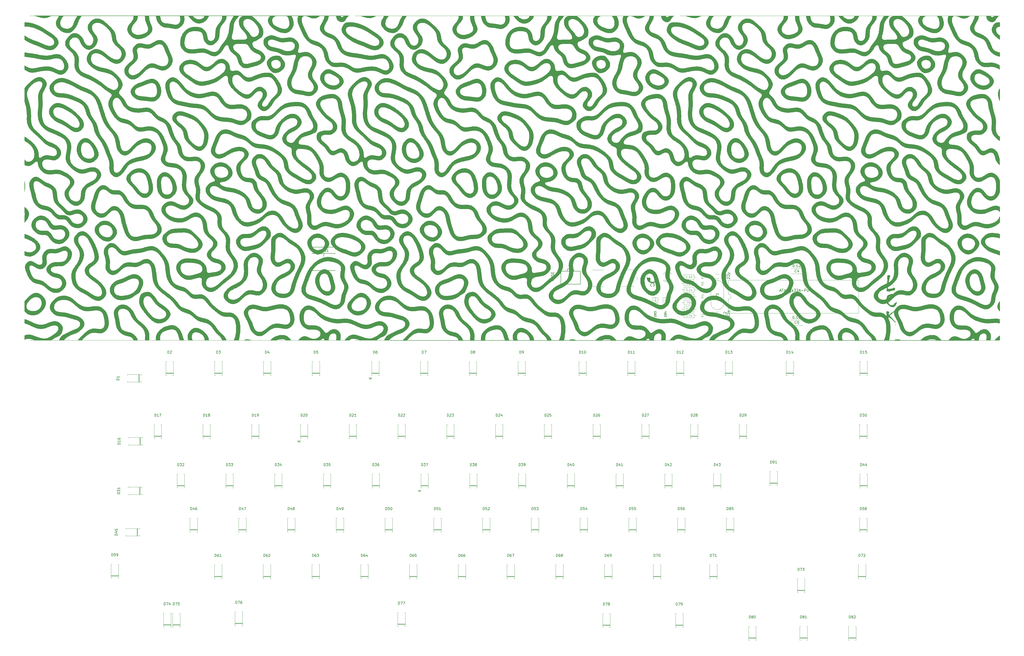
<source format=gbr>
%TF.GenerationSoftware,KiCad,Pcbnew,(5.1.7)-1*%
%TF.CreationDate,2020-10-01T02:14:01-04:00*%
%TF.ProjectId,LCK75,4c434b37-352e-46b6-9963-61645f706362,rev?*%
%TF.SameCoordinates,Original*%
%TF.FileFunction,Legend,Top*%
%TF.FilePolarity,Positive*%
%FSLAX46Y46*%
G04 Gerber Fmt 4.6, Leading zero omitted, Abs format (unit mm)*
G04 Created by KiCad (PCBNEW (5.1.7)-1) date 2020-10-01 02:14:01*
%MOMM*%
%LPD*%
G01*
G04 APERTURE LIST*
%ADD10C,0.010000*%
%ADD11C,0.120000*%
%ADD12C,0.150000*%
%ADD13C,0.203200*%
%ADD14C,0.200000*%
%ADD15C,0.100000*%
G04 APERTURE END LIST*
D10*
%TO.C,G\u002A\u002A\u002A*%
G36*
X328045631Y-9661276D02*
G01*
X328052845Y-9550386D01*
X328109233Y-9084822D01*
X328203518Y-8639969D01*
X328334250Y-8220318D01*
X328499981Y-7830357D01*
X328699261Y-7474577D01*
X328745592Y-7404100D01*
X329031031Y-7013475D01*
X329338207Y-6652313D01*
X329661761Y-6326055D01*
X329996330Y-6040139D01*
X330309822Y-5817038D01*
X330543912Y-5680916D01*
X330781236Y-5574521D01*
X331044087Y-5488000D01*
X331071817Y-5480286D01*
X331183156Y-5451675D01*
X331280652Y-5432406D01*
X331379836Y-5420749D01*
X331496239Y-5414977D01*
X331645392Y-5413362D01*
X331673200Y-5413374D01*
X331897051Y-5419484D01*
X332087388Y-5439619D01*
X332260445Y-5477532D01*
X332432457Y-5536972D01*
X332619660Y-5621690D01*
X332658368Y-5640996D01*
X332843922Y-5740189D01*
X333010596Y-5842734D01*
X333168998Y-5956643D01*
X333329731Y-6089929D01*
X333503402Y-6250604D01*
X333629061Y-6374339D01*
X333846639Y-6601256D01*
X334029524Y-6812827D01*
X334186173Y-7020513D01*
X334325044Y-7235777D01*
X334454594Y-7470082D01*
X334491912Y-7543800D01*
X334572458Y-7712565D01*
X334646365Y-7883135D01*
X334716311Y-8063281D01*
X334784969Y-8260773D01*
X334855017Y-8483381D01*
X334929130Y-8738878D01*
X335009984Y-9035033D01*
X335025444Y-9093200D01*
X335080384Y-9297906D01*
X335141129Y-9519650D01*
X335203342Y-9742908D01*
X335262687Y-9952155D01*
X335314830Y-10131865D01*
X335326929Y-10172700D01*
X335420255Y-10489296D01*
X335498994Y-10764595D01*
X335564801Y-11005432D01*
X335619333Y-11218643D01*
X335664246Y-11411063D01*
X335701197Y-11589528D01*
X335731841Y-11760874D01*
X335757835Y-11931936D01*
X335763888Y-11976100D01*
X335786423Y-12199348D01*
X335797105Y-12434824D01*
X335796103Y-12668166D01*
X335783588Y-12885015D01*
X335759731Y-13071008D01*
X335750289Y-13119100D01*
X335672080Y-13416477D01*
X335569904Y-13687669D01*
X335437848Y-13944332D01*
X335270002Y-14198121D01*
X335083812Y-14433285D01*
X334797424Y-14744836D01*
X334505653Y-15008367D01*
X334205118Y-15226619D01*
X333892439Y-15402333D01*
X333883000Y-15406897D01*
X333692956Y-15493272D01*
X333523699Y-15556918D01*
X333360903Y-15600938D01*
X333190242Y-15628438D01*
X332997391Y-15642521D01*
X332778100Y-15646300D01*
X332711026Y-15645965D01*
X332711026Y-14046220D01*
X332914053Y-14039908D01*
X333097349Y-14020658D01*
X333240705Y-13990014D01*
X333459279Y-13903301D01*
X333655413Y-13782634D01*
X333809880Y-13643079D01*
X333912586Y-13507071D01*
X334009338Y-13338567D01*
X334091285Y-13155790D01*
X334149581Y-12976962D01*
X334163499Y-12914842D01*
X334181849Y-12768121D01*
X334189874Y-12584006D01*
X334187967Y-12374758D01*
X334176518Y-12152639D01*
X334155921Y-11929911D01*
X334126566Y-11718836D01*
X334124976Y-11709400D01*
X334092476Y-11529989D01*
X334055597Y-11351277D01*
X334012063Y-11164112D01*
X333959599Y-10959339D01*
X333895927Y-10727808D01*
X333818772Y-10460364D01*
X333790355Y-10363990D01*
X333735263Y-10175078D01*
X333672445Y-9954958D01*
X333606941Y-9721592D01*
X333543794Y-9492940D01*
X333488043Y-9286964D01*
X333487172Y-9283700D01*
X333403847Y-8977326D01*
X333328669Y-8714885D01*
X333259415Y-8490579D01*
X333193865Y-8298610D01*
X333129795Y-8133180D01*
X333064986Y-7988491D01*
X332997215Y-7858746D01*
X332924259Y-7738147D01*
X332857014Y-7639203D01*
X332680075Y-7431844D01*
X332475176Y-7264419D01*
X332247056Y-7137983D01*
X332000452Y-7053593D01*
X331740102Y-7012304D01*
X331470744Y-7015172D01*
X331197116Y-7063252D01*
X330923956Y-7157600D01*
X330849414Y-7191863D01*
X330725684Y-7255729D01*
X330626126Y-7318315D01*
X330533269Y-7392336D01*
X330429642Y-7490507D01*
X330404914Y-7515344D01*
X330311022Y-7615792D01*
X330221252Y-7721418D01*
X330147876Y-7817311D01*
X330113582Y-7869388D01*
X330014413Y-8062658D01*
X329919468Y-8294565D01*
X329832639Y-8552949D01*
X329757819Y-8825648D01*
X329698899Y-9100500D01*
X329676653Y-9234696D01*
X329659742Y-9393777D01*
X329649271Y-9589616D01*
X329645121Y-9808599D01*
X329647171Y-10037108D01*
X329655303Y-10261530D01*
X329669397Y-10468246D01*
X329688994Y-10641331D01*
X329776181Y-11104379D01*
X329899078Y-11549665D01*
X330055478Y-11972394D01*
X330243175Y-12367771D01*
X330459964Y-12730999D01*
X330703636Y-13057284D01*
X330898812Y-13270978D01*
X331175209Y-13514738D01*
X331474378Y-13716831D01*
X331791513Y-13874465D01*
X332121808Y-13984851D01*
X332133524Y-13987819D01*
X332305765Y-14020146D01*
X332503264Y-14039623D01*
X332711026Y-14046220D01*
X332711026Y-15645965D01*
X332614570Y-15645483D01*
X332489363Y-15642268D01*
X332390011Y-15635377D01*
X332304050Y-15623530D01*
X332219014Y-15605447D01*
X332122437Y-15579849D01*
X332117700Y-15578522D01*
X331814656Y-15480533D01*
X331532164Y-15360405D01*
X331258731Y-15212045D01*
X330982867Y-15029359D01*
X330754074Y-14855497D01*
X330282652Y-14453252D01*
X329853328Y-14031232D01*
X329458785Y-13581449D01*
X329091706Y-13095914D01*
X328942900Y-12877800D01*
X328694781Y-12461210D01*
X328483667Y-12019194D01*
X328311342Y-11558425D01*
X328179591Y-11085577D01*
X328090199Y-10607321D01*
X328044951Y-10130330D01*
X328045631Y-9661276D01*
G37*
X328045631Y-9661276D02*
X328052845Y-9550386D01*
X328109233Y-9084822D01*
X328203518Y-8639969D01*
X328334250Y-8220318D01*
X328499981Y-7830357D01*
X328699261Y-7474577D01*
X328745592Y-7404100D01*
X329031031Y-7013475D01*
X329338207Y-6652313D01*
X329661761Y-6326055D01*
X329996330Y-6040139D01*
X330309822Y-5817038D01*
X330543912Y-5680916D01*
X330781236Y-5574521D01*
X331044087Y-5488000D01*
X331071817Y-5480286D01*
X331183156Y-5451675D01*
X331280652Y-5432406D01*
X331379836Y-5420749D01*
X331496239Y-5414977D01*
X331645392Y-5413362D01*
X331673200Y-5413374D01*
X331897051Y-5419484D01*
X332087388Y-5439619D01*
X332260445Y-5477532D01*
X332432457Y-5536972D01*
X332619660Y-5621690D01*
X332658368Y-5640996D01*
X332843922Y-5740189D01*
X333010596Y-5842734D01*
X333168998Y-5956643D01*
X333329731Y-6089929D01*
X333503402Y-6250604D01*
X333629061Y-6374339D01*
X333846639Y-6601256D01*
X334029524Y-6812827D01*
X334186173Y-7020513D01*
X334325044Y-7235777D01*
X334454594Y-7470082D01*
X334491912Y-7543800D01*
X334572458Y-7712565D01*
X334646365Y-7883135D01*
X334716311Y-8063281D01*
X334784969Y-8260773D01*
X334855017Y-8483381D01*
X334929130Y-8738878D01*
X335009984Y-9035033D01*
X335025444Y-9093200D01*
X335080384Y-9297906D01*
X335141129Y-9519650D01*
X335203342Y-9742908D01*
X335262687Y-9952155D01*
X335314830Y-10131865D01*
X335326929Y-10172700D01*
X335420255Y-10489296D01*
X335498994Y-10764595D01*
X335564801Y-11005432D01*
X335619333Y-11218643D01*
X335664246Y-11411063D01*
X335701197Y-11589528D01*
X335731841Y-11760874D01*
X335757835Y-11931936D01*
X335763888Y-11976100D01*
X335786423Y-12199348D01*
X335797105Y-12434824D01*
X335796103Y-12668166D01*
X335783588Y-12885015D01*
X335759731Y-13071008D01*
X335750289Y-13119100D01*
X335672080Y-13416477D01*
X335569904Y-13687669D01*
X335437848Y-13944332D01*
X335270002Y-14198121D01*
X335083812Y-14433285D01*
X334797424Y-14744836D01*
X334505653Y-15008367D01*
X334205118Y-15226619D01*
X333892439Y-15402333D01*
X333883000Y-15406897D01*
X333692956Y-15493272D01*
X333523699Y-15556918D01*
X333360903Y-15600938D01*
X333190242Y-15628438D01*
X332997391Y-15642521D01*
X332778100Y-15646300D01*
X332711026Y-15645965D01*
X332711026Y-14046220D01*
X332914053Y-14039908D01*
X333097349Y-14020658D01*
X333240705Y-13990014D01*
X333459279Y-13903301D01*
X333655413Y-13782634D01*
X333809880Y-13643079D01*
X333912586Y-13507071D01*
X334009338Y-13338567D01*
X334091285Y-13155790D01*
X334149581Y-12976962D01*
X334163499Y-12914842D01*
X334181849Y-12768121D01*
X334189874Y-12584006D01*
X334187967Y-12374758D01*
X334176518Y-12152639D01*
X334155921Y-11929911D01*
X334126566Y-11718836D01*
X334124976Y-11709400D01*
X334092476Y-11529989D01*
X334055597Y-11351277D01*
X334012063Y-11164112D01*
X333959599Y-10959339D01*
X333895927Y-10727808D01*
X333818772Y-10460364D01*
X333790355Y-10363990D01*
X333735263Y-10175078D01*
X333672445Y-9954958D01*
X333606941Y-9721592D01*
X333543794Y-9492940D01*
X333488043Y-9286964D01*
X333487172Y-9283700D01*
X333403847Y-8977326D01*
X333328669Y-8714885D01*
X333259415Y-8490579D01*
X333193865Y-8298610D01*
X333129795Y-8133180D01*
X333064986Y-7988491D01*
X332997215Y-7858746D01*
X332924259Y-7738147D01*
X332857014Y-7639203D01*
X332680075Y-7431844D01*
X332475176Y-7264419D01*
X332247056Y-7137983D01*
X332000452Y-7053593D01*
X331740102Y-7012304D01*
X331470744Y-7015172D01*
X331197116Y-7063252D01*
X330923956Y-7157600D01*
X330849414Y-7191863D01*
X330725684Y-7255729D01*
X330626126Y-7318315D01*
X330533269Y-7392336D01*
X330429642Y-7490507D01*
X330404914Y-7515344D01*
X330311022Y-7615792D01*
X330221252Y-7721418D01*
X330147876Y-7817311D01*
X330113582Y-7869388D01*
X330014413Y-8062658D01*
X329919468Y-8294565D01*
X329832639Y-8552949D01*
X329757819Y-8825648D01*
X329698899Y-9100500D01*
X329676653Y-9234696D01*
X329659742Y-9393777D01*
X329649271Y-9589616D01*
X329645121Y-9808599D01*
X329647171Y-10037108D01*
X329655303Y-10261530D01*
X329669397Y-10468246D01*
X329688994Y-10641331D01*
X329776181Y-11104379D01*
X329899078Y-11549665D01*
X330055478Y-11972394D01*
X330243175Y-12367771D01*
X330459964Y-12730999D01*
X330703636Y-13057284D01*
X330898812Y-13270978D01*
X331175209Y-13514738D01*
X331474378Y-13716831D01*
X331791513Y-13874465D01*
X332121808Y-13984851D01*
X332133524Y-13987819D01*
X332305765Y-14020146D01*
X332503264Y-14039623D01*
X332711026Y-14046220D01*
X332711026Y-15645965D01*
X332614570Y-15645483D01*
X332489363Y-15642268D01*
X332390011Y-15635377D01*
X332304050Y-15623530D01*
X332219014Y-15605447D01*
X332122437Y-15579849D01*
X332117700Y-15578522D01*
X331814656Y-15480533D01*
X331532164Y-15360405D01*
X331258731Y-15212045D01*
X330982867Y-15029359D01*
X330754074Y-14855497D01*
X330282652Y-14453252D01*
X329853328Y-14031232D01*
X329458785Y-13581449D01*
X329091706Y-13095914D01*
X328942900Y-12877800D01*
X328694781Y-12461210D01*
X328483667Y-12019194D01*
X328311342Y-11558425D01*
X328179591Y-11085577D01*
X328090199Y-10607321D01*
X328044951Y-10130330D01*
X328045631Y-9661276D01*
G36*
X214442951Y27272206D02*
G01*
X214443528Y27611567D01*
X214444597Y27925460D01*
X214445574Y28111450D01*
X214452200Y29184600D01*
X214509328Y28892500D01*
X214557896Y28620130D01*
X214595292Y28352369D01*
X214622657Y28076733D01*
X214641130Y27780741D01*
X214651850Y27451912D01*
X214654265Y27305000D01*
X214656091Y27121633D01*
X214656960Y26947329D01*
X214656894Y26791031D01*
X214655916Y26661681D01*
X214654048Y26568224D01*
X214652322Y26530300D01*
X214634454Y26308442D01*
X214611077Y26064088D01*
X214583975Y25813209D01*
X214554927Y25571776D01*
X214525715Y25355763D01*
X214509267Y25247600D01*
X214452200Y24892000D01*
X214445574Y25965150D01*
X214444179Y26253850D01*
X214443277Y26578095D01*
X214442868Y26922631D01*
X214442951Y27272206D01*
G37*
X214442951Y27272206D02*
X214443528Y27611567D01*
X214444597Y27925460D01*
X214445574Y28111450D01*
X214452200Y29184600D01*
X214509328Y28892500D01*
X214557896Y28620130D01*
X214595292Y28352369D01*
X214622657Y28076733D01*
X214641130Y27780741D01*
X214651850Y27451912D01*
X214654265Y27305000D01*
X214656091Y27121633D01*
X214656960Y26947329D01*
X214656894Y26791031D01*
X214655916Y26661681D01*
X214654048Y26568224D01*
X214652322Y26530300D01*
X214634454Y26308442D01*
X214611077Y26064088D01*
X214583975Y25813209D01*
X214554927Y25571776D01*
X214525715Y25355763D01*
X214509267Y25247600D01*
X214452200Y24892000D01*
X214445574Y25965150D01*
X214444179Y26253850D01*
X214443277Y26578095D01*
X214442868Y26922631D01*
X214442951Y27272206D01*
G36*
X214585550Y18912533D02*
G01*
X214830265Y18722213D01*
X215077688Y18495884D01*
X215315646Y18246107D01*
X215531966Y17985445D01*
X215672067Y17791280D01*
X215855556Y17490227D01*
X215994985Y17195929D01*
X216094250Y16898380D01*
X216157247Y16587575D01*
X216165785Y16523366D01*
X216180714Y16384553D01*
X216186739Y16271036D01*
X216184285Y16158175D01*
X216174330Y16027400D01*
X216143222Y15803824D01*
X216090091Y15553302D01*
X216019448Y15292208D01*
X215935808Y15036913D01*
X215843683Y14803790D01*
X215826369Y14765055D01*
X215678017Y14476032D01*
X215491792Y14172557D01*
X215274553Y13864261D01*
X215033157Y13560771D01*
X214774461Y13271718D01*
X214729759Y13225226D01*
X214441483Y12928600D01*
X214440491Y14114044D01*
X214440394Y14393941D01*
X214440730Y14628163D01*
X214441678Y14821835D01*
X214443416Y14980081D01*
X214446121Y15108025D01*
X214449972Y15210793D01*
X214455147Y15293509D01*
X214461823Y15361296D01*
X214470179Y15419281D01*
X214480393Y15472586D01*
X214489020Y15511044D01*
X214554082Y15868617D01*
X214576643Y16202881D01*
X214556699Y16512350D01*
X214494247Y16795534D01*
X214492193Y16802100D01*
X214479151Y16846058D01*
X214468480Y16890757D01*
X214459942Y16941617D01*
X214453298Y17004054D01*
X214448310Y17083486D01*
X214444739Y17185332D01*
X214442347Y17315009D01*
X214440894Y17477934D01*
X214440143Y17679527D01*
X214439854Y17925203D01*
X214439827Y17991172D01*
X214439500Y19015144D01*
X214585550Y18912533D01*
G37*
X214585550Y18912533D02*
X214830265Y18722213D01*
X215077688Y18495884D01*
X215315646Y18246107D01*
X215531966Y17985445D01*
X215672067Y17791280D01*
X215855556Y17490227D01*
X215994985Y17195929D01*
X216094250Y16898380D01*
X216157247Y16587575D01*
X216165785Y16523366D01*
X216180714Y16384553D01*
X216186739Y16271036D01*
X216184285Y16158175D01*
X216174330Y16027400D01*
X216143222Y15803824D01*
X216090091Y15553302D01*
X216019448Y15292208D01*
X215935808Y15036913D01*
X215843683Y14803790D01*
X215826369Y14765055D01*
X215678017Y14476032D01*
X215491792Y14172557D01*
X215274553Y13864261D01*
X215033157Y13560771D01*
X214774461Y13271718D01*
X214729759Y13225226D01*
X214441483Y12928600D01*
X214440491Y14114044D01*
X214440394Y14393941D01*
X214440730Y14628163D01*
X214441678Y14821835D01*
X214443416Y14980081D01*
X214446121Y15108025D01*
X214449972Y15210793D01*
X214455147Y15293509D01*
X214461823Y15361296D01*
X214470179Y15419281D01*
X214480393Y15472586D01*
X214489020Y15511044D01*
X214554082Y15868617D01*
X214576643Y16202881D01*
X214556699Y16512350D01*
X214494247Y16795534D01*
X214492193Y16802100D01*
X214479151Y16846058D01*
X214468480Y16890757D01*
X214459942Y16941617D01*
X214453298Y17004054D01*
X214448310Y17083486D01*
X214444739Y17185332D01*
X214442347Y17315009D01*
X214440894Y17477934D01*
X214440143Y17679527D01*
X214439854Y17925203D01*
X214439827Y17991172D01*
X214439500Y19015144D01*
X214585550Y18912533D01*
G36*
X214763349Y1585233D02*
G01*
X215056249Y1479728D01*
X215314900Y1396635D01*
X215549415Y1333613D01*
X215769905Y1288323D01*
X215986484Y1258423D01*
X216209265Y1241572D01*
X216257130Y1239498D01*
X216578651Y1239530D01*
X216874570Y1267461D01*
X217163309Y1325839D01*
X217409984Y1399000D01*
X217751475Y1534049D01*
X218054137Y1697097D01*
X218316756Y1886664D01*
X218538120Y2101271D01*
X218717016Y2339440D01*
X218852231Y2599691D01*
X218942552Y2880545D01*
X218986767Y3180524D01*
X218991277Y3327400D01*
X218968005Y3615957D01*
X218900027Y3899674D01*
X218785750Y4183308D01*
X218623579Y4471615D01*
X218591157Y4521396D01*
X218450511Y4702033D01*
X218264490Y4891133D01*
X218037332Y5086233D01*
X217773273Y5284867D01*
X217476550Y5484575D01*
X217151400Y5682891D01*
X216802060Y5877353D01*
X216432766Y6065497D01*
X216047755Y6244860D01*
X215651264Y6412979D01*
X215247530Y6567389D01*
X214840790Y6705629D01*
X214826849Y6710050D01*
X214439500Y6832594D01*
X214439500Y7628058D01*
X214439650Y7850135D01*
X214440296Y8026527D01*
X214441727Y8162347D01*
X214444234Y8262711D01*
X214448106Y8332732D01*
X214453633Y8377526D01*
X214461107Y8402205D01*
X214470817Y8411884D01*
X214483054Y8411678D01*
X214483950Y8411443D01*
X214988000Y8257200D01*
X215510581Y8064754D01*
X216042661Y7838575D01*
X216575210Y7583132D01*
X217099199Y7302895D01*
X217605596Y7002336D01*
X218085371Y6685923D01*
X218340492Y6502403D01*
X218715518Y6208590D01*
X219065714Y5904114D01*
X219387139Y5593254D01*
X219675849Y5280285D01*
X219927902Y4969485D01*
X220139354Y4665128D01*
X220306263Y4371493D01*
X220307607Y4368800D01*
X220444061Y4061420D01*
X220536938Y3772248D01*
X220587472Y3495569D01*
X220596900Y3225665D01*
X220585593Y3082893D01*
X220541526Y2823329D01*
X220470285Y2578922D01*
X220367217Y2337843D01*
X220227669Y2088261D01*
X220142235Y1955800D01*
X219902422Y1631784D01*
X219621241Y1309944D01*
X219307752Y998216D01*
X218971018Y704538D01*
X218620098Y436847D01*
X218264054Y203080D01*
X217935312Y22604D01*
X217726827Y-71900D01*
X217500088Y-160311D01*
X217269872Y-237726D01*
X217050959Y-299239D01*
X216858127Y-339946D01*
X216829552Y-344364D01*
X216642728Y-361168D01*
X216423801Y-364216D01*
X216189348Y-354278D01*
X215955946Y-332123D01*
X215740170Y-298522D01*
X215709500Y-292366D01*
X215591426Y-264249D01*
X215438568Y-222613D01*
X215263641Y-171431D01*
X215079362Y-114674D01*
X214898447Y-56313D01*
X214733611Y-321D01*
X214597570Y49331D01*
X214534750Y74558D01*
X214439500Y114981D01*
X214439500Y1706643D01*
X214763349Y1585233D01*
G37*
X214763349Y1585233D02*
X215056249Y1479728D01*
X215314900Y1396635D01*
X215549415Y1333613D01*
X215769905Y1288323D01*
X215986484Y1258423D01*
X216209265Y1241572D01*
X216257130Y1239498D01*
X216578651Y1239530D01*
X216874570Y1267461D01*
X217163309Y1325839D01*
X217409984Y1399000D01*
X217751475Y1534049D01*
X218054137Y1697097D01*
X218316756Y1886664D01*
X218538120Y2101271D01*
X218717016Y2339440D01*
X218852231Y2599691D01*
X218942552Y2880545D01*
X218986767Y3180524D01*
X218991277Y3327400D01*
X218968005Y3615957D01*
X218900027Y3899674D01*
X218785750Y4183308D01*
X218623579Y4471615D01*
X218591157Y4521396D01*
X218450511Y4702033D01*
X218264490Y4891133D01*
X218037332Y5086233D01*
X217773273Y5284867D01*
X217476550Y5484575D01*
X217151400Y5682891D01*
X216802060Y5877353D01*
X216432766Y6065497D01*
X216047755Y6244860D01*
X215651264Y6412979D01*
X215247530Y6567389D01*
X214840790Y6705629D01*
X214826849Y6710050D01*
X214439500Y6832594D01*
X214439500Y7628058D01*
X214439650Y7850135D01*
X214440296Y8026527D01*
X214441727Y8162347D01*
X214444234Y8262711D01*
X214448106Y8332732D01*
X214453633Y8377526D01*
X214461107Y8402205D01*
X214470817Y8411884D01*
X214483054Y8411678D01*
X214483950Y8411443D01*
X214988000Y8257200D01*
X215510581Y8064754D01*
X216042661Y7838575D01*
X216575210Y7583132D01*
X217099199Y7302895D01*
X217605596Y7002336D01*
X218085371Y6685923D01*
X218340492Y6502403D01*
X218715518Y6208590D01*
X219065714Y5904114D01*
X219387139Y5593254D01*
X219675849Y5280285D01*
X219927902Y4969485D01*
X220139354Y4665128D01*
X220306263Y4371493D01*
X220307607Y4368800D01*
X220444061Y4061420D01*
X220536938Y3772248D01*
X220587472Y3495569D01*
X220596900Y3225665D01*
X220585593Y3082893D01*
X220541526Y2823329D01*
X220470285Y2578922D01*
X220367217Y2337843D01*
X220227669Y2088261D01*
X220142235Y1955800D01*
X219902422Y1631784D01*
X219621241Y1309944D01*
X219307752Y998216D01*
X218971018Y704538D01*
X218620098Y436847D01*
X218264054Y203080D01*
X217935312Y22604D01*
X217726827Y-71900D01*
X217500088Y-160311D01*
X217269872Y-237726D01*
X217050959Y-299239D01*
X216858127Y-339946D01*
X216829552Y-344364D01*
X216642728Y-361168D01*
X216423801Y-364216D01*
X216189348Y-354278D01*
X215955946Y-332123D01*
X215740170Y-298522D01*
X215709500Y-292366D01*
X215591426Y-264249D01*
X215438568Y-222613D01*
X215263641Y-171431D01*
X215079362Y-114674D01*
X214898447Y-56313D01*
X214733611Y-321D01*
X214597570Y49331D01*
X214534750Y74558D01*
X214439500Y114981D01*
X214439500Y1706643D01*
X214763349Y1585233D01*
G36*
X214594653Y-17737853D02*
G01*
X214758332Y-17546943D01*
X214949589Y-17333623D01*
X215161584Y-17104838D01*
X215387478Y-16867535D01*
X215620432Y-16628657D01*
X215853608Y-16395152D01*
X216080166Y-16173964D01*
X216293268Y-15972039D01*
X216486074Y-15796323D01*
X216624125Y-15676755D01*
X216813260Y-15524957D01*
X217016917Y-15373644D01*
X217223954Y-15230362D01*
X217423228Y-15102658D01*
X217603595Y-14998079D01*
X217697252Y-14949981D01*
X218063773Y-14799129D01*
X218430744Y-14698968D01*
X218797566Y-14649402D01*
X219163635Y-14650332D01*
X219528352Y-14701663D01*
X219891114Y-14803295D01*
X220251321Y-14955132D01*
X220608371Y-15157077D01*
X220961662Y-15409031D01*
X221068900Y-15496085D01*
X221195810Y-15607116D01*
X221340380Y-15741829D01*
X221492591Y-15890146D01*
X221642428Y-16041993D01*
X221779873Y-16187292D01*
X221894911Y-16315968D01*
X221950726Y-16383153D01*
X222170953Y-16687251D01*
X222362614Y-17007932D01*
X222517934Y-17331545D01*
X222576598Y-17481965D01*
X222651792Y-17734556D01*
X222708817Y-18015592D01*
X222745748Y-18308375D01*
X222760664Y-18596203D01*
X222751642Y-18862377D01*
X222743956Y-18935700D01*
X222690907Y-19238478D01*
X222606512Y-19561114D01*
X222495720Y-19887925D01*
X222363482Y-20203227D01*
X222307008Y-20320000D01*
X222122568Y-20647500D01*
X221897423Y-20983022D01*
X221638986Y-21318306D01*
X221354672Y-21645088D01*
X221051893Y-21955106D01*
X220738063Y-22240097D01*
X220420596Y-22491798D01*
X220253237Y-22608985D01*
X219914694Y-22815686D01*
X219574173Y-22983681D01*
X219218759Y-23118258D01*
X218835539Y-23224703D01*
X218652022Y-23264544D01*
X218279466Y-23329175D01*
X217938556Y-23365872D01*
X217821400Y-23369146D01*
X217821400Y-21773766D01*
X218179859Y-21745931D01*
X218468994Y-21703999D01*
X218894353Y-21613606D01*
X219279337Y-21493222D01*
X219625409Y-21341668D01*
X219934033Y-21157765D01*
X220206671Y-20940335D01*
X220444786Y-20688199D01*
X220649844Y-20400178D01*
X220823305Y-20075094D01*
X220966635Y-19711768D01*
X220975536Y-19685000D01*
X221070600Y-19357521D01*
X221131592Y-19050430D01*
X221160338Y-18748175D01*
X221158665Y-18435204D01*
X221144714Y-18245135D01*
X221089822Y-17892053D01*
X220995221Y-17570003D01*
X220861208Y-17279452D01*
X220688079Y-17020867D01*
X220476131Y-16794716D01*
X220225661Y-16601464D01*
X220026828Y-16485630D01*
X219864266Y-16406159D01*
X219718518Y-16346870D01*
X219577130Y-16305111D01*
X219427653Y-16278229D01*
X219257633Y-16263573D01*
X219054619Y-16258489D01*
X218960700Y-16258546D01*
X218790265Y-16260310D01*
X218658523Y-16264184D01*
X218553376Y-16271368D01*
X218462726Y-16283064D01*
X218374474Y-16300473D01*
X218276521Y-16324797D01*
X218266334Y-16327495D01*
X217969154Y-16426449D01*
X217659107Y-16567200D01*
X217344236Y-16745249D01*
X217032583Y-16956093D01*
X216763600Y-17168389D01*
X216538147Y-17374696D01*
X216309664Y-17611897D01*
X216086223Y-17869839D01*
X215875897Y-18138369D01*
X215686757Y-18407335D01*
X215526876Y-18666585D01*
X215436179Y-18837893D01*
X215327371Y-19082000D01*
X215250976Y-19306592D01*
X215203128Y-19527713D01*
X215179958Y-19761404D01*
X215176291Y-19915887D01*
X215199299Y-20207072D01*
X215268117Y-20477527D01*
X215381685Y-20726116D01*
X215538942Y-20951700D01*
X215738829Y-21153143D01*
X215980284Y-21329308D01*
X216262249Y-21479056D01*
X216583662Y-21601251D01*
X216805149Y-21663382D01*
X217146419Y-21732793D01*
X217481044Y-21769487D01*
X217821400Y-21773766D01*
X217821400Y-23369146D01*
X217618627Y-23374813D01*
X217309011Y-23356173D01*
X216999041Y-23310130D01*
X216914934Y-23293240D01*
X216535592Y-23197943D01*
X216182293Y-23076138D01*
X215848156Y-22923939D01*
X215526296Y-22737459D01*
X215209832Y-22512813D01*
X214891879Y-22246115D01*
X214641994Y-22009933D01*
X214439500Y-21809874D01*
X214439500Y-17924306D01*
X214594653Y-17737853D01*
G37*
X214594653Y-17737853D02*
X214758332Y-17546943D01*
X214949589Y-17333623D01*
X215161584Y-17104838D01*
X215387478Y-16867535D01*
X215620432Y-16628657D01*
X215853608Y-16395152D01*
X216080166Y-16173964D01*
X216293268Y-15972039D01*
X216486074Y-15796323D01*
X216624125Y-15676755D01*
X216813260Y-15524957D01*
X217016917Y-15373644D01*
X217223954Y-15230362D01*
X217423228Y-15102658D01*
X217603595Y-14998079D01*
X217697252Y-14949981D01*
X218063773Y-14799129D01*
X218430744Y-14698968D01*
X218797566Y-14649402D01*
X219163635Y-14650332D01*
X219528352Y-14701663D01*
X219891114Y-14803295D01*
X220251321Y-14955132D01*
X220608371Y-15157077D01*
X220961662Y-15409031D01*
X221068900Y-15496085D01*
X221195810Y-15607116D01*
X221340380Y-15741829D01*
X221492591Y-15890146D01*
X221642428Y-16041993D01*
X221779873Y-16187292D01*
X221894911Y-16315968D01*
X221950726Y-16383153D01*
X222170953Y-16687251D01*
X222362614Y-17007932D01*
X222517934Y-17331545D01*
X222576598Y-17481965D01*
X222651792Y-17734556D01*
X222708817Y-18015592D01*
X222745748Y-18308375D01*
X222760664Y-18596203D01*
X222751642Y-18862377D01*
X222743956Y-18935700D01*
X222690907Y-19238478D01*
X222606512Y-19561114D01*
X222495720Y-19887925D01*
X222363482Y-20203227D01*
X222307008Y-20320000D01*
X222122568Y-20647500D01*
X221897423Y-20983022D01*
X221638986Y-21318306D01*
X221354672Y-21645088D01*
X221051893Y-21955106D01*
X220738063Y-22240097D01*
X220420596Y-22491798D01*
X220253237Y-22608985D01*
X219914694Y-22815686D01*
X219574173Y-22983681D01*
X219218759Y-23118258D01*
X218835539Y-23224703D01*
X218652022Y-23264544D01*
X218279466Y-23329175D01*
X217938556Y-23365872D01*
X217821400Y-23369146D01*
X217821400Y-21773766D01*
X218179859Y-21745931D01*
X218468994Y-21703999D01*
X218894353Y-21613606D01*
X219279337Y-21493222D01*
X219625409Y-21341668D01*
X219934033Y-21157765D01*
X220206671Y-20940335D01*
X220444786Y-20688199D01*
X220649844Y-20400178D01*
X220823305Y-20075094D01*
X220966635Y-19711768D01*
X220975536Y-19685000D01*
X221070600Y-19357521D01*
X221131592Y-19050430D01*
X221160338Y-18748175D01*
X221158665Y-18435204D01*
X221144714Y-18245135D01*
X221089822Y-17892053D01*
X220995221Y-17570003D01*
X220861208Y-17279452D01*
X220688079Y-17020867D01*
X220476131Y-16794716D01*
X220225661Y-16601464D01*
X220026828Y-16485630D01*
X219864266Y-16406159D01*
X219718518Y-16346870D01*
X219577130Y-16305111D01*
X219427653Y-16278229D01*
X219257633Y-16263573D01*
X219054619Y-16258489D01*
X218960700Y-16258546D01*
X218790265Y-16260310D01*
X218658523Y-16264184D01*
X218553376Y-16271368D01*
X218462726Y-16283064D01*
X218374474Y-16300473D01*
X218276521Y-16324797D01*
X218266334Y-16327495D01*
X217969154Y-16426449D01*
X217659107Y-16567200D01*
X217344236Y-16745249D01*
X217032583Y-16956093D01*
X216763600Y-17168389D01*
X216538147Y-17374696D01*
X216309664Y-17611897D01*
X216086223Y-17869839D01*
X215875897Y-18138369D01*
X215686757Y-18407335D01*
X215526876Y-18666585D01*
X215436179Y-18837893D01*
X215327371Y-19082000D01*
X215250976Y-19306592D01*
X215203128Y-19527713D01*
X215179958Y-19761404D01*
X215176291Y-19915887D01*
X215199299Y-20207072D01*
X215268117Y-20477527D01*
X215381685Y-20726116D01*
X215538942Y-20951700D01*
X215738829Y-21153143D01*
X215980284Y-21329308D01*
X216262249Y-21479056D01*
X216583662Y-21601251D01*
X216805149Y-21663382D01*
X217146419Y-21732793D01*
X217481044Y-21769487D01*
X217821400Y-21773766D01*
X217821400Y-23369146D01*
X217618627Y-23374813D01*
X217309011Y-23356173D01*
X216999041Y-23310130D01*
X216914934Y-23293240D01*
X216535592Y-23197943D01*
X216182293Y-23076138D01*
X215848156Y-22923939D01*
X215526296Y-22737459D01*
X215209832Y-22512813D01*
X214891879Y-22246115D01*
X214641994Y-22009933D01*
X214439500Y-21809874D01*
X214439500Y-17924306D01*
X214594653Y-17737853D01*
G36*
X214439499Y90417650D02*
G01*
X214439500Y91224100D01*
X214864950Y91223598D01*
X215447104Y91202987D01*
X216042352Y91142194D01*
X216652533Y91040744D01*
X217279488Y90898158D01*
X217925058Y90713960D01*
X218591082Y90487672D01*
X219279402Y90218817D01*
X219991858Y89906918D01*
X220054013Y89878210D01*
X220279606Y89771685D01*
X220496495Y89664957D01*
X220709750Y89555042D01*
X220924445Y89438955D01*
X221145650Y89313710D01*
X221378438Y89176323D01*
X221627879Y89023809D01*
X221899046Y88853184D01*
X222197011Y88661462D01*
X222526845Y88445659D01*
X222837694Y88239971D01*
X223059665Y88093012D01*
X223286122Y87944037D01*
X223509936Y87797672D01*
X223723980Y87658542D01*
X223921125Y87531271D01*
X224094244Y87420485D01*
X224236208Y87330808D01*
X224298414Y87292168D01*
X224716166Y87027866D01*
X225093462Y86773503D01*
X225438092Y86523098D01*
X225757841Y86270672D01*
X226060497Y86010246D01*
X226353847Y85735839D01*
X226454782Y85636365D01*
X226729967Y85350604D01*
X226966075Y85081880D01*
X227161384Y84832300D01*
X227314172Y84603971D01*
X227352282Y84538460D01*
X227490506Y84258241D01*
X227596862Y83972153D01*
X227669602Y83688204D01*
X227706975Y83414399D01*
X227707233Y83158746D01*
X227686886Y83007200D01*
X227602224Y82698096D01*
X227471548Y82389850D01*
X227298983Y82091489D01*
X227210945Y81965800D01*
X227117136Y81849388D01*
X226993653Y81711002D01*
X226850413Y81560500D01*
X226697336Y81407737D01*
X226544337Y81262569D01*
X226401337Y81134853D01*
X226278251Y81034444D01*
X226260031Y81020807D01*
X225964865Y80829058D01*
X225643743Y80666650D01*
X225306811Y80537066D01*
X224964214Y80443792D01*
X224626097Y80390312D01*
X224389782Y80378402D01*
X224159866Y80389575D01*
X223894396Y80422172D01*
X223603046Y80474479D01*
X223295487Y80544785D01*
X223012000Y80622277D01*
X222821408Y80681491D01*
X222620953Y80749993D01*
X222405064Y80830009D01*
X222168172Y80923764D01*
X221904704Y81033482D01*
X221609090Y81161391D01*
X221275759Y81309713D01*
X221157800Y81362946D01*
X220816769Y81516199D01*
X220512176Y81650507D01*
X220234996Y81769593D01*
X219976205Y81877183D01*
X219726780Y81977002D01*
X219477696Y82072773D01*
X219219930Y82168221D01*
X219113100Y82206882D01*
X218732244Y82344636D01*
X218393770Y82468796D01*
X218091844Y82581767D01*
X217820632Y82685955D01*
X217574301Y82783765D01*
X217347017Y82877602D01*
X217132947Y82969871D01*
X216926257Y83062978D01*
X216721115Y83159329D01*
X216511685Y83261327D01*
X216306400Y83364151D01*
X215786254Y83640224D01*
X215247562Y83950501D01*
X214763385Y84249096D01*
X214439570Y84455000D01*
X214439535Y85260054D01*
X214439500Y86065109D01*
X214636349Y85929924D01*
X214990997Y85697405D01*
X215385434Y85458734D01*
X215809963Y85219230D01*
X216254887Y84984214D01*
X216710507Y84759006D01*
X217095938Y84580614D01*
X217319206Y84482136D01*
X217535401Y84390265D01*
X217754513Y84301069D01*
X217986534Y84210616D01*
X218241457Y84114975D01*
X218529273Y84010214D01*
X218707823Y83946355D01*
X219077476Y83813287D01*
X219411432Y83689464D01*
X219722688Y83569652D01*
X220024240Y83448620D01*
X220329085Y83321134D01*
X220650220Y83181962D01*
X221000640Y83025870D01*
X221056200Y83000824D01*
X221405960Y82844040D01*
X221715704Y82707805D01*
X221990913Y82590074D01*
X222237070Y82488803D01*
X222459658Y82401947D01*
X222664159Y82327462D01*
X222856055Y82263302D01*
X223040829Y82207425D01*
X223223964Y82157784D01*
X223410941Y82112336D01*
X223481900Y82096239D01*
X223881557Y82023526D01*
X224251591Y81990625D01*
X224594082Y81997656D01*
X224911111Y82044740D01*
X225204760Y82131996D01*
X225374200Y82205444D01*
X225590673Y82336537D01*
X225768352Y82496329D01*
X225907451Y82680979D01*
X226008185Y82886644D01*
X226070767Y83109484D01*
X226095413Y83345655D01*
X226082338Y83591317D01*
X226031755Y83842628D01*
X225943880Y84095745D01*
X225818927Y84346827D01*
X225657110Y84592033D01*
X225458645Y84827520D01*
X225223745Y85049447D01*
X225214935Y85056864D01*
X225084143Y85164046D01*
X224953799Y85265088D01*
X224816175Y85365325D01*
X224663542Y85470090D01*
X224488172Y85584720D01*
X224282338Y85714547D01*
X224091500Y85832350D01*
X223953440Y85918309D01*
X223781955Y86027198D01*
X223585658Y86153427D01*
X223373164Y86291406D01*
X223153084Y86435545D01*
X222934032Y86580253D01*
X222745300Y86706079D01*
X222368982Y86956129D01*
X222027791Y87178278D01*
X221716616Y87375636D01*
X221430348Y87551310D01*
X221163877Y87708411D01*
X220912092Y87850048D01*
X220669884Y87979330D01*
X220560900Y88035192D01*
X219945887Y88332946D01*
X219333073Y88603208D01*
X218727794Y88844064D01*
X218135388Y89053600D01*
X217561191Y89229902D01*
X217010541Y89371058D01*
X216598500Y89455950D01*
X216324223Y89504119D01*
X216086427Y89541479D01*
X215872248Y89569284D01*
X215668819Y89588787D01*
X215463275Y89601242D01*
X215242750Y89607901D01*
X215017348Y89609983D01*
X214439497Y89611200D01*
X214439499Y90417650D01*
G37*
X214439499Y90417650D02*
X214439500Y91224100D01*
X214864950Y91223598D01*
X215447104Y91202987D01*
X216042352Y91142194D01*
X216652533Y91040744D01*
X217279488Y90898158D01*
X217925058Y90713960D01*
X218591082Y90487672D01*
X219279402Y90218817D01*
X219991858Y89906918D01*
X220054013Y89878210D01*
X220279606Y89771685D01*
X220496495Y89664957D01*
X220709750Y89555042D01*
X220924445Y89438955D01*
X221145650Y89313710D01*
X221378438Y89176323D01*
X221627879Y89023809D01*
X221899046Y88853184D01*
X222197011Y88661462D01*
X222526845Y88445659D01*
X222837694Y88239971D01*
X223059665Y88093012D01*
X223286122Y87944037D01*
X223509936Y87797672D01*
X223723980Y87658542D01*
X223921125Y87531271D01*
X224094244Y87420485D01*
X224236208Y87330808D01*
X224298414Y87292168D01*
X224716166Y87027866D01*
X225093462Y86773503D01*
X225438092Y86523098D01*
X225757841Y86270672D01*
X226060497Y86010246D01*
X226353847Y85735839D01*
X226454782Y85636365D01*
X226729967Y85350604D01*
X226966075Y85081880D01*
X227161384Y84832300D01*
X227314172Y84603971D01*
X227352282Y84538460D01*
X227490506Y84258241D01*
X227596862Y83972153D01*
X227669602Y83688204D01*
X227706975Y83414399D01*
X227707233Y83158746D01*
X227686886Y83007200D01*
X227602224Y82698096D01*
X227471548Y82389850D01*
X227298983Y82091489D01*
X227210945Y81965800D01*
X227117136Y81849388D01*
X226993653Y81711002D01*
X226850413Y81560500D01*
X226697336Y81407737D01*
X226544337Y81262569D01*
X226401337Y81134853D01*
X226278251Y81034444D01*
X226260031Y81020807D01*
X225964865Y80829058D01*
X225643743Y80666650D01*
X225306811Y80537066D01*
X224964214Y80443792D01*
X224626097Y80390312D01*
X224389782Y80378402D01*
X224159866Y80389575D01*
X223894396Y80422172D01*
X223603046Y80474479D01*
X223295487Y80544785D01*
X223012000Y80622277D01*
X222821408Y80681491D01*
X222620953Y80749993D01*
X222405064Y80830009D01*
X222168172Y80923764D01*
X221904704Y81033482D01*
X221609090Y81161391D01*
X221275759Y81309713D01*
X221157800Y81362946D01*
X220816769Y81516199D01*
X220512176Y81650507D01*
X220234996Y81769593D01*
X219976205Y81877183D01*
X219726780Y81977002D01*
X219477696Y82072773D01*
X219219930Y82168221D01*
X219113100Y82206882D01*
X218732244Y82344636D01*
X218393770Y82468796D01*
X218091844Y82581767D01*
X217820632Y82685955D01*
X217574301Y82783765D01*
X217347017Y82877602D01*
X217132947Y82969871D01*
X216926257Y83062978D01*
X216721115Y83159329D01*
X216511685Y83261327D01*
X216306400Y83364151D01*
X215786254Y83640224D01*
X215247562Y83950501D01*
X214763385Y84249096D01*
X214439570Y84455000D01*
X214439535Y85260054D01*
X214439500Y86065109D01*
X214636349Y85929924D01*
X214990997Y85697405D01*
X215385434Y85458734D01*
X215809963Y85219230D01*
X216254887Y84984214D01*
X216710507Y84759006D01*
X217095938Y84580614D01*
X217319206Y84482136D01*
X217535401Y84390265D01*
X217754513Y84301069D01*
X217986534Y84210616D01*
X218241457Y84114975D01*
X218529273Y84010214D01*
X218707823Y83946355D01*
X219077476Y83813287D01*
X219411432Y83689464D01*
X219722688Y83569652D01*
X220024240Y83448620D01*
X220329085Y83321134D01*
X220650220Y83181962D01*
X221000640Y83025870D01*
X221056200Y83000824D01*
X221405960Y82844040D01*
X221715704Y82707805D01*
X221990913Y82590074D01*
X222237070Y82488803D01*
X222459658Y82401947D01*
X222664159Y82327462D01*
X222856055Y82263302D01*
X223040829Y82207425D01*
X223223964Y82157784D01*
X223410941Y82112336D01*
X223481900Y82096239D01*
X223881557Y82023526D01*
X224251591Y81990625D01*
X224594082Y81997656D01*
X224911111Y82044740D01*
X225204760Y82131996D01*
X225374200Y82205444D01*
X225590673Y82336537D01*
X225768352Y82496329D01*
X225907451Y82680979D01*
X226008185Y82886644D01*
X226070767Y83109484D01*
X226095413Y83345655D01*
X226082338Y83591317D01*
X226031755Y83842628D01*
X225943880Y84095745D01*
X225818927Y84346827D01*
X225657110Y84592033D01*
X225458645Y84827520D01*
X225223745Y85049447D01*
X225214935Y85056864D01*
X225084143Y85164046D01*
X224953799Y85265088D01*
X224816175Y85365325D01*
X224663542Y85470090D01*
X224488172Y85584720D01*
X224282338Y85714547D01*
X224091500Y85832350D01*
X223953440Y85918309D01*
X223781955Y86027198D01*
X223585658Y86153427D01*
X223373164Y86291406D01*
X223153084Y86435545D01*
X222934032Y86580253D01*
X222745300Y86706079D01*
X222368982Y86956129D01*
X222027791Y87178278D01*
X221716616Y87375636D01*
X221430348Y87551310D01*
X221163877Y87708411D01*
X220912092Y87850048D01*
X220669884Y87979330D01*
X220560900Y88035192D01*
X219945887Y88332946D01*
X219333073Y88603208D01*
X218727794Y88844064D01*
X218135388Y89053600D01*
X217561191Y89229902D01*
X217010541Y89371058D01*
X216598500Y89455950D01*
X216324223Y89504119D01*
X216086427Y89541479D01*
X215872248Y89569284D01*
X215668819Y89588787D01*
X215463275Y89601242D01*
X215242750Y89607901D01*
X215017348Y89609983D01*
X214439497Y89611200D01*
X214439499Y90417650D01*
G36*
X214509349Y74318014D02*
G01*
X214861449Y74090216D01*
X215182981Y73894900D01*
X215479895Y73729232D01*
X215758140Y73590381D01*
X216023667Y73475511D01*
X216282424Y73381790D01*
X216540360Y73306384D01*
X216725500Y73262573D01*
X216823822Y73242791D01*
X216916268Y73228006D01*
X217012974Y73217500D01*
X217124074Y73210552D01*
X217259706Y73206444D01*
X217430006Y73204456D01*
X217551000Y73203986D01*
X217695395Y73204003D01*
X217823496Y73205246D01*
X217941028Y73208518D01*
X218053717Y73214623D01*
X218167290Y73224362D01*
X218287473Y73238541D01*
X218419993Y73257961D01*
X218570574Y73283427D01*
X218744945Y73315741D01*
X218948830Y73355706D01*
X219187957Y73404126D01*
X219468051Y73461804D01*
X219633800Y73496139D01*
X219931263Y73557500D01*
X220186971Y73609380D01*
X220408797Y73653132D01*
X220604617Y73690109D01*
X220782305Y73721664D01*
X220949737Y73749150D01*
X221114787Y73773919D01*
X221285330Y73797327D01*
X221469241Y73820724D01*
X221650067Y73842579D01*
X221822303Y73862433D01*
X221973558Y73878109D01*
X222113808Y73890105D01*
X222253033Y73898920D01*
X222401209Y73905050D01*
X222568315Y73908994D01*
X222764327Y73911249D01*
X222999225Y73912314D01*
X223050100Y73912424D01*
X223312602Y73912300D01*
X223532657Y73910382D01*
X223718606Y73905995D01*
X223878789Y73898461D01*
X224021548Y73887105D01*
X224155224Y73871249D01*
X224288156Y73850217D01*
X224428685Y73823333D01*
X224585154Y73789919D01*
X224599500Y73786747D01*
X224795429Y73740402D01*
X224985838Y73688729D01*
X225177348Y73629210D01*
X225376584Y73559329D01*
X225590168Y73476571D01*
X225824724Y73378420D01*
X226086876Y73262358D01*
X226383245Y73125870D01*
X226568000Y73038927D01*
X226848816Y72907014D01*
X227090425Y72796265D01*
X227298791Y72704602D01*
X227479880Y72629950D01*
X227639657Y72570233D01*
X227784087Y72523374D01*
X227919134Y72487297D01*
X228050765Y72459925D01*
X228184943Y72439182D01*
X228327635Y72422992D01*
X228341323Y72421666D01*
X228623942Y72410848D01*
X228875129Y72436914D01*
X229100008Y72501467D01*
X229303699Y72606112D01*
X229491324Y72752454D01*
X229536730Y72796152D01*
X229678148Y72959408D01*
X229787164Y73137087D01*
X229866606Y73336748D01*
X229919305Y73565951D01*
X229948092Y73832254D01*
X229951857Y73904857D01*
X229943577Y74275821D01*
X229887500Y74656147D01*
X229783320Y75047140D01*
X229630728Y75450104D01*
X229541842Y75644748D01*
X229427970Y75867943D01*
X229316221Y76055704D01*
X229197148Y76222063D01*
X229061305Y76381049D01*
X229008232Y76437360D01*
X228764019Y76659890D01*
X228497622Y76841820D01*
X228205368Y76984817D01*
X227883580Y77090546D01*
X227528585Y77160672D01*
X227370234Y77179756D01*
X227154961Y77194188D01*
X226931020Y77194300D01*
X226691924Y77179335D01*
X226431185Y77148537D01*
X226142316Y77101150D01*
X225818830Y77036419D01*
X225478140Y76959258D01*
X224978059Y76846044D01*
X224519007Y76753234D01*
X224095764Y76680221D01*
X223703108Y76626394D01*
X223335820Y76591144D01*
X222988677Y76573862D01*
X222656460Y76573938D01*
X222333948Y76590763D01*
X222326200Y76591375D01*
X222122599Y76608961D01*
X221919773Y76629561D01*
X221712631Y76654004D01*
X221496078Y76683117D01*
X221265022Y76717729D01*
X221014370Y76758667D01*
X220739029Y76806760D01*
X220433907Y76862835D01*
X220093910Y76927721D01*
X219713946Y77002245D01*
X219341700Y77076612D01*
X218935616Y77157033D01*
X218565207Y77227449D01*
X218217907Y77289901D01*
X217881147Y77346432D01*
X217542362Y77399081D01*
X217188986Y77449890D01*
X216808451Y77500902D01*
X216446100Y77546961D01*
X216144002Y77584753D01*
X215886279Y77617401D01*
X215666861Y77645762D01*
X215479678Y77670696D01*
X215318661Y77693061D01*
X215177741Y77713718D01*
X215050847Y77733524D01*
X214931911Y77753338D01*
X214814863Y77774021D01*
X214725250Y77790510D01*
X214439500Y77843807D01*
X214439500Y79444007D01*
X214499111Y79429045D01*
X214567278Y79414445D01*
X214675306Y79394257D01*
X214812783Y79370187D01*
X214969298Y79343947D01*
X215134438Y79317244D01*
X215297792Y79291787D01*
X215448948Y79269285D01*
X215577494Y79251447D01*
X215595200Y79249149D01*
X215709712Y79234645D01*
X215862867Y79215516D01*
X216042870Y79193219D01*
X216237929Y79169212D01*
X216436251Y79144953D01*
X216535000Y79132937D01*
X216878830Y79089691D01*
X217208631Y79044912D01*
X217533316Y78997124D01*
X217861794Y78944849D01*
X218202980Y78886613D01*
X218565783Y78820937D01*
X218959118Y78746346D01*
X219391894Y78661364D01*
X219443300Y78651116D01*
X219962629Y78548965D01*
X220437452Y78459286D01*
X220872484Y78381977D01*
X221272436Y78316936D01*
X221642024Y78264063D01*
X221985960Y78223257D01*
X222308959Y78194415D01*
X222615734Y78177436D01*
X222910998Y78172220D01*
X223199465Y78178665D01*
X223485849Y78196669D01*
X223774864Y78226131D01*
X224071223Y78266950D01*
X224379639Y78319025D01*
X224704827Y78382253D01*
X225051500Y78456535D01*
X225348800Y78524157D01*
X225528180Y78565219D01*
X225711055Y78606087D01*
X225884449Y78643932D01*
X226035385Y78675924D01*
X226150887Y78699233D01*
X226158055Y78700609D01*
X226597372Y78767214D01*
X227010081Y78793010D01*
X227400922Y78777163D01*
X227774637Y78718837D01*
X228135964Y78617200D01*
X228489644Y78471416D01*
X228840416Y78280651D01*
X228955600Y78208167D01*
X229221712Y78017711D01*
X229498198Y77787388D01*
X229777596Y77524897D01*
X230052447Y77237939D01*
X230315289Y76934213D01*
X230558663Y76621420D01*
X230729053Y76377800D01*
X230923154Y76060912D01*
X231095982Y75729634D01*
X231245530Y75390531D01*
X231369791Y75050167D01*
X231466759Y74715110D01*
X231534427Y74391924D01*
X231570788Y74087176D01*
X231573837Y73807430D01*
X231559661Y73660000D01*
X231493004Y73318465D01*
X231391677Y72997089D01*
X231252690Y72690328D01*
X231073054Y72392635D01*
X230849779Y72098467D01*
X230579876Y71802277D01*
X230532466Y71754627D01*
X230286181Y71522404D01*
X230052982Y71330234D01*
X229824154Y71172288D01*
X229590984Y71042734D01*
X229344756Y70935743D01*
X229264412Y70906246D01*
X229166420Y70872175D01*
X229088379Y70847918D01*
X229018217Y70831854D01*
X228943861Y70822360D01*
X228853240Y70817815D01*
X228734281Y70816596D01*
X228600000Y70816971D01*
X228434976Y70818705D01*
X228307515Y70823178D01*
X228204397Y70831754D01*
X228112405Y70845799D01*
X228018318Y70866679D01*
X227952300Y70883882D01*
X227786783Y70931487D01*
X227621635Y70985523D01*
X227449192Y71049085D01*
X227261789Y71125269D01*
X227051761Y71217172D01*
X226811444Y71327888D01*
X226577333Y71439247D01*
X226251547Y71593985D01*
X225963259Y71726316D01*
X225705650Y71838670D01*
X225471899Y71933472D01*
X225255190Y72013151D01*
X225048702Y72080133D01*
X224845616Y72136846D01*
X224639113Y72185717D01*
X224422375Y72229174D01*
X224293920Y72252062D01*
X224134249Y72273735D01*
X223933895Y72291937D01*
X223702870Y72306424D01*
X223451190Y72316950D01*
X223188867Y72323269D01*
X222925916Y72325134D01*
X222672350Y72322301D01*
X222438184Y72314524D01*
X222243376Y72302378D01*
X221950348Y72276762D01*
X221672755Y72248435D01*
X221402353Y72216110D01*
X221130899Y72178503D01*
X220850150Y72134331D01*
X220551863Y72082307D01*
X220227793Y72021147D01*
X219869698Y71949566D01*
X219537957Y71880736D01*
X219229398Y71816503D01*
X218964006Y71762816D01*
X218735473Y71718690D01*
X218537492Y71683139D01*
X218363756Y71655178D01*
X218207959Y71633822D01*
X218063792Y71618084D01*
X217924949Y71606980D01*
X217785123Y71599523D01*
X217723510Y71597206D01*
X217436434Y71593641D01*
X217180641Y71604895D01*
X216938312Y71632749D01*
X216691633Y71678986D01*
X216535000Y71716073D01*
X216311203Y71778131D01*
X216095332Y71850574D01*
X215879817Y71936983D01*
X215657091Y72040936D01*
X215419585Y72166015D01*
X215159730Y72315800D01*
X214869957Y72493870D01*
X214808467Y72532736D01*
X214439500Y72766877D01*
X214439500Y74364342D01*
X214509349Y74318014D01*
G37*
X214509349Y74318014D02*
X214861449Y74090216D01*
X215182981Y73894900D01*
X215479895Y73729232D01*
X215758140Y73590381D01*
X216023667Y73475511D01*
X216282424Y73381790D01*
X216540360Y73306384D01*
X216725500Y73262573D01*
X216823822Y73242791D01*
X216916268Y73228006D01*
X217012974Y73217500D01*
X217124074Y73210552D01*
X217259706Y73206444D01*
X217430006Y73204456D01*
X217551000Y73203986D01*
X217695395Y73204003D01*
X217823496Y73205246D01*
X217941028Y73208518D01*
X218053717Y73214623D01*
X218167290Y73224362D01*
X218287473Y73238541D01*
X218419993Y73257961D01*
X218570574Y73283427D01*
X218744945Y73315741D01*
X218948830Y73355706D01*
X219187957Y73404126D01*
X219468051Y73461804D01*
X219633800Y73496139D01*
X219931263Y73557500D01*
X220186971Y73609380D01*
X220408797Y73653132D01*
X220604617Y73690109D01*
X220782305Y73721664D01*
X220949737Y73749150D01*
X221114787Y73773919D01*
X221285330Y73797327D01*
X221469241Y73820724D01*
X221650067Y73842579D01*
X221822303Y73862433D01*
X221973558Y73878109D01*
X222113808Y73890105D01*
X222253033Y73898920D01*
X222401209Y73905050D01*
X222568315Y73908994D01*
X222764327Y73911249D01*
X222999225Y73912314D01*
X223050100Y73912424D01*
X223312602Y73912300D01*
X223532657Y73910382D01*
X223718606Y73905995D01*
X223878789Y73898461D01*
X224021548Y73887105D01*
X224155224Y73871249D01*
X224288156Y73850217D01*
X224428685Y73823333D01*
X224585154Y73789919D01*
X224599500Y73786747D01*
X224795429Y73740402D01*
X224985838Y73688729D01*
X225177348Y73629210D01*
X225376584Y73559329D01*
X225590168Y73476571D01*
X225824724Y73378420D01*
X226086876Y73262358D01*
X226383245Y73125870D01*
X226568000Y73038927D01*
X226848816Y72907014D01*
X227090425Y72796265D01*
X227298791Y72704602D01*
X227479880Y72629950D01*
X227639657Y72570233D01*
X227784087Y72523374D01*
X227919134Y72487297D01*
X228050765Y72459925D01*
X228184943Y72439182D01*
X228327635Y72422992D01*
X228341323Y72421666D01*
X228623942Y72410848D01*
X228875129Y72436914D01*
X229100008Y72501467D01*
X229303699Y72606112D01*
X229491324Y72752454D01*
X229536730Y72796152D01*
X229678148Y72959408D01*
X229787164Y73137087D01*
X229866606Y73336748D01*
X229919305Y73565951D01*
X229948092Y73832254D01*
X229951857Y73904857D01*
X229943577Y74275821D01*
X229887500Y74656147D01*
X229783320Y75047140D01*
X229630728Y75450104D01*
X229541842Y75644748D01*
X229427970Y75867943D01*
X229316221Y76055704D01*
X229197148Y76222063D01*
X229061305Y76381049D01*
X229008232Y76437360D01*
X228764019Y76659890D01*
X228497622Y76841820D01*
X228205368Y76984817D01*
X227883580Y77090546D01*
X227528585Y77160672D01*
X227370234Y77179756D01*
X227154961Y77194188D01*
X226931020Y77194300D01*
X226691924Y77179335D01*
X226431185Y77148537D01*
X226142316Y77101150D01*
X225818830Y77036419D01*
X225478140Y76959258D01*
X224978059Y76846044D01*
X224519007Y76753234D01*
X224095764Y76680221D01*
X223703108Y76626394D01*
X223335820Y76591144D01*
X222988677Y76573862D01*
X222656460Y76573938D01*
X222333948Y76590763D01*
X222326200Y76591375D01*
X222122599Y76608961D01*
X221919773Y76629561D01*
X221712631Y76654004D01*
X221496078Y76683117D01*
X221265022Y76717729D01*
X221014370Y76758667D01*
X220739029Y76806760D01*
X220433907Y76862835D01*
X220093910Y76927721D01*
X219713946Y77002245D01*
X219341700Y77076612D01*
X218935616Y77157033D01*
X218565207Y77227449D01*
X218217907Y77289901D01*
X217881147Y77346432D01*
X217542362Y77399081D01*
X217188986Y77449890D01*
X216808451Y77500902D01*
X216446100Y77546961D01*
X216144002Y77584753D01*
X215886279Y77617401D01*
X215666861Y77645762D01*
X215479678Y77670696D01*
X215318661Y77693061D01*
X215177741Y77713718D01*
X215050847Y77733524D01*
X214931911Y77753338D01*
X214814863Y77774021D01*
X214725250Y77790510D01*
X214439500Y77843807D01*
X214439500Y79444007D01*
X214499111Y79429045D01*
X214567278Y79414445D01*
X214675306Y79394257D01*
X214812783Y79370187D01*
X214969298Y79343947D01*
X215134438Y79317244D01*
X215297792Y79291787D01*
X215448948Y79269285D01*
X215577494Y79251447D01*
X215595200Y79249149D01*
X215709712Y79234645D01*
X215862867Y79215516D01*
X216042870Y79193219D01*
X216237929Y79169212D01*
X216436251Y79144953D01*
X216535000Y79132937D01*
X216878830Y79089691D01*
X217208631Y79044912D01*
X217533316Y78997124D01*
X217861794Y78944849D01*
X218202980Y78886613D01*
X218565783Y78820937D01*
X218959118Y78746346D01*
X219391894Y78661364D01*
X219443300Y78651116D01*
X219962629Y78548965D01*
X220437452Y78459286D01*
X220872484Y78381977D01*
X221272436Y78316936D01*
X221642024Y78264063D01*
X221985960Y78223257D01*
X222308959Y78194415D01*
X222615734Y78177436D01*
X222910998Y78172220D01*
X223199465Y78178665D01*
X223485849Y78196669D01*
X223774864Y78226131D01*
X224071223Y78266950D01*
X224379639Y78319025D01*
X224704827Y78382253D01*
X225051500Y78456535D01*
X225348800Y78524157D01*
X225528180Y78565219D01*
X225711055Y78606087D01*
X225884449Y78643932D01*
X226035385Y78675924D01*
X226150887Y78699233D01*
X226158055Y78700609D01*
X226597372Y78767214D01*
X227010081Y78793010D01*
X227400922Y78777163D01*
X227774637Y78718837D01*
X228135964Y78617200D01*
X228489644Y78471416D01*
X228840416Y78280651D01*
X228955600Y78208167D01*
X229221712Y78017711D01*
X229498198Y77787388D01*
X229777596Y77524897D01*
X230052447Y77237939D01*
X230315289Y76934213D01*
X230558663Y76621420D01*
X230729053Y76377800D01*
X230923154Y76060912D01*
X231095982Y75729634D01*
X231245530Y75390531D01*
X231369791Y75050167D01*
X231466759Y74715110D01*
X231534427Y74391924D01*
X231570788Y74087176D01*
X231573837Y73807430D01*
X231559661Y73660000D01*
X231493004Y73318465D01*
X231391677Y72997089D01*
X231252690Y72690328D01*
X231073054Y72392635D01*
X230849779Y72098467D01*
X230579876Y71802277D01*
X230532466Y71754627D01*
X230286181Y71522404D01*
X230052982Y71330234D01*
X229824154Y71172288D01*
X229590984Y71042734D01*
X229344756Y70935743D01*
X229264412Y70906246D01*
X229166420Y70872175D01*
X229088379Y70847918D01*
X229018217Y70831854D01*
X228943861Y70822360D01*
X228853240Y70817815D01*
X228734281Y70816596D01*
X228600000Y70816971D01*
X228434976Y70818705D01*
X228307515Y70823178D01*
X228204397Y70831754D01*
X228112405Y70845799D01*
X228018318Y70866679D01*
X227952300Y70883882D01*
X227786783Y70931487D01*
X227621635Y70985523D01*
X227449192Y71049085D01*
X227261789Y71125269D01*
X227051761Y71217172D01*
X226811444Y71327888D01*
X226577333Y71439247D01*
X226251547Y71593985D01*
X225963259Y71726316D01*
X225705650Y71838670D01*
X225471899Y71933472D01*
X225255190Y72013151D01*
X225048702Y72080133D01*
X224845616Y72136846D01*
X224639113Y72185717D01*
X224422375Y72229174D01*
X224293920Y72252062D01*
X224134249Y72273735D01*
X223933895Y72291937D01*
X223702870Y72306424D01*
X223451190Y72316950D01*
X223188867Y72323269D01*
X222925916Y72325134D01*
X222672350Y72322301D01*
X222438184Y72314524D01*
X222243376Y72302378D01*
X221950348Y72276762D01*
X221672755Y72248435D01*
X221402353Y72216110D01*
X221130899Y72178503D01*
X220850150Y72134331D01*
X220551863Y72082307D01*
X220227793Y72021147D01*
X219869698Y71949566D01*
X219537957Y71880736D01*
X219229398Y71816503D01*
X218964006Y71762816D01*
X218735473Y71718690D01*
X218537492Y71683139D01*
X218363756Y71655178D01*
X218207959Y71633822D01*
X218063792Y71618084D01*
X217924949Y71606980D01*
X217785123Y71599523D01*
X217723510Y71597206D01*
X217436434Y71593641D01*
X217180641Y71604895D01*
X216938312Y71632749D01*
X216691633Y71678986D01*
X216535000Y71716073D01*
X216311203Y71778131D01*
X216095332Y71850574D01*
X215879817Y71936983D01*
X215657091Y72040936D01*
X215419585Y72166015D01*
X215159730Y72315800D01*
X214869957Y72493870D01*
X214808467Y72532736D01*
X214439500Y72766877D01*
X214439500Y74364342D01*
X214509349Y74318014D01*
G36*
X217176938Y12182187D02*
G01*
X217177480Y12187199D01*
X217233560Y12520455D01*
X217329061Y12845623D01*
X217465690Y13165702D01*
X217645154Y13483694D01*
X217869162Y13802598D01*
X218139419Y14125414D01*
X218457635Y14455143D01*
X218481269Y14478096D01*
X218717043Y14696476D01*
X218938078Y14879441D01*
X219155632Y15035218D01*
X219380960Y15172038D01*
X219557600Y15265060D01*
X219890267Y15413327D01*
X220208820Y15517684D01*
X220522387Y15579391D01*
X220840094Y15599709D01*
X221171069Y15579901D01*
X221479053Y15530579D01*
X221844919Y15438788D01*
X222198483Y15311695D01*
X222543663Y15146941D01*
X222884376Y14942163D01*
X223224542Y14695000D01*
X223568077Y14403093D01*
X223918899Y14064079D01*
X223927816Y14054960D01*
X224078399Y13897177D01*
X224215541Y13744872D01*
X224345726Y13589746D01*
X224475435Y13423497D01*
X224611152Y13237827D01*
X224759359Y13024435D01*
X224921205Y12783076D01*
X225074142Y12558168D01*
X225209506Y12373143D01*
X225332321Y12222391D01*
X225447614Y12100299D01*
X225560408Y12001255D01*
X225675730Y11919647D01*
X225716664Y11894724D01*
X225865309Y11821930D01*
X226033260Y11768168D01*
X226225092Y11733142D01*
X226445376Y11716556D01*
X226698687Y11718116D01*
X226989596Y11737526D01*
X227322679Y11774489D01*
X227406200Y11785506D01*
X227804287Y11831273D01*
X228164400Y11854273D01*
X228494468Y11853493D01*
X228802424Y11827917D01*
X229096199Y11776533D01*
X229383725Y11698325D01*
X229672934Y11592280D01*
X229971600Y11457460D01*
X230345579Y11247468D01*
X230685484Y11000116D01*
X230990161Y10716736D01*
X231258455Y10398659D01*
X231489209Y10047216D01*
X231681270Y9663739D01*
X231802045Y9347522D01*
X231900891Y8985550D01*
X231951654Y8634815D01*
X231954196Y8296773D01*
X231924510Y8053193D01*
X231844491Y7715682D01*
X231726581Y7384828D01*
X231568821Y7057349D01*
X231369251Y6729964D01*
X231125912Y6399390D01*
X230836844Y6062345D01*
X230569810Y5784313D01*
X230221118Y5461279D01*
X229872835Y5188113D01*
X229522999Y4963937D01*
X229169649Y4787872D01*
X228810821Y4659043D01*
X228444555Y4576571D01*
X228068889Y4539578D01*
X228049479Y4539656D01*
X228049479Y6137052D01*
X228393802Y6167399D01*
X228720712Y6236799D01*
X228777800Y6253777D01*
X229007195Y6339807D01*
X229237490Y6452345D01*
X229447690Y6580583D01*
X229532255Y6642181D01*
X229733083Y6827617D01*
X229914184Y7053363D01*
X230071077Y7311270D01*
X230199282Y7593190D01*
X230294319Y7890975D01*
X230339683Y8110574D01*
X230351383Y8236925D01*
X230353850Y8395490D01*
X230347894Y8568689D01*
X230334327Y8738938D01*
X230313959Y8888657D01*
X230300818Y8953114D01*
X230216630Y9201785D01*
X230088853Y9438423D01*
X229924224Y9655007D01*
X229729482Y9843518D01*
X229511364Y9995935D01*
X229361288Y10071405D01*
X229184687Y10139023D01*
X229002466Y10191471D01*
X228809268Y10228919D01*
X228599737Y10251537D01*
X228368516Y10259495D01*
X228110248Y10252965D01*
X227819575Y10232117D01*
X227491142Y10197121D01*
X227119591Y10148148D01*
X227088700Y10143754D01*
X226718007Y10097614D01*
X226388465Y10072541D01*
X226094365Y10069977D01*
X225830001Y10091366D01*
X225589665Y10138152D01*
X225367650Y10211779D01*
X225158248Y10313689D01*
X224955753Y10445327D01*
X224754457Y10608137D01*
X224571678Y10780434D01*
X224432325Y10924353D01*
X224307397Y11065114D01*
X224191573Y11210399D01*
X224079532Y11367891D01*
X223965953Y11545275D01*
X223845515Y11750232D01*
X223712897Y11990446D01*
X223642669Y12121814D01*
X223554228Y12286312D01*
X223466289Y12445722D01*
X223383865Y12591262D01*
X223311970Y12714150D01*
X223255620Y12805603D01*
X223232802Y12839700D01*
X223016651Y13108346D01*
X222772845Y13340486D01*
X222498349Y13537991D01*
X222190129Y13702729D01*
X221845150Y13836573D01*
X221460377Y13941392D01*
X221437200Y13946527D01*
X221297878Y13970123D01*
X221133479Y13984330D01*
X220933028Y13989986D01*
X220865700Y13990144D01*
X220579285Y13978383D01*
X220325366Y13942641D01*
X220090217Y13880006D01*
X219860108Y13787565D01*
X219819604Y13768238D01*
X219565930Y13617135D01*
X219343112Y13428436D01*
X219153257Y13206432D01*
X218998471Y12955411D01*
X218880863Y12679661D01*
X218802541Y12383471D01*
X218765611Y12071131D01*
X218772181Y11746928D01*
X218781868Y11656470D01*
X218820645Y11419254D01*
X218876717Y11208517D01*
X218957154Y11001338D01*
X219031926Y10845800D01*
X219096179Y10728573D01*
X219162946Y10628148D01*
X219243683Y10529409D01*
X219349846Y10417240D01*
X219378610Y10388405D01*
X219494119Y10277366D01*
X219593232Y10193318D01*
X219692113Y10124256D01*
X219806926Y10058178D01*
X219862400Y10029140D01*
X220148786Y9896720D01*
X220435535Y9796155D01*
X220714328Y9725521D01*
X220789832Y9711699D01*
X220878777Y9700430D01*
X220985453Y9691627D01*
X221114150Y9685203D01*
X221269159Y9681070D01*
X221454771Y9679143D01*
X221675275Y9679334D01*
X221934962Y9681556D01*
X222238122Y9685721D01*
X222478600Y9689749D01*
X222671954Y9692396D01*
X222823972Y9692345D01*
X222944068Y9689144D01*
X223041654Y9682340D01*
X223126145Y9671479D01*
X223206955Y9656108D01*
X223215200Y9654305D01*
X223546791Y9557800D01*
X223852209Y9419527D01*
X224136457Y9236825D01*
X224370371Y9039715D01*
X224477150Y8935153D01*
X224578012Y8826915D01*
X224676580Y8709799D01*
X224776481Y8578604D01*
X224881341Y8428127D01*
X224994785Y8253167D01*
X225120439Y8048521D01*
X225261930Y7808988D01*
X225421894Y7531100D01*
X225575279Y7277761D01*
X225722756Y7067666D01*
X225869406Y6894460D01*
X226020314Y6751790D01*
X226088945Y6697373D01*
X226361092Y6522544D01*
X226666298Y6378442D01*
X226996152Y6266453D01*
X227342242Y6187967D01*
X227696154Y6144371D01*
X228049479Y6137052D01*
X228049479Y4539656D01*
X227789467Y4540703D01*
X227368793Y4583195D01*
X226953824Y4671056D01*
X226552331Y4801781D01*
X226172088Y4972866D01*
X225840735Y5168415D01*
X225522613Y5397480D01*
X225220695Y5649514D01*
X224929865Y5929823D01*
X224645003Y6243713D01*
X224360994Y6596491D01*
X224072718Y6993462D01*
X224052893Y7022105D01*
X223865452Y7280622D01*
X223688741Y7494871D01*
X223517403Y7668769D01*
X223346080Y7806232D01*
X223169418Y7911178D01*
X222982059Y7987524D01*
X222778646Y8039188D01*
X222631000Y8061910D01*
X222546315Y8068372D01*
X222420748Y8072960D01*
X222264184Y8075552D01*
X222086510Y8076024D01*
X221897612Y8074255D01*
X221792800Y8072289D01*
X221587714Y8068156D01*
X221424053Y8066215D01*
X221292473Y8066852D01*
X221183629Y8070447D01*
X221088180Y8077384D01*
X220996780Y8088045D01*
X220900086Y8102814D01*
X220853000Y8110791D01*
X220424487Y8203517D01*
X220028916Y8329336D01*
X219657915Y8491777D01*
X219303113Y8694370D01*
X219044537Y8873352D01*
X218923645Y8970312D01*
X218779824Y9096991D01*
X218621001Y9245371D01*
X218455097Y9407432D01*
X218290039Y9575153D01*
X218133750Y9740515D01*
X217994155Y9895498D01*
X217879177Y10032083D01*
X217810824Y10121900D01*
X217592745Y10463758D01*
X217418135Y10811130D01*
X217288121Y11160337D01*
X217203832Y11507701D01*
X217166395Y11849544D01*
X217176938Y12182187D01*
G37*
X217176938Y12182187D02*
X217177480Y12187199D01*
X217233560Y12520455D01*
X217329061Y12845623D01*
X217465690Y13165702D01*
X217645154Y13483694D01*
X217869162Y13802598D01*
X218139419Y14125414D01*
X218457635Y14455143D01*
X218481269Y14478096D01*
X218717043Y14696476D01*
X218938078Y14879441D01*
X219155632Y15035218D01*
X219380960Y15172038D01*
X219557600Y15265060D01*
X219890267Y15413327D01*
X220208820Y15517684D01*
X220522387Y15579391D01*
X220840094Y15599709D01*
X221171069Y15579901D01*
X221479053Y15530579D01*
X221844919Y15438788D01*
X222198483Y15311695D01*
X222543663Y15146941D01*
X222884376Y14942163D01*
X223224542Y14695000D01*
X223568077Y14403093D01*
X223918899Y14064079D01*
X223927816Y14054960D01*
X224078399Y13897177D01*
X224215541Y13744872D01*
X224345726Y13589746D01*
X224475435Y13423497D01*
X224611152Y13237827D01*
X224759359Y13024435D01*
X224921205Y12783076D01*
X225074142Y12558168D01*
X225209506Y12373143D01*
X225332321Y12222391D01*
X225447614Y12100299D01*
X225560408Y12001255D01*
X225675730Y11919647D01*
X225716664Y11894724D01*
X225865309Y11821930D01*
X226033260Y11768168D01*
X226225092Y11733142D01*
X226445376Y11716556D01*
X226698687Y11718116D01*
X226989596Y11737526D01*
X227322679Y11774489D01*
X227406200Y11785506D01*
X227804287Y11831273D01*
X228164400Y11854273D01*
X228494468Y11853493D01*
X228802424Y11827917D01*
X229096199Y11776533D01*
X229383725Y11698325D01*
X229672934Y11592280D01*
X229971600Y11457460D01*
X230345579Y11247468D01*
X230685484Y11000116D01*
X230990161Y10716736D01*
X231258455Y10398659D01*
X231489209Y10047216D01*
X231681270Y9663739D01*
X231802045Y9347522D01*
X231900891Y8985550D01*
X231951654Y8634815D01*
X231954196Y8296773D01*
X231924510Y8053193D01*
X231844491Y7715682D01*
X231726581Y7384828D01*
X231568821Y7057349D01*
X231369251Y6729964D01*
X231125912Y6399390D01*
X230836844Y6062345D01*
X230569810Y5784313D01*
X230221118Y5461279D01*
X229872835Y5188113D01*
X229522999Y4963937D01*
X229169649Y4787872D01*
X228810821Y4659043D01*
X228444555Y4576571D01*
X228068889Y4539578D01*
X228049479Y4539656D01*
X228049479Y6137052D01*
X228393802Y6167399D01*
X228720712Y6236799D01*
X228777800Y6253777D01*
X229007195Y6339807D01*
X229237490Y6452345D01*
X229447690Y6580583D01*
X229532255Y6642181D01*
X229733083Y6827617D01*
X229914184Y7053363D01*
X230071077Y7311270D01*
X230199282Y7593190D01*
X230294319Y7890975D01*
X230339683Y8110574D01*
X230351383Y8236925D01*
X230353850Y8395490D01*
X230347894Y8568689D01*
X230334327Y8738938D01*
X230313959Y8888657D01*
X230300818Y8953114D01*
X230216630Y9201785D01*
X230088853Y9438423D01*
X229924224Y9655007D01*
X229729482Y9843518D01*
X229511364Y9995935D01*
X229361288Y10071405D01*
X229184687Y10139023D01*
X229002466Y10191471D01*
X228809268Y10228919D01*
X228599737Y10251537D01*
X228368516Y10259495D01*
X228110248Y10252965D01*
X227819575Y10232117D01*
X227491142Y10197121D01*
X227119591Y10148148D01*
X227088700Y10143754D01*
X226718007Y10097614D01*
X226388465Y10072541D01*
X226094365Y10069977D01*
X225830001Y10091366D01*
X225589665Y10138152D01*
X225367650Y10211779D01*
X225158248Y10313689D01*
X224955753Y10445327D01*
X224754457Y10608137D01*
X224571678Y10780434D01*
X224432325Y10924353D01*
X224307397Y11065114D01*
X224191573Y11210399D01*
X224079532Y11367891D01*
X223965953Y11545275D01*
X223845515Y11750232D01*
X223712897Y11990446D01*
X223642669Y12121814D01*
X223554228Y12286312D01*
X223466289Y12445722D01*
X223383865Y12591262D01*
X223311970Y12714150D01*
X223255620Y12805603D01*
X223232802Y12839700D01*
X223016651Y13108346D01*
X222772845Y13340486D01*
X222498349Y13537991D01*
X222190129Y13702729D01*
X221845150Y13836573D01*
X221460377Y13941392D01*
X221437200Y13946527D01*
X221297878Y13970123D01*
X221133479Y13984330D01*
X220933028Y13989986D01*
X220865700Y13990144D01*
X220579285Y13978383D01*
X220325366Y13942641D01*
X220090217Y13880006D01*
X219860108Y13787565D01*
X219819604Y13768238D01*
X219565930Y13617135D01*
X219343112Y13428436D01*
X219153257Y13206432D01*
X218998471Y12955411D01*
X218880863Y12679661D01*
X218802541Y12383471D01*
X218765611Y12071131D01*
X218772181Y11746928D01*
X218781868Y11656470D01*
X218820645Y11419254D01*
X218876717Y11208517D01*
X218957154Y11001338D01*
X219031926Y10845800D01*
X219096179Y10728573D01*
X219162946Y10628148D01*
X219243683Y10529409D01*
X219349846Y10417240D01*
X219378610Y10388405D01*
X219494119Y10277366D01*
X219593232Y10193318D01*
X219692113Y10124256D01*
X219806926Y10058178D01*
X219862400Y10029140D01*
X220148786Y9896720D01*
X220435535Y9796155D01*
X220714328Y9725521D01*
X220789832Y9711699D01*
X220878777Y9700430D01*
X220985453Y9691627D01*
X221114150Y9685203D01*
X221269159Y9681070D01*
X221454771Y9679143D01*
X221675275Y9679334D01*
X221934962Y9681556D01*
X222238122Y9685721D01*
X222478600Y9689749D01*
X222671954Y9692396D01*
X222823972Y9692345D01*
X222944068Y9689144D01*
X223041654Y9682340D01*
X223126145Y9671479D01*
X223206955Y9656108D01*
X223215200Y9654305D01*
X223546791Y9557800D01*
X223852209Y9419527D01*
X224136457Y9236825D01*
X224370371Y9039715D01*
X224477150Y8935153D01*
X224578012Y8826915D01*
X224676580Y8709799D01*
X224776481Y8578604D01*
X224881341Y8428127D01*
X224994785Y8253167D01*
X225120439Y8048521D01*
X225261930Y7808988D01*
X225421894Y7531100D01*
X225575279Y7277761D01*
X225722756Y7067666D01*
X225869406Y6894460D01*
X226020314Y6751790D01*
X226088945Y6697373D01*
X226361092Y6522544D01*
X226666298Y6378442D01*
X226996152Y6266453D01*
X227342242Y6187967D01*
X227696154Y6144371D01*
X228049479Y6137052D01*
X228049479Y4539656D01*
X227789467Y4540703D01*
X227368793Y4583195D01*
X226953824Y4671056D01*
X226552331Y4801781D01*
X226172088Y4972866D01*
X225840735Y5168415D01*
X225522613Y5397480D01*
X225220695Y5649514D01*
X224929865Y5929823D01*
X224645003Y6243713D01*
X224360994Y6596491D01*
X224072718Y6993462D01*
X224052893Y7022105D01*
X223865452Y7280622D01*
X223688741Y7494871D01*
X223517403Y7668769D01*
X223346080Y7806232D01*
X223169418Y7911178D01*
X222982059Y7987524D01*
X222778646Y8039188D01*
X222631000Y8061910D01*
X222546315Y8068372D01*
X222420748Y8072960D01*
X222264184Y8075552D01*
X222086510Y8076024D01*
X221897612Y8074255D01*
X221792800Y8072289D01*
X221587714Y8068156D01*
X221424053Y8066215D01*
X221292473Y8066852D01*
X221183629Y8070447D01*
X221088180Y8077384D01*
X220996780Y8088045D01*
X220900086Y8102814D01*
X220853000Y8110791D01*
X220424487Y8203517D01*
X220028916Y8329336D01*
X219657915Y8491777D01*
X219303113Y8694370D01*
X219044537Y8873352D01*
X218923645Y8970312D01*
X218779824Y9096991D01*
X218621001Y9245371D01*
X218455097Y9407432D01*
X218290039Y9575153D01*
X218133750Y9740515D01*
X217994155Y9895498D01*
X217879177Y10032083D01*
X217810824Y10121900D01*
X217592745Y10463758D01*
X217418135Y10811130D01*
X217288121Y11160337D01*
X217203832Y11507701D01*
X217166395Y11849544D01*
X217176938Y12182187D01*
G36*
X214650161Y-4419600D02*
G01*
X214690485Y-4118073D01*
X214777958Y-3817095D01*
X214909165Y-3522112D01*
X215080692Y-3238571D01*
X215289122Y-2971918D01*
X215531043Y-2727599D01*
X215803038Y-2511059D01*
X215879272Y-2459320D01*
X216057882Y-2350145D01*
X216217510Y-2272609D01*
X216374071Y-2221440D01*
X216543484Y-2191362D01*
X216729580Y-2177571D01*
X216866944Y-2173418D01*
X216971187Y-2175073D01*
X217059828Y-2184338D01*
X217150388Y-2203015D01*
X217256303Y-2231732D01*
X217400326Y-2278189D01*
X217549142Y-2337300D01*
X217709261Y-2412421D01*
X217887192Y-2506906D01*
X218089442Y-2624108D01*
X218322521Y-2767383D01*
X218440000Y-2841767D01*
X218759046Y-3039917D01*
X219045637Y-3205998D01*
X219304794Y-3342238D01*
X219541537Y-3450867D01*
X219760886Y-3534112D01*
X219967862Y-3594201D01*
X220167484Y-3633363D01*
X220246812Y-3643714D01*
X220499869Y-3651229D01*
X220729402Y-3615726D01*
X220932855Y-3538937D01*
X221107672Y-3422597D01*
X221251295Y-3268440D01*
X221361168Y-3078199D01*
X221434735Y-2853608D01*
X221438717Y-2835430D01*
X221458715Y-2697010D01*
X221470222Y-2514667D01*
X221473259Y-2294563D01*
X221467845Y-2042857D01*
X221454002Y-1765710D01*
X221434367Y-1499795D01*
X221410057Y-1123091D01*
X221405404Y-786158D01*
X221421518Y-481469D01*
X221459510Y-201502D01*
X221520493Y61269D01*
X221605576Y314368D01*
X221715873Y565319D01*
X221749212Y631915D01*
X221948489Y968725D01*
X222191310Y1290833D01*
X222471079Y1591703D01*
X222781202Y1864803D01*
X223115083Y2103597D01*
X223401551Y2269011D01*
X223672199Y2388242D01*
X223968002Y2478085D01*
X224292315Y2538951D01*
X224648491Y2571253D01*
X225039885Y2575404D01*
X225469848Y2551815D01*
X225602800Y2539790D01*
X226063661Y2508716D01*
X226493670Y2509921D01*
X226901983Y2544381D01*
X227297757Y2613073D01*
X227690149Y2716972D01*
X227892257Y2783952D01*
X227984466Y2818578D01*
X228112139Y2869450D01*
X228264370Y2932066D01*
X228430252Y3001928D01*
X228598877Y3074536D01*
X228637936Y3091604D01*
X228929614Y3216597D01*
X229183586Y3318668D01*
X229406484Y3399692D01*
X229604939Y3461545D01*
X229785585Y3506100D01*
X229955051Y3535232D01*
X230119969Y3550816D01*
X230276400Y3554789D01*
X230559183Y3532263D01*
X230837540Y3466177D01*
X231113889Y3355301D01*
X231390651Y3198400D01*
X231670244Y2994242D01*
X231955089Y2741595D01*
X232043536Y2654544D01*
X232317323Y2350623D01*
X232541873Y2038627D01*
X232718434Y1716136D01*
X232848253Y1380727D01*
X232932578Y1029982D01*
X232953342Y889000D01*
X232971537Y711346D01*
X232977408Y558965D01*
X232970576Y409540D01*
X232950662Y240756D01*
X232941278Y177800D01*
X232857193Y-236497D01*
X232734728Y-650566D01*
X232578287Y-1053351D01*
X232392275Y-1433794D01*
X232181097Y-1780837D01*
X232134273Y-1848006D01*
X231923299Y-2126644D01*
X231690256Y-2404657D01*
X231441665Y-2675807D01*
X231184049Y-2933857D01*
X230923928Y-3172568D01*
X230667825Y-3385703D01*
X230422263Y-3567023D01*
X230193763Y-3710292D01*
X230178031Y-3719034D01*
X229853439Y-3873156D01*
X229492405Y-3999379D01*
X229102439Y-4095278D01*
X228904800Y-4130195D01*
X228810499Y-4140059D01*
X228665713Y-4148282D01*
X228470731Y-4154856D01*
X228225842Y-4159774D01*
X227931334Y-4163027D01*
X227634800Y-4164497D01*
X227368972Y-4165372D01*
X227148017Y-4166625D01*
X226966008Y-4168509D01*
X226817018Y-4171274D01*
X226695121Y-4175173D01*
X226594389Y-4180456D01*
X226508895Y-4187376D01*
X226432713Y-4196183D01*
X226359916Y-4207130D01*
X226284576Y-4220467D01*
X226275384Y-4222184D01*
X225921343Y-4300993D01*
X225614634Y-4396254D01*
X225354237Y-4508847D01*
X225139130Y-4639650D01*
X224968293Y-4789541D01*
X224840705Y-4959399D01*
X224755345Y-5150103D01*
X224711191Y-5362530D01*
X224705830Y-5572804D01*
X224714459Y-5692605D01*
X224730200Y-5782811D01*
X224758419Y-5864596D01*
X224802992Y-5956300D01*
X224877451Y-6074670D01*
X224979100Y-6203558D01*
X225068794Y-6300201D01*
X225210080Y-6424629D01*
X225373616Y-6536319D01*
X225564323Y-6637361D01*
X225787122Y-6729848D01*
X226046934Y-6815869D01*
X226348678Y-6897517D01*
X226624056Y-6961198D01*
X226956879Y-7035241D01*
X227245683Y-7103678D01*
X227496651Y-7168679D01*
X227715965Y-7232414D01*
X227909808Y-7297053D01*
X228084361Y-7364768D01*
X228245808Y-7437728D01*
X228400331Y-7518104D01*
X228554111Y-7608067D01*
X228663500Y-7677176D01*
X228959175Y-7886847D01*
X229250488Y-8127770D01*
X229530098Y-8392071D01*
X229790663Y-8671877D01*
X230024844Y-8959314D01*
X230225297Y-9246509D01*
X230382065Y-9520374D01*
X230451816Y-9674946D01*
X230522185Y-9858913D01*
X230587866Y-10055792D01*
X230643552Y-10249100D01*
X230683936Y-10422351D01*
X230697123Y-10499014D01*
X230716403Y-10712402D01*
X230718446Y-10946166D01*
X230704270Y-11182665D01*
X230674894Y-11404257D01*
X230634565Y-11582400D01*
X230511966Y-11920610D01*
X230340783Y-12261206D01*
X230122923Y-12600984D01*
X229860294Y-12936737D01*
X229762575Y-13047823D01*
X229418231Y-13403773D01*
X229072989Y-13710659D01*
X228724237Y-13970190D01*
X228369366Y-14184072D01*
X228005764Y-14354012D01*
X227630822Y-14481720D01*
X227529158Y-14508718D01*
X227429502Y-14532753D01*
X227343048Y-14550476D01*
X227258997Y-14562838D01*
X227166553Y-14570791D01*
X227054918Y-14575283D01*
X226913294Y-14577267D01*
X226762067Y-14577652D01*
X226762067Y-12982555D01*
X226983768Y-12977886D01*
X227187543Y-12965067D01*
X227360038Y-12943995D01*
X227418500Y-12932972D01*
X227746664Y-12842258D01*
X228038892Y-12718391D01*
X228299569Y-12559113D01*
X228533082Y-12362169D01*
X228538247Y-12357100D01*
X228713432Y-12161873D01*
X228854826Y-11950972D01*
X228970583Y-11711169D01*
X229023683Y-11569700D01*
X229053809Y-11480813D01*
X229075647Y-11407782D01*
X229090538Y-11339615D01*
X229099827Y-11265324D01*
X229104857Y-11173916D01*
X229106973Y-11054402D01*
X229107518Y-10895791D01*
X229107531Y-10883900D01*
X229106939Y-10714031D01*
X229104096Y-10583880D01*
X229098010Y-10482383D01*
X229087691Y-10398474D01*
X229072148Y-10321087D01*
X229050391Y-10239157D01*
X229049542Y-10236200D01*
X228938002Y-9925240D01*
X228792197Y-9651223D01*
X228610448Y-9412119D01*
X228391075Y-9205902D01*
X228132400Y-9030541D01*
X227988303Y-8954044D01*
X227873087Y-8900411D01*
X227756045Y-8852289D01*
X227629476Y-8807362D01*
X227485683Y-8763313D01*
X227316966Y-8717825D01*
X227115626Y-8668581D01*
X226873963Y-8613265D01*
X226804439Y-8597793D01*
X226454991Y-8517945D01*
X226149419Y-8442180D01*
X225881241Y-8367918D01*
X225643972Y-8292582D01*
X225431128Y-8213593D01*
X225236226Y-8128372D01*
X225052780Y-8034340D01*
X224874307Y-7928919D01*
X224694324Y-7809530D01*
X224536000Y-7695655D01*
X224241407Y-7457551D01*
X223964756Y-7194723D01*
X223712790Y-6915057D01*
X223492253Y-6626444D01*
X223309890Y-6336770D01*
X223213952Y-6149342D01*
X223111084Y-5868969D01*
X223057791Y-5582833D01*
X223053497Y-5293294D01*
X223097632Y-5002715D01*
X223189623Y-4713456D01*
X223328896Y-4427878D01*
X223514880Y-4148344D01*
X223747001Y-3877213D01*
X223770941Y-3852480D01*
X224056660Y-3586028D01*
X224361392Y-3353311D01*
X224689821Y-3152039D01*
X225046630Y-2979919D01*
X225436505Y-2834662D01*
X225864130Y-2713975D01*
X226279160Y-2625576D01*
X226360306Y-2611075D01*
X226436241Y-2599155D01*
X226513039Y-2589541D01*
X226596775Y-2581955D01*
X226693522Y-2576122D01*
X226809354Y-2571766D01*
X226950346Y-2568609D01*
X227122570Y-2566376D01*
X227332102Y-2564790D01*
X227585014Y-2563575D01*
X227647500Y-2563328D01*
X227928860Y-2561856D01*
X228165095Y-2559662D01*
X228361877Y-2556547D01*
X228524880Y-2552310D01*
X228659774Y-2546753D01*
X228772232Y-2539677D01*
X228867927Y-2530882D01*
X228952531Y-2520168D01*
X228975996Y-2516644D01*
X229352602Y-2436937D01*
X229695867Y-2319666D01*
X230006474Y-2164210D01*
X230285111Y-1969949D01*
X230532460Y-1736262D01*
X230749209Y-1462530D01*
X230936041Y-1148132D01*
X231093643Y-792447D01*
X231188459Y-513557D01*
X231228585Y-372512D01*
X231267178Y-222182D01*
X231298821Y-84362D01*
X231312939Y-12700D01*
X231335276Y156076D01*
X231348255Y346978D01*
X231351788Y544039D01*
X231345781Y731290D01*
X231330145Y892765D01*
X231318489Y959786D01*
X231242752Y1206777D01*
X231128953Y1422183D01*
X230980694Y1603483D01*
X230801578Y1748155D01*
X230595207Y1853677D01*
X230365185Y1917529D01*
X230115113Y1937189D01*
X229939975Y1924620D01*
X229797475Y1902464D01*
X229653781Y1871750D01*
X229501490Y1830063D01*
X229333204Y1774989D01*
X229141521Y1704111D01*
X228919041Y1615014D01*
X228669052Y1509858D01*
X228384495Y1389843D01*
X228137998Y1289902D01*
X227922135Y1207481D01*
X227729483Y1140026D01*
X227552618Y1084985D01*
X227384116Y1039804D01*
X227216554Y1001929D01*
X227158166Y990202D01*
X226917235Y948933D01*
X226683903Y921915D01*
X226445292Y908590D01*
X226188523Y908399D01*
X225900715Y920782D01*
X225765221Y929761D01*
X225571319Y941761D01*
X225356236Y951854D01*
X225139906Y959303D01*
X224942260Y963372D01*
X224840800Y963885D01*
X224627515Y960561D01*
X224452500Y950392D01*
X224303415Y930919D01*
X224167919Y899683D01*
X224033672Y854227D01*
X223888335Y792092D01*
X223822107Y760952D01*
X223641162Y659405D01*
X223492688Y540094D01*
X223366187Y392539D01*
X223251161Y206262D01*
X223234006Y173868D01*
X223156865Y9296D01*
X223096192Y-159599D01*
X223051352Y-339108D01*
X223021711Y-535523D01*
X223006632Y-755135D01*
X223005481Y-1004237D01*
X223017624Y-1289121D01*
X223042424Y-1616078D01*
X223047575Y-1673275D01*
X223075126Y-2006716D01*
X223092005Y-2297572D01*
X223097867Y-2552999D01*
X223092367Y-2780152D01*
X223075160Y-2986187D01*
X223045900Y-3178258D01*
X223004244Y-3363520D01*
X222958430Y-3522260D01*
X222837543Y-3835133D01*
X222678569Y-4123129D01*
X222477154Y-4393133D01*
X222266998Y-4615885D01*
X222033295Y-4824571D01*
X221807791Y-4989249D01*
X221581896Y-5113855D01*
X221347021Y-5202328D01*
X221094576Y-5258604D01*
X220815971Y-5286621D01*
X220802200Y-5287303D01*
X220564831Y-5289677D01*
X220334266Y-5272437D01*
X220104975Y-5233619D01*
X219871428Y-5171258D01*
X219628096Y-5083387D01*
X219369450Y-4968043D01*
X219089961Y-4823259D01*
X218784098Y-4647070D01*
X218490800Y-4465797D01*
X218244354Y-4311756D01*
X218033185Y-4185267D01*
X217851577Y-4083870D01*
X217693818Y-4005107D01*
X217554195Y-3946519D01*
X217426995Y-3905647D01*
X217306506Y-3880032D01*
X217187013Y-3867215D01*
X217093800Y-3864520D01*
X216885966Y-3884950D01*
X216707804Y-3946609D01*
X216559419Y-4049416D01*
X216440917Y-4193291D01*
X216352405Y-4378152D01*
X216329898Y-4447783D01*
X216302435Y-4600330D01*
X216295945Y-4788628D01*
X216309794Y-5002449D01*
X216343350Y-5231567D01*
X216391919Y-5450304D01*
X216434387Y-5597687D01*
X216494420Y-5783304D01*
X216568877Y-5999002D01*
X216654616Y-6236627D01*
X216748494Y-6488026D01*
X216847368Y-6745046D01*
X216948096Y-6999533D01*
X217047537Y-7243333D01*
X217142547Y-7468295D01*
X217229984Y-7666263D01*
X217306706Y-7829085D01*
X217315688Y-7847164D01*
X217491631Y-8167601D01*
X217676620Y-8441637D01*
X217874424Y-8673400D01*
X218088813Y-8867015D01*
X218323554Y-9026608D01*
X218460284Y-9100183D01*
X218560160Y-9148189D01*
X218654037Y-9189536D01*
X218749411Y-9226468D01*
X218853777Y-9261231D01*
X218974631Y-9296069D01*
X219119468Y-9333225D01*
X219295782Y-9374945D01*
X219511070Y-9423473D01*
X219621100Y-9447787D01*
X219990300Y-9531319D01*
X220319630Y-9611879D01*
X220615244Y-9692679D01*
X220883297Y-9776932D01*
X221129946Y-9867851D01*
X221361345Y-9968649D01*
X221583649Y-10082539D01*
X221803015Y-10212734D01*
X222025597Y-10362448D01*
X222257550Y-10534893D01*
X222505031Y-10733283D01*
X222774194Y-10960830D01*
X223071195Y-11220747D01*
X223147695Y-11288651D01*
X223287360Y-11411849D01*
X223431578Y-11537246D01*
X223569984Y-11655955D01*
X223692213Y-11759092D01*
X223787900Y-11837773D01*
X223793939Y-11842617D01*
X224217664Y-12155437D01*
X224646120Y-12418906D01*
X225082149Y-12634436D01*
X225528589Y-12803441D01*
X225963132Y-12921785D01*
X226122974Y-12948689D01*
X226318314Y-12967854D01*
X226535797Y-12979177D01*
X226762067Y-12982555D01*
X226762067Y-14577652D01*
X226745800Y-14577694D01*
X226511344Y-14575194D01*
X226313416Y-14566184D01*
X226137923Y-14548434D01*
X225970774Y-14519719D01*
X225797875Y-14477808D01*
X225605136Y-14420475D01*
X225467832Y-14375652D01*
X225238228Y-14293576D01*
X225018708Y-14203056D01*
X224804490Y-14100928D01*
X224590790Y-13984028D01*
X224372825Y-13849191D01*
X224145811Y-13693255D01*
X223904965Y-13513055D01*
X223645503Y-13305427D01*
X223362642Y-13067207D01*
X223051598Y-12795231D01*
X222973900Y-12726080D01*
X222708383Y-12493032D01*
X222470038Y-12292834D01*
X222252130Y-12120509D01*
X222047921Y-11971080D01*
X221850676Y-11839571D01*
X221653658Y-11721005D01*
X221496938Y-11634904D01*
X221330746Y-11550430D01*
X221167661Y-11475482D01*
X221000403Y-11407728D01*
X220821694Y-11344838D01*
X220624256Y-11284481D01*
X220400810Y-11224327D01*
X220144077Y-11162044D01*
X219846778Y-11095303D01*
X219739027Y-11072010D01*
X219453352Y-11009500D01*
X219210674Y-10953445D01*
X219003896Y-10901858D01*
X218825923Y-10852747D01*
X218669657Y-10804123D01*
X218528002Y-10753998D01*
X218393862Y-10700381D01*
X218356522Y-10684401D01*
X218066812Y-10538046D01*
X217768395Y-10348395D01*
X217467143Y-10120816D01*
X217168924Y-9860676D01*
X216879608Y-9573344D01*
X216605066Y-9264188D01*
X216351166Y-8938576D01*
X216186095Y-8699500D01*
X216075305Y-8523041D01*
X215966896Y-8335470D01*
X215858606Y-8131910D01*
X215748171Y-7907482D01*
X215633325Y-7657306D01*
X215511806Y-7376504D01*
X215381350Y-7060196D01*
X215239692Y-6703504D01*
X215137158Y-6438900D01*
X214996334Y-6059632D01*
X214880852Y-5719627D01*
X214789708Y-5414716D01*
X214721896Y-5140729D01*
X214676410Y-4893497D01*
X214652246Y-4668850D01*
X214648397Y-4462620D01*
X214650161Y-4419600D01*
G37*
X214650161Y-4419600D02*
X214690485Y-4118073D01*
X214777958Y-3817095D01*
X214909165Y-3522112D01*
X215080692Y-3238571D01*
X215289122Y-2971918D01*
X215531043Y-2727599D01*
X215803038Y-2511059D01*
X215879272Y-2459320D01*
X216057882Y-2350145D01*
X216217510Y-2272609D01*
X216374071Y-2221440D01*
X216543484Y-2191362D01*
X216729580Y-2177571D01*
X216866944Y-2173418D01*
X216971187Y-2175073D01*
X217059828Y-2184338D01*
X217150388Y-2203015D01*
X217256303Y-2231732D01*
X217400326Y-2278189D01*
X217549142Y-2337300D01*
X217709261Y-2412421D01*
X217887192Y-2506906D01*
X218089442Y-2624108D01*
X218322521Y-2767383D01*
X218440000Y-2841767D01*
X218759046Y-3039917D01*
X219045637Y-3205998D01*
X219304794Y-3342238D01*
X219541537Y-3450867D01*
X219760886Y-3534112D01*
X219967862Y-3594201D01*
X220167484Y-3633363D01*
X220246812Y-3643714D01*
X220499869Y-3651229D01*
X220729402Y-3615726D01*
X220932855Y-3538937D01*
X221107672Y-3422597D01*
X221251295Y-3268440D01*
X221361168Y-3078199D01*
X221434735Y-2853608D01*
X221438717Y-2835430D01*
X221458715Y-2697010D01*
X221470222Y-2514667D01*
X221473259Y-2294563D01*
X221467845Y-2042857D01*
X221454002Y-1765710D01*
X221434367Y-1499795D01*
X221410057Y-1123091D01*
X221405404Y-786158D01*
X221421518Y-481469D01*
X221459510Y-201502D01*
X221520493Y61269D01*
X221605576Y314368D01*
X221715873Y565319D01*
X221749212Y631915D01*
X221948489Y968725D01*
X222191310Y1290833D01*
X222471079Y1591703D01*
X222781202Y1864803D01*
X223115083Y2103597D01*
X223401551Y2269011D01*
X223672199Y2388242D01*
X223968002Y2478085D01*
X224292315Y2538951D01*
X224648491Y2571253D01*
X225039885Y2575404D01*
X225469848Y2551815D01*
X225602800Y2539790D01*
X226063661Y2508716D01*
X226493670Y2509921D01*
X226901983Y2544381D01*
X227297757Y2613073D01*
X227690149Y2716972D01*
X227892257Y2783952D01*
X227984466Y2818578D01*
X228112139Y2869450D01*
X228264370Y2932066D01*
X228430252Y3001928D01*
X228598877Y3074536D01*
X228637936Y3091604D01*
X228929614Y3216597D01*
X229183586Y3318668D01*
X229406484Y3399692D01*
X229604939Y3461545D01*
X229785585Y3506100D01*
X229955051Y3535232D01*
X230119969Y3550816D01*
X230276400Y3554789D01*
X230559183Y3532263D01*
X230837540Y3466177D01*
X231113889Y3355301D01*
X231390651Y3198400D01*
X231670244Y2994242D01*
X231955089Y2741595D01*
X232043536Y2654544D01*
X232317323Y2350623D01*
X232541873Y2038627D01*
X232718434Y1716136D01*
X232848253Y1380727D01*
X232932578Y1029982D01*
X232953342Y889000D01*
X232971537Y711346D01*
X232977408Y558965D01*
X232970576Y409540D01*
X232950662Y240756D01*
X232941278Y177800D01*
X232857193Y-236497D01*
X232734728Y-650566D01*
X232578287Y-1053351D01*
X232392275Y-1433794D01*
X232181097Y-1780837D01*
X232134273Y-1848006D01*
X231923299Y-2126644D01*
X231690256Y-2404657D01*
X231441665Y-2675807D01*
X231184049Y-2933857D01*
X230923928Y-3172568D01*
X230667825Y-3385703D01*
X230422263Y-3567023D01*
X230193763Y-3710292D01*
X230178031Y-3719034D01*
X229853439Y-3873156D01*
X229492405Y-3999379D01*
X229102439Y-4095278D01*
X228904800Y-4130195D01*
X228810499Y-4140059D01*
X228665713Y-4148282D01*
X228470731Y-4154856D01*
X228225842Y-4159774D01*
X227931334Y-4163027D01*
X227634800Y-4164497D01*
X227368972Y-4165372D01*
X227148017Y-4166625D01*
X226966008Y-4168509D01*
X226817018Y-4171274D01*
X226695121Y-4175173D01*
X226594389Y-4180456D01*
X226508895Y-4187376D01*
X226432713Y-4196183D01*
X226359916Y-4207130D01*
X226284576Y-4220467D01*
X226275384Y-4222184D01*
X225921343Y-4300993D01*
X225614634Y-4396254D01*
X225354237Y-4508847D01*
X225139130Y-4639650D01*
X224968293Y-4789541D01*
X224840705Y-4959399D01*
X224755345Y-5150103D01*
X224711191Y-5362530D01*
X224705830Y-5572804D01*
X224714459Y-5692605D01*
X224730200Y-5782811D01*
X224758419Y-5864596D01*
X224802992Y-5956300D01*
X224877451Y-6074670D01*
X224979100Y-6203558D01*
X225068794Y-6300201D01*
X225210080Y-6424629D01*
X225373616Y-6536319D01*
X225564323Y-6637361D01*
X225787122Y-6729848D01*
X226046934Y-6815869D01*
X226348678Y-6897517D01*
X226624056Y-6961198D01*
X226956879Y-7035241D01*
X227245683Y-7103678D01*
X227496651Y-7168679D01*
X227715965Y-7232414D01*
X227909808Y-7297053D01*
X228084361Y-7364768D01*
X228245808Y-7437728D01*
X228400331Y-7518104D01*
X228554111Y-7608067D01*
X228663500Y-7677176D01*
X228959175Y-7886847D01*
X229250488Y-8127770D01*
X229530098Y-8392071D01*
X229790663Y-8671877D01*
X230024844Y-8959314D01*
X230225297Y-9246509D01*
X230382065Y-9520374D01*
X230451816Y-9674946D01*
X230522185Y-9858913D01*
X230587866Y-10055792D01*
X230643552Y-10249100D01*
X230683936Y-10422351D01*
X230697123Y-10499014D01*
X230716403Y-10712402D01*
X230718446Y-10946166D01*
X230704270Y-11182665D01*
X230674894Y-11404257D01*
X230634565Y-11582400D01*
X230511966Y-11920610D01*
X230340783Y-12261206D01*
X230122923Y-12600984D01*
X229860294Y-12936737D01*
X229762575Y-13047823D01*
X229418231Y-13403773D01*
X229072989Y-13710659D01*
X228724237Y-13970190D01*
X228369366Y-14184072D01*
X228005764Y-14354012D01*
X227630822Y-14481720D01*
X227529158Y-14508718D01*
X227429502Y-14532753D01*
X227343048Y-14550476D01*
X227258997Y-14562838D01*
X227166553Y-14570791D01*
X227054918Y-14575283D01*
X226913294Y-14577267D01*
X226762067Y-14577652D01*
X226762067Y-12982555D01*
X226983768Y-12977886D01*
X227187543Y-12965067D01*
X227360038Y-12943995D01*
X227418500Y-12932972D01*
X227746664Y-12842258D01*
X228038892Y-12718391D01*
X228299569Y-12559113D01*
X228533082Y-12362169D01*
X228538247Y-12357100D01*
X228713432Y-12161873D01*
X228854826Y-11950972D01*
X228970583Y-11711169D01*
X229023683Y-11569700D01*
X229053809Y-11480813D01*
X229075647Y-11407782D01*
X229090538Y-11339615D01*
X229099827Y-11265324D01*
X229104857Y-11173916D01*
X229106973Y-11054402D01*
X229107518Y-10895791D01*
X229107531Y-10883900D01*
X229106939Y-10714031D01*
X229104096Y-10583880D01*
X229098010Y-10482383D01*
X229087691Y-10398474D01*
X229072148Y-10321087D01*
X229050391Y-10239157D01*
X229049542Y-10236200D01*
X228938002Y-9925240D01*
X228792197Y-9651223D01*
X228610448Y-9412119D01*
X228391075Y-9205902D01*
X228132400Y-9030541D01*
X227988303Y-8954044D01*
X227873087Y-8900411D01*
X227756045Y-8852289D01*
X227629476Y-8807362D01*
X227485683Y-8763313D01*
X227316966Y-8717825D01*
X227115626Y-8668581D01*
X226873963Y-8613265D01*
X226804439Y-8597793D01*
X226454991Y-8517945D01*
X226149419Y-8442180D01*
X225881241Y-8367918D01*
X225643972Y-8292582D01*
X225431128Y-8213593D01*
X225236226Y-8128372D01*
X225052780Y-8034340D01*
X224874307Y-7928919D01*
X224694324Y-7809530D01*
X224536000Y-7695655D01*
X224241407Y-7457551D01*
X223964756Y-7194723D01*
X223712790Y-6915057D01*
X223492253Y-6626444D01*
X223309890Y-6336770D01*
X223213952Y-6149342D01*
X223111084Y-5868969D01*
X223057791Y-5582833D01*
X223053497Y-5293294D01*
X223097632Y-5002715D01*
X223189623Y-4713456D01*
X223328896Y-4427878D01*
X223514880Y-4148344D01*
X223747001Y-3877213D01*
X223770941Y-3852480D01*
X224056660Y-3586028D01*
X224361392Y-3353311D01*
X224689821Y-3152039D01*
X225046630Y-2979919D01*
X225436505Y-2834662D01*
X225864130Y-2713975D01*
X226279160Y-2625576D01*
X226360306Y-2611075D01*
X226436241Y-2599155D01*
X226513039Y-2589541D01*
X226596775Y-2581955D01*
X226693522Y-2576122D01*
X226809354Y-2571766D01*
X226950346Y-2568609D01*
X227122570Y-2566376D01*
X227332102Y-2564790D01*
X227585014Y-2563575D01*
X227647500Y-2563328D01*
X227928860Y-2561856D01*
X228165095Y-2559662D01*
X228361877Y-2556547D01*
X228524880Y-2552310D01*
X228659774Y-2546753D01*
X228772232Y-2539677D01*
X228867927Y-2530882D01*
X228952531Y-2520168D01*
X228975996Y-2516644D01*
X229352602Y-2436937D01*
X229695867Y-2319666D01*
X230006474Y-2164210D01*
X230285111Y-1969949D01*
X230532460Y-1736262D01*
X230749209Y-1462530D01*
X230936041Y-1148132D01*
X231093643Y-792447D01*
X231188459Y-513557D01*
X231228585Y-372512D01*
X231267178Y-222182D01*
X231298821Y-84362D01*
X231312939Y-12700D01*
X231335276Y156076D01*
X231348255Y346978D01*
X231351788Y544039D01*
X231345781Y731290D01*
X231330145Y892765D01*
X231318489Y959786D01*
X231242752Y1206777D01*
X231128953Y1422183D01*
X230980694Y1603483D01*
X230801578Y1748155D01*
X230595207Y1853677D01*
X230365185Y1917529D01*
X230115113Y1937189D01*
X229939975Y1924620D01*
X229797475Y1902464D01*
X229653781Y1871750D01*
X229501490Y1830063D01*
X229333204Y1774989D01*
X229141521Y1704111D01*
X228919041Y1615014D01*
X228669052Y1509858D01*
X228384495Y1389843D01*
X228137998Y1289902D01*
X227922135Y1207481D01*
X227729483Y1140026D01*
X227552618Y1084985D01*
X227384116Y1039804D01*
X227216554Y1001929D01*
X227158166Y990202D01*
X226917235Y948933D01*
X226683903Y921915D01*
X226445292Y908590D01*
X226188523Y908399D01*
X225900715Y920782D01*
X225765221Y929761D01*
X225571319Y941761D01*
X225356236Y951854D01*
X225139906Y959303D01*
X224942260Y963372D01*
X224840800Y963885D01*
X224627515Y960561D01*
X224452500Y950392D01*
X224303415Y930919D01*
X224167919Y899683D01*
X224033672Y854227D01*
X223888335Y792092D01*
X223822107Y760952D01*
X223641162Y659405D01*
X223492688Y540094D01*
X223366187Y392539D01*
X223251161Y206262D01*
X223234006Y173868D01*
X223156865Y9296D01*
X223096192Y-159599D01*
X223051352Y-339108D01*
X223021711Y-535523D01*
X223006632Y-755135D01*
X223005481Y-1004237D01*
X223017624Y-1289121D01*
X223042424Y-1616078D01*
X223047575Y-1673275D01*
X223075126Y-2006716D01*
X223092005Y-2297572D01*
X223097867Y-2552999D01*
X223092367Y-2780152D01*
X223075160Y-2986187D01*
X223045900Y-3178258D01*
X223004244Y-3363520D01*
X222958430Y-3522260D01*
X222837543Y-3835133D01*
X222678569Y-4123129D01*
X222477154Y-4393133D01*
X222266998Y-4615885D01*
X222033295Y-4824571D01*
X221807791Y-4989249D01*
X221581896Y-5113855D01*
X221347021Y-5202328D01*
X221094576Y-5258604D01*
X220815971Y-5286621D01*
X220802200Y-5287303D01*
X220564831Y-5289677D01*
X220334266Y-5272437D01*
X220104975Y-5233619D01*
X219871428Y-5171258D01*
X219628096Y-5083387D01*
X219369450Y-4968043D01*
X219089961Y-4823259D01*
X218784098Y-4647070D01*
X218490800Y-4465797D01*
X218244354Y-4311756D01*
X218033185Y-4185267D01*
X217851577Y-4083870D01*
X217693818Y-4005107D01*
X217554195Y-3946519D01*
X217426995Y-3905647D01*
X217306506Y-3880032D01*
X217187013Y-3867215D01*
X217093800Y-3864520D01*
X216885966Y-3884950D01*
X216707804Y-3946609D01*
X216559419Y-4049416D01*
X216440917Y-4193291D01*
X216352405Y-4378152D01*
X216329898Y-4447783D01*
X216302435Y-4600330D01*
X216295945Y-4788628D01*
X216309794Y-5002449D01*
X216343350Y-5231567D01*
X216391919Y-5450304D01*
X216434387Y-5597687D01*
X216494420Y-5783304D01*
X216568877Y-5999002D01*
X216654616Y-6236627D01*
X216748494Y-6488026D01*
X216847368Y-6745046D01*
X216948096Y-6999533D01*
X217047537Y-7243333D01*
X217142547Y-7468295D01*
X217229984Y-7666263D01*
X217306706Y-7829085D01*
X217315688Y-7847164D01*
X217491631Y-8167601D01*
X217676620Y-8441637D01*
X217874424Y-8673400D01*
X218088813Y-8867015D01*
X218323554Y-9026608D01*
X218460284Y-9100183D01*
X218560160Y-9148189D01*
X218654037Y-9189536D01*
X218749411Y-9226468D01*
X218853777Y-9261231D01*
X218974631Y-9296069D01*
X219119468Y-9333225D01*
X219295782Y-9374945D01*
X219511070Y-9423473D01*
X219621100Y-9447787D01*
X219990300Y-9531319D01*
X220319630Y-9611879D01*
X220615244Y-9692679D01*
X220883297Y-9776932D01*
X221129946Y-9867851D01*
X221361345Y-9968649D01*
X221583649Y-10082539D01*
X221803015Y-10212734D01*
X222025597Y-10362448D01*
X222257550Y-10534893D01*
X222505031Y-10733283D01*
X222774194Y-10960830D01*
X223071195Y-11220747D01*
X223147695Y-11288651D01*
X223287360Y-11411849D01*
X223431578Y-11537246D01*
X223569984Y-11655955D01*
X223692213Y-11759092D01*
X223787900Y-11837773D01*
X223793939Y-11842617D01*
X224217664Y-12155437D01*
X224646120Y-12418906D01*
X225082149Y-12634436D01*
X225528589Y-12803441D01*
X225963132Y-12921785D01*
X226122974Y-12948689D01*
X226318314Y-12967854D01*
X226535797Y-12979177D01*
X226762067Y-12982555D01*
X226762067Y-14577652D01*
X226745800Y-14577694D01*
X226511344Y-14575194D01*
X226313416Y-14566184D01*
X226137923Y-14548434D01*
X225970774Y-14519719D01*
X225797875Y-14477808D01*
X225605136Y-14420475D01*
X225467832Y-14375652D01*
X225238228Y-14293576D01*
X225018708Y-14203056D01*
X224804490Y-14100928D01*
X224590790Y-13984028D01*
X224372825Y-13849191D01*
X224145811Y-13693255D01*
X223904965Y-13513055D01*
X223645503Y-13305427D01*
X223362642Y-13067207D01*
X223051598Y-12795231D01*
X222973900Y-12726080D01*
X222708383Y-12493032D01*
X222470038Y-12292834D01*
X222252130Y-12120509D01*
X222047921Y-11971080D01*
X221850676Y-11839571D01*
X221653658Y-11721005D01*
X221496938Y-11634904D01*
X221330746Y-11550430D01*
X221167661Y-11475482D01*
X221000403Y-11407728D01*
X220821694Y-11344838D01*
X220624256Y-11284481D01*
X220400810Y-11224327D01*
X220144077Y-11162044D01*
X219846778Y-11095303D01*
X219739027Y-11072010D01*
X219453352Y-11009500D01*
X219210674Y-10953445D01*
X219003896Y-10901858D01*
X218825923Y-10852747D01*
X218669657Y-10804123D01*
X218528002Y-10753998D01*
X218393862Y-10700381D01*
X218356522Y-10684401D01*
X218066812Y-10538046D01*
X217768395Y-10348395D01*
X217467143Y-10120816D01*
X217168924Y-9860676D01*
X216879608Y-9573344D01*
X216605066Y-9264188D01*
X216351166Y-8938576D01*
X216186095Y-8699500D01*
X216075305Y-8523041D01*
X215966896Y-8335470D01*
X215858606Y-8131910D01*
X215748171Y-7907482D01*
X215633325Y-7657306D01*
X215511806Y-7376504D01*
X215381350Y-7060196D01*
X215239692Y-6703504D01*
X215137158Y-6438900D01*
X214996334Y-6059632D01*
X214880852Y-5719627D01*
X214789708Y-5414716D01*
X214721896Y-5140729D01*
X214676410Y-4893497D01*
X214652246Y-4668850D01*
X214648397Y-4462620D01*
X214650161Y-4419600D01*
G36*
X224080154Y56445830D02*
G01*
X224083155Y56578390D01*
X224089560Y56682586D01*
X224100327Y56769625D01*
X224116410Y56850714D01*
X224135049Y56923604D01*
X224247098Y57261678D01*
X224395155Y57584550D01*
X224582546Y57897606D01*
X224812600Y58206230D01*
X225088643Y58515810D01*
X225170175Y58598940D01*
X225471545Y58879100D01*
X225770389Y59112262D01*
X226071958Y59301628D01*
X226381504Y59450401D01*
X226704277Y59561785D01*
X226783900Y59583209D01*
X226941986Y59612684D01*
X227136509Y59631995D01*
X227354139Y59641162D01*
X227581544Y59640208D01*
X227805394Y59629154D01*
X228012358Y59608021D01*
X228170568Y59580967D01*
X228490701Y59503108D01*
X228817315Y59405893D01*
X229154359Y59287547D01*
X229505785Y59146298D01*
X229875543Y58980370D01*
X230267583Y58787991D01*
X230685857Y58567386D01*
X231134314Y58316782D01*
X231616906Y58034405D01*
X231622600Y58031008D01*
X232128471Y57717971D01*
X232617836Y57391740D01*
X233095879Y57048069D01*
X233567783Y56682713D01*
X234038734Y56291425D01*
X234513915Y55869959D01*
X234998510Y55414070D01*
X235497703Y54919512D01*
X235797731Y54611443D01*
X236151717Y54230938D01*
X236462159Y53869625D01*
X236731075Y53524223D01*
X236960480Y53191451D01*
X237152391Y52868029D01*
X237308823Y52550675D01*
X237431792Y52236108D01*
X237523315Y51921048D01*
X237562219Y51739800D01*
X237587021Y51576173D01*
X237604758Y51394437D01*
X237614722Y51210066D01*
X237616205Y51038532D01*
X237608498Y50895309D01*
X237602901Y50850800D01*
X237527466Y50526192D01*
X237403037Y50203398D01*
X237231401Y49885661D01*
X237014344Y49576222D01*
X236753651Y49278325D01*
X236715240Y49239198D01*
X236451252Y48992445D01*
X236192484Y48790010D01*
X235931310Y48627064D01*
X235660105Y48498777D01*
X235407200Y48410751D01*
X235204526Y48364868D01*
X234972829Y48335758D01*
X234730740Y48324262D01*
X234599900Y48328157D01*
X234599900Y49929083D01*
X234879077Y49942029D01*
X235136972Y49995605D01*
X235370493Y50089923D01*
X235545148Y50200414D01*
X235643262Y50293446D01*
X235743443Y50420249D01*
X235834977Y50565432D01*
X235907149Y50713601D01*
X235913517Y50729604D01*
X235970797Y50904355D01*
X236004453Y51078987D01*
X236015027Y51264678D01*
X236003060Y51472602D01*
X235969094Y51713937D01*
X235962921Y51749299D01*
X235880207Y52092719D01*
X235753516Y52448297D01*
X235586129Y52809561D01*
X235381332Y53170039D01*
X235142406Y53523260D01*
X234917504Y53809900D01*
X234710596Y54042263D01*
X234465343Y54292709D01*
X234188205Y54555386D01*
X233885645Y54824439D01*
X233564124Y55094016D01*
X233230103Y55358262D01*
X233095800Y55460140D01*
X232726718Y55726936D01*
X232328429Y55997091D01*
X231908872Y56266062D01*
X231475990Y56529309D01*
X231037724Y56782292D01*
X230602016Y57020470D01*
X230176807Y57239302D01*
X229770039Y57434249D01*
X229389654Y57600769D01*
X229260400Y57653003D01*
X228915707Y57781466D01*
X228602225Y57881833D01*
X228310431Y57956363D01*
X228030803Y58007316D01*
X227753818Y58036949D01*
X227609400Y58044620D01*
X227306406Y58044582D01*
X227041752Y58019468D01*
X226808328Y57966894D01*
X226599023Y57884477D01*
X226406727Y57769832D01*
X226224330Y57620575D01*
X226160672Y57558869D01*
X225994620Y57370802D01*
X225867196Y57176564D01*
X225774655Y56967030D01*
X225713250Y56733074D01*
X225679234Y56465572D01*
X225673562Y56372227D01*
X225679942Y56011179D01*
X225732277Y55659788D01*
X225828661Y55322989D01*
X225967185Y55005719D01*
X226145944Y54712913D01*
X226363030Y54449508D01*
X226449699Y54363299D01*
X226569666Y54255514D01*
X226695470Y54154294D01*
X226832197Y54056795D01*
X226984932Y53960169D01*
X227158760Y53861571D01*
X227358768Y53758154D01*
X227590042Y53647072D01*
X227857667Y53525479D01*
X228166729Y53390529D01*
X228257100Y53351792D01*
X228627797Y53191790D01*
X228958106Y53045077D01*
X229255337Y52907461D01*
X229526796Y52774745D01*
X229779793Y52642738D01*
X230021636Y52507244D01*
X230259634Y52364070D01*
X230501096Y52209021D01*
X230753329Y52037904D01*
X231023643Y51846524D01*
X231319346Y51630688D01*
X231533700Y51471509D01*
X231798067Y51274772D01*
X232027349Y51105687D01*
X232226671Y50960861D01*
X232401160Y50836903D01*
X232555941Y50730421D01*
X232696139Y50638024D01*
X232826881Y50556318D01*
X232953292Y50481913D01*
X233080498Y50411415D01*
X233213626Y50341434D01*
X233332264Y50281325D01*
X233665624Y50132887D01*
X233990080Y50024624D01*
X234302536Y49956652D01*
X234599900Y49929083D01*
X234599900Y48328157D01*
X234496889Y48331225D01*
X234289907Y48357489D01*
X234278791Y48359689D01*
X233952132Y48444335D01*
X233607496Y48568126D01*
X233253835Y48727135D01*
X232900102Y48917433D01*
X232638600Y49079338D01*
X232540694Y49145671D01*
X232410384Y49237069D01*
X232255644Y49347769D01*
X232084446Y49472009D01*
X231904765Y49604028D01*
X231724575Y49738063D01*
X231660700Y49786014D01*
X231273745Y50073041D01*
X230916259Y50328721D01*
X230581340Y50557170D01*
X230262086Y50762506D01*
X229951594Y50948845D01*
X229642962Y51120304D01*
X229329289Y51281001D01*
X229003670Y51435053D01*
X228659205Y51586576D01*
X228600000Y51611653D01*
X228204532Y51779932D01*
X227852066Y51933912D01*
X227537812Y52076525D01*
X227256984Y52210704D01*
X227004795Y52339381D01*
X226776455Y52465488D01*
X226567179Y52591957D01*
X226372177Y52721721D01*
X226186663Y52857713D01*
X226005850Y53002863D01*
X225824948Y53160105D01*
X225639172Y53332370D01*
X225443733Y53522592D01*
X225385907Y53580190D01*
X225102693Y53876991D01*
X224862050Y54159328D01*
X224659930Y54432919D01*
X224492286Y54703481D01*
X224355069Y54976733D01*
X224294153Y55122409D01*
X224217890Y55326644D01*
X224161605Y55503434D01*
X224122471Y55667943D01*
X224097663Y55835334D01*
X224084354Y56020772D01*
X224079719Y56239421D01*
X224079601Y56273700D01*
X224080154Y56445830D01*
G37*
X224080154Y56445830D02*
X224083155Y56578390D01*
X224089560Y56682586D01*
X224100327Y56769625D01*
X224116410Y56850714D01*
X224135049Y56923604D01*
X224247098Y57261678D01*
X224395155Y57584550D01*
X224582546Y57897606D01*
X224812600Y58206230D01*
X225088643Y58515810D01*
X225170175Y58598940D01*
X225471545Y58879100D01*
X225770389Y59112262D01*
X226071958Y59301628D01*
X226381504Y59450401D01*
X226704277Y59561785D01*
X226783900Y59583209D01*
X226941986Y59612684D01*
X227136509Y59631995D01*
X227354139Y59641162D01*
X227581544Y59640208D01*
X227805394Y59629154D01*
X228012358Y59608021D01*
X228170568Y59580967D01*
X228490701Y59503108D01*
X228817315Y59405893D01*
X229154359Y59287547D01*
X229505785Y59146298D01*
X229875543Y58980370D01*
X230267583Y58787991D01*
X230685857Y58567386D01*
X231134314Y58316782D01*
X231616906Y58034405D01*
X231622600Y58031008D01*
X232128471Y57717971D01*
X232617836Y57391740D01*
X233095879Y57048069D01*
X233567783Y56682713D01*
X234038734Y56291425D01*
X234513915Y55869959D01*
X234998510Y55414070D01*
X235497703Y54919512D01*
X235797731Y54611443D01*
X236151717Y54230938D01*
X236462159Y53869625D01*
X236731075Y53524223D01*
X236960480Y53191451D01*
X237152391Y52868029D01*
X237308823Y52550675D01*
X237431792Y52236108D01*
X237523315Y51921048D01*
X237562219Y51739800D01*
X237587021Y51576173D01*
X237604758Y51394437D01*
X237614722Y51210066D01*
X237616205Y51038532D01*
X237608498Y50895309D01*
X237602901Y50850800D01*
X237527466Y50526192D01*
X237403037Y50203398D01*
X237231401Y49885661D01*
X237014344Y49576222D01*
X236753651Y49278325D01*
X236715240Y49239198D01*
X236451252Y48992445D01*
X236192484Y48790010D01*
X235931310Y48627064D01*
X235660105Y48498777D01*
X235407200Y48410751D01*
X235204526Y48364868D01*
X234972829Y48335758D01*
X234730740Y48324262D01*
X234599900Y48328157D01*
X234599900Y49929083D01*
X234879077Y49942029D01*
X235136972Y49995605D01*
X235370493Y50089923D01*
X235545148Y50200414D01*
X235643262Y50293446D01*
X235743443Y50420249D01*
X235834977Y50565432D01*
X235907149Y50713601D01*
X235913517Y50729604D01*
X235970797Y50904355D01*
X236004453Y51078987D01*
X236015027Y51264678D01*
X236003060Y51472602D01*
X235969094Y51713937D01*
X235962921Y51749299D01*
X235880207Y52092719D01*
X235753516Y52448297D01*
X235586129Y52809561D01*
X235381332Y53170039D01*
X235142406Y53523260D01*
X234917504Y53809900D01*
X234710596Y54042263D01*
X234465343Y54292709D01*
X234188205Y54555386D01*
X233885645Y54824439D01*
X233564124Y55094016D01*
X233230103Y55358262D01*
X233095800Y55460140D01*
X232726718Y55726936D01*
X232328429Y55997091D01*
X231908872Y56266062D01*
X231475990Y56529309D01*
X231037724Y56782292D01*
X230602016Y57020470D01*
X230176807Y57239302D01*
X229770039Y57434249D01*
X229389654Y57600769D01*
X229260400Y57653003D01*
X228915707Y57781466D01*
X228602225Y57881833D01*
X228310431Y57956363D01*
X228030803Y58007316D01*
X227753818Y58036949D01*
X227609400Y58044620D01*
X227306406Y58044582D01*
X227041752Y58019468D01*
X226808328Y57966894D01*
X226599023Y57884477D01*
X226406727Y57769832D01*
X226224330Y57620575D01*
X226160672Y57558869D01*
X225994620Y57370802D01*
X225867196Y57176564D01*
X225774655Y56967030D01*
X225713250Y56733074D01*
X225679234Y56465572D01*
X225673562Y56372227D01*
X225679942Y56011179D01*
X225732277Y55659788D01*
X225828661Y55322989D01*
X225967185Y55005719D01*
X226145944Y54712913D01*
X226363030Y54449508D01*
X226449699Y54363299D01*
X226569666Y54255514D01*
X226695470Y54154294D01*
X226832197Y54056795D01*
X226984932Y53960169D01*
X227158760Y53861571D01*
X227358768Y53758154D01*
X227590042Y53647072D01*
X227857667Y53525479D01*
X228166729Y53390529D01*
X228257100Y53351792D01*
X228627797Y53191790D01*
X228958106Y53045077D01*
X229255337Y52907461D01*
X229526796Y52774745D01*
X229779793Y52642738D01*
X230021636Y52507244D01*
X230259634Y52364070D01*
X230501096Y52209021D01*
X230753329Y52037904D01*
X231023643Y51846524D01*
X231319346Y51630688D01*
X231533700Y51471509D01*
X231798067Y51274772D01*
X232027349Y51105687D01*
X232226671Y50960861D01*
X232401160Y50836903D01*
X232555941Y50730421D01*
X232696139Y50638024D01*
X232826881Y50556318D01*
X232953292Y50481913D01*
X233080498Y50411415D01*
X233213626Y50341434D01*
X233332264Y50281325D01*
X233665624Y50132887D01*
X233990080Y50024624D01*
X234302536Y49956652D01*
X234599900Y49929083D01*
X234599900Y48328157D01*
X234496889Y48331225D01*
X234289907Y48357489D01*
X234278791Y48359689D01*
X233952132Y48444335D01*
X233607496Y48568126D01*
X233253835Y48727135D01*
X232900102Y48917433D01*
X232638600Y49079338D01*
X232540694Y49145671D01*
X232410384Y49237069D01*
X232255644Y49347769D01*
X232084446Y49472009D01*
X231904765Y49604028D01*
X231724575Y49738063D01*
X231660700Y49786014D01*
X231273745Y50073041D01*
X230916259Y50328721D01*
X230581340Y50557170D01*
X230262086Y50762506D01*
X229951594Y50948845D01*
X229642962Y51120304D01*
X229329289Y51281001D01*
X229003670Y51435053D01*
X228659205Y51586576D01*
X228600000Y51611653D01*
X228204532Y51779932D01*
X227852066Y51933912D01*
X227537812Y52076525D01*
X227256984Y52210704D01*
X227004795Y52339381D01*
X226776455Y52465488D01*
X226567179Y52591957D01*
X226372177Y52721721D01*
X226186663Y52857713D01*
X226005850Y53002863D01*
X225824948Y53160105D01*
X225639172Y53332370D01*
X225443733Y53522592D01*
X225385907Y53580190D01*
X225102693Y53876991D01*
X224862050Y54159328D01*
X224659930Y54432919D01*
X224492286Y54703481D01*
X224355069Y54976733D01*
X224294153Y55122409D01*
X224217890Y55326644D01*
X224161605Y55503434D01*
X224122471Y55667943D01*
X224097663Y55835334D01*
X224084354Y56020772D01*
X224079719Y56239421D01*
X224079601Y56273700D01*
X224080154Y56445830D01*
G36*
X216340568Y27971575D02*
G01*
X216360751Y28188670D01*
X216398958Y28394429D01*
X216458328Y28607895D01*
X216502764Y28740100D01*
X216658000Y29105999D01*
X216858103Y29455758D01*
X217098100Y29783056D01*
X217373017Y30081573D01*
X217677879Y30344989D01*
X217876778Y30485966D01*
X218127674Y30622043D01*
X218401271Y30720406D01*
X218685410Y30777888D01*
X218967934Y30791318D01*
X219034067Y30787640D01*
X219223473Y30762634D01*
X219418382Y30715186D01*
X219622548Y30643319D01*
X219839730Y30545055D01*
X220073683Y30418416D01*
X220328163Y30261427D01*
X220606928Y30072109D01*
X220913734Y29848485D01*
X221127389Y29685792D01*
X221313392Y29542666D01*
X221468102Y29425148D01*
X221599983Y29327220D01*
X221717499Y29242866D01*
X221829113Y29166070D01*
X221943289Y29090814D01*
X222068491Y29011083D01*
X222135700Y28969013D01*
X222276471Y28883404D01*
X222414525Y28804536D01*
X222557006Y28729042D01*
X222711058Y28653561D01*
X222883825Y28574728D01*
X223082451Y28489178D01*
X223314080Y28393549D01*
X223585855Y28284477D01*
X223608900Y28275326D01*
X223852379Y28178394D01*
X224054529Y28097041D01*
X224221412Y28028552D01*
X224359090Y27970211D01*
X224473624Y27919300D01*
X224571078Y27873105D01*
X224657513Y27828909D01*
X224738990Y27783996D01*
X224821572Y27735650D01*
X224845474Y27721276D01*
X225234153Y27462221D01*
X225595866Y27172273D01*
X225925887Y26856361D01*
X226219487Y26519412D01*
X226471939Y26166356D01*
X226670063Y25819100D01*
X226745812Y25660569D01*
X226812261Y25503646D01*
X226870676Y25342590D01*
X226922323Y25171661D01*
X226968467Y24985121D01*
X227010373Y24777228D01*
X227049306Y24542245D01*
X227086532Y24274431D01*
X227123317Y23968047D01*
X227160925Y23617353D01*
X227165636Y23571200D01*
X227199207Y23249182D01*
X227230282Y22971442D01*
X227259967Y22731585D01*
X227289365Y22523217D01*
X227319583Y22339942D01*
X227351724Y22175366D01*
X227386895Y22023095D01*
X227426199Y21876735D01*
X227470742Y21729889D01*
X227498539Y21644604D01*
X227595136Y21380289D01*
X227703965Y21136119D01*
X227829451Y20906169D01*
X227976021Y20684510D01*
X228148101Y20465216D01*
X228350120Y20242359D01*
X228586502Y20010014D01*
X228861675Y19762253D01*
X228981000Y19659712D01*
X229077787Y19574547D01*
X229204058Y19458929D01*
X229353724Y19318672D01*
X229520698Y19159590D01*
X229698891Y18987497D01*
X229882216Y18808207D01*
X230064584Y18627534D01*
X230124000Y18568117D01*
X230294762Y18397750D01*
X230459872Y18234592D01*
X230614744Y18083061D01*
X230754793Y17947577D01*
X230875437Y17832558D01*
X230972090Y17742424D01*
X231040169Y17681593D01*
X231063800Y17662205D01*
X231313571Y17500486D01*
X231575155Y17388172D01*
X231848457Y17325286D01*
X232133381Y17311850D01*
X232429831Y17347884D01*
X232440352Y17350029D01*
X232536960Y17373789D01*
X232665811Y17410826D01*
X232811614Y17456492D01*
X232959079Y17506136D01*
X232991731Y17517667D01*
X233292544Y17623587D01*
X233553392Y17712106D01*
X233781302Y17785113D01*
X233983304Y17844498D01*
X234166426Y17892151D01*
X234337697Y17929960D01*
X234504146Y17959815D01*
X234672801Y17983607D01*
X234764848Y17994334D01*
X235025118Y18014269D01*
X235263385Y18012425D01*
X235496146Y17987102D01*
X235739900Y17936602D01*
X235978700Y17869337D01*
X236262010Y17768644D01*
X236535154Y17643236D01*
X236804167Y17489181D01*
X237075083Y17302551D01*
X237353938Y17079414D01*
X237646768Y16815841D01*
X237753137Y16713835D01*
X238063772Y16393603D01*
X238327428Y16081865D01*
X238546364Y15774628D01*
X238722842Y15467897D01*
X238859125Y15157680D01*
X238957471Y14839983D01*
X239020144Y14510812D01*
X239025911Y14465966D01*
X239040134Y14338561D01*
X239046699Y14243076D01*
X239045999Y14161271D01*
X239038429Y14074909D01*
X239034979Y14046200D01*
X238966213Y13699368D01*
X238846789Y13354533D01*
X238676815Y13011866D01*
X238456399Y12671538D01*
X238185650Y12333722D01*
X237864677Y11998587D01*
X237566200Y11727716D01*
X237223659Y11456012D01*
X236883766Y11231359D01*
X236540604Y11050733D01*
X236188259Y10911112D01*
X235820814Y10809474D01*
X235733317Y10791107D01*
X235489680Y10757095D01*
X235303167Y10747906D01*
X235303167Y12339110D01*
X235660684Y12376361D01*
X236004518Y12458492D01*
X236330718Y12585029D01*
X236635337Y12755496D01*
X236706510Y12804108D01*
X236928486Y12991593D01*
X237112257Y13209908D01*
X237256424Y13454870D01*
X237359587Y13722296D01*
X237420348Y14008001D01*
X237437308Y14307802D01*
X237409066Y14617516D01*
X237372549Y14795500D01*
X237308837Y14995957D01*
X237217439Y15205369D01*
X237107093Y15407007D01*
X236986538Y15584145D01*
X236917193Y15667096D01*
X236682941Y15885763D01*
X236415713Y16068934D01*
X236120279Y16215111D01*
X235801411Y16322794D01*
X235463878Y16390486D01*
X235112452Y16416686D01*
X234751903Y16399898D01*
X234632500Y16384781D01*
X234460275Y16357563D01*
X234300755Y16327450D01*
X234143699Y16291736D01*
X233978866Y16247715D01*
X233796015Y16192681D01*
X233584904Y16123928D01*
X233375200Y16052544D01*
X233138137Y15971481D01*
X232941426Y15906428D01*
X232777760Y15855815D01*
X232639830Y15818067D01*
X232520328Y15791614D01*
X232411946Y15774883D01*
X232307378Y15766302D01*
X232199313Y15764298D01*
X232080446Y15767299D01*
X232054400Y15768376D01*
X231747981Y15795995D01*
X231466249Y15853907D01*
X231189977Y15946865D01*
X231005762Y16027601D01*
X230821324Y16120272D01*
X230654700Y16216803D01*
X230499567Y16322733D01*
X230349606Y16443599D01*
X230198496Y16584940D01*
X230039915Y16752291D01*
X229867542Y16951192D01*
X229675058Y17187180D01*
X229658570Y17207866D01*
X229509660Y17393608D01*
X229378109Y17553836D01*
X229257254Y17695422D01*
X229140432Y17825235D01*
X229020982Y17950145D01*
X228892241Y18077021D01*
X228747546Y18212735D01*
X228580236Y18364156D01*
X228383649Y18538154D01*
X228282500Y18626838D01*
X227925089Y18944069D01*
X227606947Y19236402D01*
X227325110Y19507163D01*
X227076609Y19759680D01*
X226858478Y19997278D01*
X226667750Y20223287D01*
X226501459Y20441032D01*
X226356638Y20653841D01*
X226230321Y20865040D01*
X226147503Y21021277D01*
X226007766Y21339116D01*
X225885052Y21701852D01*
X225780180Y22106236D01*
X225693970Y22549016D01*
X225627243Y23026945D01*
X225616283Y23126700D01*
X225596503Y23314838D01*
X225575088Y23518411D01*
X225553922Y23719516D01*
X225534889Y23900254D01*
X225524061Y24003000D01*
X225477750Y24383167D01*
X225422915Y24717450D01*
X225357733Y25010322D01*
X225280382Y25266255D01*
X225189041Y25489722D01*
X225081887Y25685194D01*
X224957098Y25857144D01*
X224812851Y26010044D01*
X224651112Y26145521D01*
X224543729Y26222664D01*
X224431975Y26294482D01*
X224308931Y26364421D01*
X224167674Y26435926D01*
X224001282Y26512444D01*
X223802834Y26597421D01*
X223565407Y26694304D01*
X223481900Y26727655D01*
X223239476Y26825543D01*
X223020658Y26917722D01*
X222819845Y27007550D01*
X222631438Y27098386D01*
X222449837Y27193590D01*
X222269442Y27296519D01*
X222084656Y27410534D01*
X221889877Y27538993D01*
X221679507Y27685254D01*
X221447945Y27852677D01*
X221189594Y28044620D01*
X220898852Y28264443D01*
X220820387Y28324197D01*
X220512257Y28550146D01*
X220230795Y28737044D01*
X219972272Y28886539D01*
X219732955Y29000279D01*
X219509115Y29079913D01*
X219297021Y29127090D01*
X219092941Y29143458D01*
X218975511Y29139387D01*
X218768960Y29108349D01*
X218594315Y29046443D01*
X218439573Y28948343D01*
X218337985Y28856622D01*
X218204447Y28701345D01*
X218101361Y28533351D01*
X218026334Y28345399D01*
X217976970Y28130245D01*
X217950877Y27880648D01*
X217945141Y27668250D01*
X217949463Y27450688D01*
X217963660Y27229030D01*
X217988751Y26997773D01*
X218025756Y26751415D01*
X218075694Y26484450D01*
X218139585Y26191377D01*
X218218448Y25866690D01*
X218313302Y25504887D01*
X218412338Y25146000D01*
X218485865Y24883888D01*
X218547917Y24660754D01*
X218601017Y24466741D01*
X218647685Y24291992D01*
X218690446Y24126651D01*
X218731820Y23960862D01*
X218774330Y23784769D01*
X218820499Y23588514D01*
X218872847Y23362241D01*
X218908315Y23207784D01*
X218992177Y22850028D01*
X219070019Y22536300D01*
X219143803Y22260459D01*
X219215490Y22016365D01*
X219287043Y21797875D01*
X219360423Y21598849D01*
X219437592Y21413147D01*
X219520513Y21234626D01*
X219570713Y21134490D01*
X219731748Y20849768D01*
X219901640Y20608395D01*
X220086613Y20402985D01*
X220292892Y20226156D01*
X220401426Y20149179D01*
X220532963Y20064663D01*
X220663509Y19988728D01*
X220798228Y19919655D01*
X220942286Y19855731D01*
X221100847Y19795238D01*
X221279075Y19736461D01*
X221482137Y19677682D01*
X221715195Y19617187D01*
X221983416Y19553259D01*
X222291964Y19484182D01*
X222605600Y19416785D01*
X222951844Y19339852D01*
X223254489Y19264333D01*
X223520585Y19187761D01*
X223757183Y19107668D01*
X223971335Y19021587D01*
X224170091Y18927049D01*
X224360504Y18821587D01*
X224434400Y18776730D01*
X224653324Y18630481D01*
X224878529Y18459176D01*
X225113188Y18259832D01*
X225360473Y18029466D01*
X225623558Y17765094D01*
X225905613Y17463733D01*
X226209814Y17122400D01*
X226281431Y17040023D01*
X226402892Y16901356D01*
X226522652Y16767581D01*
X226633759Y16646244D01*
X226729258Y16544894D01*
X226802196Y16471079D01*
X226827293Y16447517D01*
X227070949Y16252642D01*
X227340020Y16079158D01*
X227620674Y15934820D01*
X227899077Y15827381D01*
X227972658Y15805540D01*
X228026626Y15791418D01*
X228079876Y15779957D01*
X228138326Y15770860D01*
X228207896Y15763831D01*
X228294503Y15758575D01*
X228404068Y15754795D01*
X228542508Y15752196D01*
X228715741Y15750480D01*
X228929688Y15749353D01*
X229108000Y15748752D01*
X230047800Y15745976D01*
X230288714Y15676032D01*
X230695669Y15540336D01*
X231058826Y15381866D01*
X231380398Y15199385D01*
X231662597Y14991653D01*
X231883638Y14783251D01*
X231943383Y14719145D01*
X231996499Y14659769D01*
X232047041Y14599496D01*
X232099063Y14532697D01*
X232156618Y14453743D01*
X232223762Y14357007D01*
X232304548Y14236858D01*
X232403031Y14087670D01*
X232523264Y13903813D01*
X232582051Y13813631D01*
X232781263Y13524927D01*
X232976129Y13280254D01*
X233173425Y13074074D01*
X233379925Y12900853D01*
X233602405Y12755053D01*
X233847642Y12631138D01*
X234122411Y12523570D01*
X234188000Y12501384D01*
X234562876Y12401147D01*
X234935915Y12347214D01*
X235303167Y12339110D01*
X235303167Y10747906D01*
X235221108Y10743862D01*
X234947654Y10751193D01*
X234689376Y10778872D01*
X234556300Y10803747D01*
X234062913Y10939767D01*
X233585729Y11123924D01*
X233444111Y11189328D01*
X233100268Y11369243D01*
X232787103Y11565996D01*
X232497943Y11785497D01*
X232226117Y12033655D01*
X231964951Y12316379D01*
X231707773Y12639578D01*
X231536271Y12878958D01*
X231431781Y13028347D01*
X231325227Y13177292D01*
X231223969Y13315746D01*
X231135370Y13433661D01*
X231066789Y13520987D01*
X231058959Y13530494D01*
X230852072Y13749254D01*
X230633303Y13920185D01*
X230398848Y14045613D01*
X230144903Y14127865D01*
X230050822Y14146864D01*
X229956232Y14162291D01*
X229869604Y14173557D01*
X229782721Y14180736D01*
X229687364Y14183898D01*
X229575317Y14183118D01*
X229438362Y14178466D01*
X229268280Y14170017D01*
X229056854Y14157843D01*
X229024749Y14155921D01*
X228769361Y14143455D01*
X228553490Y14140141D01*
X228366524Y14146910D01*
X228197849Y14164695D01*
X228036853Y14194426D01*
X227872922Y14237034D01*
X227781672Y14265011D01*
X227542898Y14350474D01*
X227312473Y14452723D01*
X227086475Y14574838D01*
X226860978Y14719898D01*
X226632059Y14890983D01*
X226395793Y15091173D01*
X226148256Y15323547D01*
X225885525Y15591186D01*
X225603675Y15897168D01*
X225382148Y16148185D01*
X225193662Y16364136D01*
X225032947Y16545641D01*
X224895157Y16697199D01*
X224775443Y16823307D01*
X224668956Y16928463D01*
X224570850Y17017165D01*
X224476276Y17093911D01*
X224380387Y17163199D01*
X224278334Y17229527D01*
X224165269Y17297392D01*
X224107582Y17330734D01*
X223960650Y17409172D01*
X223801909Y17481821D01*
X223625855Y17550382D01*
X223426980Y17616553D01*
X223199777Y17682035D01*
X222938741Y17748528D01*
X222638365Y17817732D01*
X222293142Y17891345D01*
X222288100Y17892388D01*
X221884027Y17980872D01*
X221524129Y18071261D01*
X221201789Y18166431D01*
X220910390Y18269258D01*
X220643317Y18382618D01*
X220393953Y18509387D01*
X220155681Y18652442D01*
X219921886Y18814658D01*
X219685950Y18998913D01*
X219623540Y19050699D01*
X219201322Y19431998D01*
X218826647Y19827968D01*
X218497838Y20240701D01*
X218213221Y20672294D01*
X217982307Y21101543D01*
X217901496Y21275829D01*
X217825209Y21455994D01*
X217751936Y21647021D01*
X217680166Y21853889D01*
X217608388Y22081582D01*
X217535091Y22335080D01*
X217458764Y22619364D01*
X217377896Y22939416D01*
X217290976Y23300218D01*
X217210117Y23647400D01*
X217170418Y23814068D01*
X217119612Y24018127D01*
X217060672Y24248159D01*
X216996571Y24492744D01*
X216930283Y24740465D01*
X216864780Y24979901D01*
X216839745Y25069800D01*
X216728323Y25474655D01*
X216633080Y25836868D01*
X216553036Y26161611D01*
X216487206Y26454055D01*
X216434607Y26719370D01*
X216394258Y26962728D01*
X216365175Y27189300D01*
X216346375Y27404256D01*
X216336876Y27612770D01*
X216335269Y27724100D01*
X216340568Y27971575D01*
G37*
X216340568Y27971575D02*
X216360751Y28188670D01*
X216398958Y28394429D01*
X216458328Y28607895D01*
X216502764Y28740100D01*
X216658000Y29105999D01*
X216858103Y29455758D01*
X217098100Y29783056D01*
X217373017Y30081573D01*
X217677879Y30344989D01*
X217876778Y30485966D01*
X218127674Y30622043D01*
X218401271Y30720406D01*
X218685410Y30777888D01*
X218967934Y30791318D01*
X219034067Y30787640D01*
X219223473Y30762634D01*
X219418382Y30715186D01*
X219622548Y30643319D01*
X219839730Y30545055D01*
X220073683Y30418416D01*
X220328163Y30261427D01*
X220606928Y30072109D01*
X220913734Y29848485D01*
X221127389Y29685792D01*
X221313392Y29542666D01*
X221468102Y29425148D01*
X221599983Y29327220D01*
X221717499Y29242866D01*
X221829113Y29166070D01*
X221943289Y29090814D01*
X222068491Y29011083D01*
X222135700Y28969013D01*
X222276471Y28883404D01*
X222414525Y28804536D01*
X222557006Y28729042D01*
X222711058Y28653561D01*
X222883825Y28574728D01*
X223082451Y28489178D01*
X223314080Y28393549D01*
X223585855Y28284477D01*
X223608900Y28275326D01*
X223852379Y28178394D01*
X224054529Y28097041D01*
X224221412Y28028552D01*
X224359090Y27970211D01*
X224473624Y27919300D01*
X224571078Y27873105D01*
X224657513Y27828909D01*
X224738990Y27783996D01*
X224821572Y27735650D01*
X224845474Y27721276D01*
X225234153Y27462221D01*
X225595866Y27172273D01*
X225925887Y26856361D01*
X226219487Y26519412D01*
X226471939Y26166356D01*
X226670063Y25819100D01*
X226745812Y25660569D01*
X226812261Y25503646D01*
X226870676Y25342590D01*
X226922323Y25171661D01*
X226968467Y24985121D01*
X227010373Y24777228D01*
X227049306Y24542245D01*
X227086532Y24274431D01*
X227123317Y23968047D01*
X227160925Y23617353D01*
X227165636Y23571200D01*
X227199207Y23249182D01*
X227230282Y22971442D01*
X227259967Y22731585D01*
X227289365Y22523217D01*
X227319583Y22339942D01*
X227351724Y22175366D01*
X227386895Y22023095D01*
X227426199Y21876735D01*
X227470742Y21729889D01*
X227498539Y21644604D01*
X227595136Y21380289D01*
X227703965Y21136119D01*
X227829451Y20906169D01*
X227976021Y20684510D01*
X228148101Y20465216D01*
X228350120Y20242359D01*
X228586502Y20010014D01*
X228861675Y19762253D01*
X228981000Y19659712D01*
X229077787Y19574547D01*
X229204058Y19458929D01*
X229353724Y19318672D01*
X229520698Y19159590D01*
X229698891Y18987497D01*
X229882216Y18808207D01*
X230064584Y18627534D01*
X230124000Y18568117D01*
X230294762Y18397750D01*
X230459872Y18234592D01*
X230614744Y18083061D01*
X230754793Y17947577D01*
X230875437Y17832558D01*
X230972090Y17742424D01*
X231040169Y17681593D01*
X231063800Y17662205D01*
X231313571Y17500486D01*
X231575155Y17388172D01*
X231848457Y17325286D01*
X232133381Y17311850D01*
X232429831Y17347884D01*
X232440352Y17350029D01*
X232536960Y17373789D01*
X232665811Y17410826D01*
X232811614Y17456492D01*
X232959079Y17506136D01*
X232991731Y17517667D01*
X233292544Y17623587D01*
X233553392Y17712106D01*
X233781302Y17785113D01*
X233983304Y17844498D01*
X234166426Y17892151D01*
X234337697Y17929960D01*
X234504146Y17959815D01*
X234672801Y17983607D01*
X234764848Y17994334D01*
X235025118Y18014269D01*
X235263385Y18012425D01*
X235496146Y17987102D01*
X235739900Y17936602D01*
X235978700Y17869337D01*
X236262010Y17768644D01*
X236535154Y17643236D01*
X236804167Y17489181D01*
X237075083Y17302551D01*
X237353938Y17079414D01*
X237646768Y16815841D01*
X237753137Y16713835D01*
X238063772Y16393603D01*
X238327428Y16081865D01*
X238546364Y15774628D01*
X238722842Y15467897D01*
X238859125Y15157680D01*
X238957471Y14839983D01*
X239020144Y14510812D01*
X239025911Y14465966D01*
X239040134Y14338561D01*
X239046699Y14243076D01*
X239045999Y14161271D01*
X239038429Y14074909D01*
X239034979Y14046200D01*
X238966213Y13699368D01*
X238846789Y13354533D01*
X238676815Y13011866D01*
X238456399Y12671538D01*
X238185650Y12333722D01*
X237864677Y11998587D01*
X237566200Y11727716D01*
X237223659Y11456012D01*
X236883766Y11231359D01*
X236540604Y11050733D01*
X236188259Y10911112D01*
X235820814Y10809474D01*
X235733317Y10791107D01*
X235489680Y10757095D01*
X235303167Y10747906D01*
X235303167Y12339110D01*
X235660684Y12376361D01*
X236004518Y12458492D01*
X236330718Y12585029D01*
X236635337Y12755496D01*
X236706510Y12804108D01*
X236928486Y12991593D01*
X237112257Y13209908D01*
X237256424Y13454870D01*
X237359587Y13722296D01*
X237420348Y14008001D01*
X237437308Y14307802D01*
X237409066Y14617516D01*
X237372549Y14795500D01*
X237308837Y14995957D01*
X237217439Y15205369D01*
X237107093Y15407007D01*
X236986538Y15584145D01*
X236917193Y15667096D01*
X236682941Y15885763D01*
X236415713Y16068934D01*
X236120279Y16215111D01*
X235801411Y16322794D01*
X235463878Y16390486D01*
X235112452Y16416686D01*
X234751903Y16399898D01*
X234632500Y16384781D01*
X234460275Y16357563D01*
X234300755Y16327450D01*
X234143699Y16291736D01*
X233978866Y16247715D01*
X233796015Y16192681D01*
X233584904Y16123928D01*
X233375200Y16052544D01*
X233138137Y15971481D01*
X232941426Y15906428D01*
X232777760Y15855815D01*
X232639830Y15818067D01*
X232520328Y15791614D01*
X232411946Y15774883D01*
X232307378Y15766302D01*
X232199313Y15764298D01*
X232080446Y15767299D01*
X232054400Y15768376D01*
X231747981Y15795995D01*
X231466249Y15853907D01*
X231189977Y15946865D01*
X231005762Y16027601D01*
X230821324Y16120272D01*
X230654700Y16216803D01*
X230499567Y16322733D01*
X230349606Y16443599D01*
X230198496Y16584940D01*
X230039915Y16752291D01*
X229867542Y16951192D01*
X229675058Y17187180D01*
X229658570Y17207866D01*
X229509660Y17393608D01*
X229378109Y17553836D01*
X229257254Y17695422D01*
X229140432Y17825235D01*
X229020982Y17950145D01*
X228892241Y18077021D01*
X228747546Y18212735D01*
X228580236Y18364156D01*
X228383649Y18538154D01*
X228282500Y18626838D01*
X227925089Y18944069D01*
X227606947Y19236402D01*
X227325110Y19507163D01*
X227076609Y19759680D01*
X226858478Y19997278D01*
X226667750Y20223287D01*
X226501459Y20441032D01*
X226356638Y20653841D01*
X226230321Y20865040D01*
X226147503Y21021277D01*
X226007766Y21339116D01*
X225885052Y21701852D01*
X225780180Y22106236D01*
X225693970Y22549016D01*
X225627243Y23026945D01*
X225616283Y23126700D01*
X225596503Y23314838D01*
X225575088Y23518411D01*
X225553922Y23719516D01*
X225534889Y23900254D01*
X225524061Y24003000D01*
X225477750Y24383167D01*
X225422915Y24717450D01*
X225357733Y25010322D01*
X225280382Y25266255D01*
X225189041Y25489722D01*
X225081887Y25685194D01*
X224957098Y25857144D01*
X224812851Y26010044D01*
X224651112Y26145521D01*
X224543729Y26222664D01*
X224431975Y26294482D01*
X224308931Y26364421D01*
X224167674Y26435926D01*
X224001282Y26512444D01*
X223802834Y26597421D01*
X223565407Y26694304D01*
X223481900Y26727655D01*
X223239476Y26825543D01*
X223020658Y26917722D01*
X222819845Y27007550D01*
X222631438Y27098386D01*
X222449837Y27193590D01*
X222269442Y27296519D01*
X222084656Y27410534D01*
X221889877Y27538993D01*
X221679507Y27685254D01*
X221447945Y27852677D01*
X221189594Y28044620D01*
X220898852Y28264443D01*
X220820387Y28324197D01*
X220512257Y28550146D01*
X220230795Y28737044D01*
X219972272Y28886539D01*
X219732955Y29000279D01*
X219509115Y29079913D01*
X219297021Y29127090D01*
X219092941Y29143458D01*
X218975511Y29139387D01*
X218768960Y29108349D01*
X218594315Y29046443D01*
X218439573Y28948343D01*
X218337985Y28856622D01*
X218204447Y28701345D01*
X218101361Y28533351D01*
X218026334Y28345399D01*
X217976970Y28130245D01*
X217950877Y27880648D01*
X217945141Y27668250D01*
X217949463Y27450688D01*
X217963660Y27229030D01*
X217988751Y26997773D01*
X218025756Y26751415D01*
X218075694Y26484450D01*
X218139585Y26191377D01*
X218218448Y25866690D01*
X218313302Y25504887D01*
X218412338Y25146000D01*
X218485865Y24883888D01*
X218547917Y24660754D01*
X218601017Y24466741D01*
X218647685Y24291992D01*
X218690446Y24126651D01*
X218731820Y23960862D01*
X218774330Y23784769D01*
X218820499Y23588514D01*
X218872847Y23362241D01*
X218908315Y23207784D01*
X218992177Y22850028D01*
X219070019Y22536300D01*
X219143803Y22260459D01*
X219215490Y22016365D01*
X219287043Y21797875D01*
X219360423Y21598849D01*
X219437592Y21413147D01*
X219520513Y21234626D01*
X219570713Y21134490D01*
X219731748Y20849768D01*
X219901640Y20608395D01*
X220086613Y20402985D01*
X220292892Y20226156D01*
X220401426Y20149179D01*
X220532963Y20064663D01*
X220663509Y19988728D01*
X220798228Y19919655D01*
X220942286Y19855731D01*
X221100847Y19795238D01*
X221279075Y19736461D01*
X221482137Y19677682D01*
X221715195Y19617187D01*
X221983416Y19553259D01*
X222291964Y19484182D01*
X222605600Y19416785D01*
X222951844Y19339852D01*
X223254489Y19264333D01*
X223520585Y19187761D01*
X223757183Y19107668D01*
X223971335Y19021587D01*
X224170091Y18927049D01*
X224360504Y18821587D01*
X224434400Y18776730D01*
X224653324Y18630481D01*
X224878529Y18459176D01*
X225113188Y18259832D01*
X225360473Y18029466D01*
X225623558Y17765094D01*
X225905613Y17463733D01*
X226209814Y17122400D01*
X226281431Y17040023D01*
X226402892Y16901356D01*
X226522652Y16767581D01*
X226633759Y16646244D01*
X226729258Y16544894D01*
X226802196Y16471079D01*
X226827293Y16447517D01*
X227070949Y16252642D01*
X227340020Y16079158D01*
X227620674Y15934820D01*
X227899077Y15827381D01*
X227972658Y15805540D01*
X228026626Y15791418D01*
X228079876Y15779957D01*
X228138326Y15770860D01*
X228207896Y15763831D01*
X228294503Y15758575D01*
X228404068Y15754795D01*
X228542508Y15752196D01*
X228715741Y15750480D01*
X228929688Y15749353D01*
X229108000Y15748752D01*
X230047800Y15745976D01*
X230288714Y15676032D01*
X230695669Y15540336D01*
X231058826Y15381866D01*
X231380398Y15199385D01*
X231662597Y14991653D01*
X231883638Y14783251D01*
X231943383Y14719145D01*
X231996499Y14659769D01*
X232047041Y14599496D01*
X232099063Y14532697D01*
X232156618Y14453743D01*
X232223762Y14357007D01*
X232304548Y14236858D01*
X232403031Y14087670D01*
X232523264Y13903813D01*
X232582051Y13813631D01*
X232781263Y13524927D01*
X232976129Y13280254D01*
X233173425Y13074074D01*
X233379925Y12900853D01*
X233602405Y12755053D01*
X233847642Y12631138D01*
X234122411Y12523570D01*
X234188000Y12501384D01*
X234562876Y12401147D01*
X234935915Y12347214D01*
X235303167Y12339110D01*
X235303167Y10747906D01*
X235221108Y10743862D01*
X234947654Y10751193D01*
X234689376Y10778872D01*
X234556300Y10803747D01*
X234062913Y10939767D01*
X233585729Y11123924D01*
X233444111Y11189328D01*
X233100268Y11369243D01*
X232787103Y11565996D01*
X232497943Y11785497D01*
X232226117Y12033655D01*
X231964951Y12316379D01*
X231707773Y12639578D01*
X231536271Y12878958D01*
X231431781Y13028347D01*
X231325227Y13177292D01*
X231223969Y13315746D01*
X231135370Y13433661D01*
X231066789Y13520987D01*
X231058959Y13530494D01*
X230852072Y13749254D01*
X230633303Y13920185D01*
X230398848Y14045613D01*
X230144903Y14127865D01*
X230050822Y14146864D01*
X229956232Y14162291D01*
X229869604Y14173557D01*
X229782721Y14180736D01*
X229687364Y14183898D01*
X229575317Y14183118D01*
X229438362Y14178466D01*
X229268280Y14170017D01*
X229056854Y14157843D01*
X229024749Y14155921D01*
X228769361Y14143455D01*
X228553490Y14140141D01*
X228366524Y14146910D01*
X228197849Y14164695D01*
X228036853Y14194426D01*
X227872922Y14237034D01*
X227781672Y14265011D01*
X227542898Y14350474D01*
X227312473Y14452723D01*
X227086475Y14574838D01*
X226860978Y14719898D01*
X226632059Y14890983D01*
X226395793Y15091173D01*
X226148256Y15323547D01*
X225885525Y15591186D01*
X225603675Y15897168D01*
X225382148Y16148185D01*
X225193662Y16364136D01*
X225032947Y16545641D01*
X224895157Y16697199D01*
X224775443Y16823307D01*
X224668956Y16928463D01*
X224570850Y17017165D01*
X224476276Y17093911D01*
X224380387Y17163199D01*
X224278334Y17229527D01*
X224165269Y17297392D01*
X224107582Y17330734D01*
X223960650Y17409172D01*
X223801909Y17481821D01*
X223625855Y17550382D01*
X223426980Y17616553D01*
X223199777Y17682035D01*
X222938741Y17748528D01*
X222638365Y17817732D01*
X222293142Y17891345D01*
X222288100Y17892388D01*
X221884027Y17980872D01*
X221524129Y18071261D01*
X221201789Y18166431D01*
X220910390Y18269258D01*
X220643317Y18382618D01*
X220393953Y18509387D01*
X220155681Y18652442D01*
X219921886Y18814658D01*
X219685950Y18998913D01*
X219623540Y19050699D01*
X219201322Y19431998D01*
X218826647Y19827968D01*
X218497838Y20240701D01*
X218213221Y20672294D01*
X217982307Y21101543D01*
X217901496Y21275829D01*
X217825209Y21455994D01*
X217751936Y21647021D01*
X217680166Y21853889D01*
X217608388Y22081582D01*
X217535091Y22335080D01*
X217458764Y22619364D01*
X217377896Y22939416D01*
X217290976Y23300218D01*
X217210117Y23647400D01*
X217170418Y23814068D01*
X217119612Y24018127D01*
X217060672Y24248159D01*
X216996571Y24492744D01*
X216930283Y24740465D01*
X216864780Y24979901D01*
X216839745Y25069800D01*
X216728323Y25474655D01*
X216633080Y25836868D01*
X216553036Y26161611D01*
X216487206Y26454055D01*
X216434607Y26719370D01*
X216394258Y26962728D01*
X216365175Y27189300D01*
X216346375Y27404256D01*
X216336876Y27612770D01*
X216335269Y27724100D01*
X216340568Y27971575D01*
G36*
X234901608Y41884333D02*
G01*
X234952987Y42355277D01*
X235045187Y42815741D01*
X235178406Y43260476D01*
X235352842Y43684237D01*
X235472588Y43917633D01*
X235649350Y44203678D01*
X235863225Y44495276D01*
X236103683Y44780351D01*
X236360192Y45046829D01*
X236622222Y45282635D01*
X236753400Y45386301D01*
X236902489Y45489038D01*
X237074811Y45592869D01*
X237256953Y45690861D01*
X237435502Y45776080D01*
X237597048Y45841594D01*
X237693200Y45872115D01*
X237859551Y45904719D01*
X238054187Y45924732D01*
X238255933Y45931146D01*
X238443611Y45922952D01*
X238531768Y45912079D01*
X238852016Y45837531D01*
X239174652Y45716422D01*
X239501437Y45547865D01*
X239834130Y45330970D01*
X240118900Y45111225D01*
X240238956Y45007328D01*
X240384668Y44873365D01*
X240548070Y44717353D01*
X240721194Y44547306D01*
X240896075Y44371241D01*
X241064746Y44197174D01*
X241219240Y44033121D01*
X241351593Y43887097D01*
X241449980Y43771863D01*
X241780140Y43346776D01*
X242082355Y42917014D01*
X242355346Y42485755D01*
X242597832Y42056175D01*
X242808532Y41631454D01*
X242986166Y41214768D01*
X243129454Y40809295D01*
X243237116Y40418213D01*
X243307871Y40044700D01*
X243340440Y39691932D01*
X243333541Y39363088D01*
X243307089Y39162587D01*
X243232058Y38863150D01*
X243117557Y38559385D01*
X242970594Y38267468D01*
X242814643Y38025876D01*
X242518086Y37655262D01*
X242198631Y37324421D01*
X241858808Y37035103D01*
X241501148Y36789059D01*
X241128183Y36588040D01*
X240742445Y36433798D01*
X240366135Y36332119D01*
X240110955Y36293147D01*
X239827714Y36274168D01*
X239640863Y36274831D01*
X239640863Y37864912D01*
X240041276Y37884655D01*
X240433440Y37952809D01*
X240471081Y37962069D01*
X240745614Y38056078D01*
X240994611Y38190844D01*
X241214264Y38362266D01*
X241400763Y38566243D01*
X241550299Y38798675D01*
X241659064Y39055460D01*
X241719232Y39305810D01*
X241729616Y39420690D01*
X241731896Y39571885D01*
X241726662Y39745660D01*
X241714500Y39928280D01*
X241695998Y40106010D01*
X241680289Y40215875D01*
X241611050Y40541743D01*
X241507286Y40891959D01*
X241373308Y41258124D01*
X241213425Y41631837D01*
X241031948Y42004698D01*
X240833185Y42368307D01*
X240621449Y42714264D01*
X240401048Y43034168D01*
X240176293Y43319619D01*
X239975461Y43538518D01*
X239709525Y43775627D01*
X239428075Y43972301D01*
X239135425Y44126793D01*
X238835886Y44237355D01*
X238533768Y44302240D01*
X238233383Y44319701D01*
X238074645Y44308936D01*
X237851161Y44270213D01*
X237656729Y44204895D01*
X237478237Y44106633D01*
X237302569Y43969077D01*
X237226950Y43898519D01*
X237051496Y43696845D01*
X236897951Y43453752D01*
X236765771Y43167991D01*
X236654414Y42838316D01*
X236563336Y42463481D01*
X236533005Y42303700D01*
X236517630Y42180190D01*
X236506733Y42016883D01*
X236500223Y41824577D01*
X236498012Y41614067D01*
X236500011Y41396152D01*
X236506131Y41181629D01*
X236516283Y40981295D01*
X236530377Y40805946D01*
X236546410Y40678100D01*
X236628113Y40253048D01*
X236731707Y39871526D01*
X236858407Y39530656D01*
X237009431Y39227567D01*
X237185996Y38959381D01*
X237361758Y38751765D01*
X237496100Y38619207D01*
X237630488Y38507567D01*
X237779053Y38406708D01*
X237955924Y38306488D01*
X238048800Y38258755D01*
X238436172Y38090499D01*
X238833708Y37968397D01*
X239236807Y37893013D01*
X239640863Y37864912D01*
X239640863Y36274831D01*
X239535061Y36275207D01*
X239251645Y36296284D01*
X239029241Y36330510D01*
X238766336Y36391888D01*
X238493560Y36471191D01*
X238228641Y36562586D01*
X237989306Y36660244D01*
X237900657Y36701735D01*
X237578470Y36880047D01*
X237249533Y37100150D01*
X236921463Y37355106D01*
X236601874Y37637979D01*
X236298383Y37941832D01*
X236018604Y38259730D01*
X235770155Y38584736D01*
X235668300Y38735000D01*
X235439480Y39132396D01*
X235250093Y39556040D01*
X235100339Y40000685D01*
X234990416Y40461083D01*
X234920520Y40931989D01*
X234890852Y41408154D01*
X234901608Y41884333D01*
G37*
X234901608Y41884333D02*
X234952987Y42355277D01*
X235045187Y42815741D01*
X235178406Y43260476D01*
X235352842Y43684237D01*
X235472588Y43917633D01*
X235649350Y44203678D01*
X235863225Y44495276D01*
X236103683Y44780351D01*
X236360192Y45046829D01*
X236622222Y45282635D01*
X236753400Y45386301D01*
X236902489Y45489038D01*
X237074811Y45592869D01*
X237256953Y45690861D01*
X237435502Y45776080D01*
X237597048Y45841594D01*
X237693200Y45872115D01*
X237859551Y45904719D01*
X238054187Y45924732D01*
X238255933Y45931146D01*
X238443611Y45922952D01*
X238531768Y45912079D01*
X238852016Y45837531D01*
X239174652Y45716422D01*
X239501437Y45547865D01*
X239834130Y45330970D01*
X240118900Y45111225D01*
X240238956Y45007328D01*
X240384668Y44873365D01*
X240548070Y44717353D01*
X240721194Y44547306D01*
X240896075Y44371241D01*
X241064746Y44197174D01*
X241219240Y44033121D01*
X241351593Y43887097D01*
X241449980Y43771863D01*
X241780140Y43346776D01*
X242082355Y42917014D01*
X242355346Y42485755D01*
X242597832Y42056175D01*
X242808532Y41631454D01*
X242986166Y41214768D01*
X243129454Y40809295D01*
X243237116Y40418213D01*
X243307871Y40044700D01*
X243340440Y39691932D01*
X243333541Y39363088D01*
X243307089Y39162587D01*
X243232058Y38863150D01*
X243117557Y38559385D01*
X242970594Y38267468D01*
X242814643Y38025876D01*
X242518086Y37655262D01*
X242198631Y37324421D01*
X241858808Y37035103D01*
X241501148Y36789059D01*
X241128183Y36588040D01*
X240742445Y36433798D01*
X240366135Y36332119D01*
X240110955Y36293147D01*
X239827714Y36274168D01*
X239640863Y36274831D01*
X239640863Y37864912D01*
X240041276Y37884655D01*
X240433440Y37952809D01*
X240471081Y37962069D01*
X240745614Y38056078D01*
X240994611Y38190844D01*
X241214264Y38362266D01*
X241400763Y38566243D01*
X241550299Y38798675D01*
X241659064Y39055460D01*
X241719232Y39305810D01*
X241729616Y39420690D01*
X241731896Y39571885D01*
X241726662Y39745660D01*
X241714500Y39928280D01*
X241695998Y40106010D01*
X241680289Y40215875D01*
X241611050Y40541743D01*
X241507286Y40891959D01*
X241373308Y41258124D01*
X241213425Y41631837D01*
X241031948Y42004698D01*
X240833185Y42368307D01*
X240621449Y42714264D01*
X240401048Y43034168D01*
X240176293Y43319619D01*
X239975461Y43538518D01*
X239709525Y43775627D01*
X239428075Y43972301D01*
X239135425Y44126793D01*
X238835886Y44237355D01*
X238533768Y44302240D01*
X238233383Y44319701D01*
X238074645Y44308936D01*
X237851161Y44270213D01*
X237656729Y44204895D01*
X237478237Y44106633D01*
X237302569Y43969077D01*
X237226950Y43898519D01*
X237051496Y43696845D01*
X236897951Y43453752D01*
X236765771Y43167991D01*
X236654414Y42838316D01*
X236563336Y42463481D01*
X236533005Y42303700D01*
X236517630Y42180190D01*
X236506733Y42016883D01*
X236500223Y41824577D01*
X236498012Y41614067D01*
X236500011Y41396152D01*
X236506131Y41181629D01*
X236516283Y40981295D01*
X236530377Y40805946D01*
X236546410Y40678100D01*
X236628113Y40253048D01*
X236731707Y39871526D01*
X236858407Y39530656D01*
X237009431Y39227567D01*
X237185996Y38959381D01*
X237361758Y38751765D01*
X237496100Y38619207D01*
X237630488Y38507567D01*
X237779053Y38406708D01*
X237955924Y38306488D01*
X238048800Y38258755D01*
X238436172Y38090499D01*
X238833708Y37968397D01*
X239236807Y37893013D01*
X239640863Y37864912D01*
X239640863Y36274831D01*
X239535061Y36275207D01*
X239251645Y36296284D01*
X239029241Y36330510D01*
X238766336Y36391888D01*
X238493560Y36471191D01*
X238228641Y36562586D01*
X237989306Y36660244D01*
X237900657Y36701735D01*
X237578470Y36880047D01*
X237249533Y37100150D01*
X236921463Y37355106D01*
X236601874Y37637979D01*
X236298383Y37941832D01*
X236018604Y38259730D01*
X235770155Y38584736D01*
X235668300Y38735000D01*
X235439480Y39132396D01*
X235250093Y39556040D01*
X235100339Y40000685D01*
X234990416Y40461083D01*
X234920520Y40931989D01*
X234890852Y41408154D01*
X234901608Y41884333D01*
G36*
X214496650Y46437723D02*
G01*
X214533218Y46414372D01*
X214606391Y46368130D01*
X214709713Y46303057D01*
X214836729Y46223217D01*
X214980983Y46132670D01*
X215112600Y46050153D01*
X215382331Y45879610D01*
X215618176Y45726877D01*
X215830534Y45584878D01*
X216029805Y45446536D01*
X216226389Y45304774D01*
X216420700Y45160056D01*
X216845884Y44823795D01*
X217256371Y44468764D01*
X217647902Y44099688D01*
X218016217Y43721293D01*
X218357056Y43338306D01*
X218666159Y42955453D01*
X218939268Y42577460D01*
X219172121Y42209053D01*
X219313335Y41950663D01*
X219463480Y41633352D01*
X219591361Y41314148D01*
X219698660Y40985888D01*
X219787061Y40641407D01*
X219858249Y40273541D01*
X219913905Y39875125D01*
X219955714Y39438996D01*
X219976445Y39128700D01*
X219986679Y38958726D01*
X219996220Y38830446D01*
X220006452Y38734795D01*
X220018761Y38662710D01*
X220034532Y38605127D01*
X220055150Y38552982D01*
X220068930Y38523600D01*
X220145524Y38403371D01*
X220237283Y38314050D01*
X220302772Y38271980D01*
X220364738Y38249458D01*
X220444067Y38240743D01*
X220507560Y38239753D01*
X220598016Y38242873D01*
X220673214Y38255598D01*
X220751466Y38283078D01*
X220851080Y38330461D01*
X220876688Y38343556D01*
X220990791Y38405111D01*
X221108252Y38472999D01*
X221206459Y38534080D01*
X221219588Y38542825D01*
X221595008Y38772976D01*
X221972632Y38956587D01*
X222360807Y39097542D01*
X222491300Y39134998D01*
X222603845Y39164391D01*
X222697151Y39185413D01*
X222784046Y39199465D01*
X222877360Y39207945D01*
X222989923Y39212253D01*
X223134562Y39213788D01*
X223215200Y39213947D01*
X223351635Y39213209D01*
X223475246Y39210154D01*
X223593321Y39203826D01*
X223713146Y39193270D01*
X223842008Y39177530D01*
X223987196Y39155651D01*
X224155995Y39126676D01*
X224355694Y39089650D01*
X224593578Y39043618D01*
X224751900Y39012420D01*
X225127970Y38947596D01*
X225464005Y38910477D01*
X225762769Y38901409D01*
X226027030Y38920737D01*
X226259554Y38968808D01*
X226463108Y39045966D01*
X226640459Y39152558D01*
X226770921Y39264808D01*
X226877095Y39391428D01*
X226974819Y39545911D01*
X227001765Y39597567D01*
X227045051Y39687639D01*
X227073975Y39759249D01*
X227091882Y39827594D01*
X227102116Y39907872D01*
X227108021Y40015280D01*
X227110668Y40092489D01*
X227101038Y40424914D01*
X227049352Y40730300D01*
X226954457Y41011734D01*
X226815199Y41272303D01*
X226630426Y41515093D01*
X226545326Y41606088D01*
X226401420Y41740568D01*
X226243446Y41864661D01*
X226065277Y41981816D01*
X225860787Y42095482D01*
X225623851Y42209107D01*
X225348343Y42326140D01*
X225082100Y42429802D01*
X224677246Y42586239D01*
X224315700Y42734642D01*
X223991242Y42878264D01*
X223697649Y43020358D01*
X223428700Y43164180D01*
X223178173Y43312981D01*
X222939847Y43470015D01*
X222707500Y43638535D01*
X222576551Y43740030D01*
X222454509Y43837852D01*
X222336373Y43935283D01*
X222218405Y44035847D01*
X222096862Y44143071D01*
X221968004Y44260482D01*
X221828091Y44391607D01*
X221673382Y44539971D01*
X221500136Y44709102D01*
X221304614Y44902526D01*
X221083074Y45123770D01*
X220831777Y45376360D01*
X220700600Y45508647D01*
X220412719Y45798099D01*
X220155608Y46054139D01*
X219925377Y46280499D01*
X219718137Y46480908D01*
X219529997Y46659096D01*
X219357069Y46818792D01*
X219195463Y46963726D01*
X219062300Y47079640D01*
X218634946Y47450655D01*
X218247261Y47796548D01*
X217896497Y48120156D01*
X217579908Y48424317D01*
X217294749Y48711867D01*
X217038273Y48985645D01*
X216807735Y49248487D01*
X216600389Y49503232D01*
X216413489Y49752716D01*
X216261145Y49974106D01*
X216014087Y50394390D01*
X215806461Y50846685D01*
X215638265Y51330998D01*
X215509495Y51847340D01*
X215456914Y52135967D01*
X215430485Y52309652D01*
X215408885Y52474023D01*
X215391799Y52636173D01*
X215378909Y52803197D01*
X215369900Y52982189D01*
X215364456Y53180243D01*
X215362260Y53404455D01*
X215362997Y53661917D01*
X215366349Y53959725D01*
X215368723Y54114700D01*
X215373419Y54614399D01*
X215370067Y55073505D01*
X215358090Y55501670D01*
X215336914Y55908546D01*
X215305963Y56303788D01*
X215264659Y56697048D01*
X215212429Y57097980D01*
X215176176Y57342540D01*
X215112600Y57719723D01*
X215035558Y58118549D01*
X214947755Y58527689D01*
X214851896Y58935814D01*
X214750687Y59331595D01*
X214646832Y59703704D01*
X214543035Y60040812D01*
X214503959Y60157998D01*
X214439500Y60346597D01*
X214439500Y65344164D01*
X214583492Y65562814D01*
X214733854Y65779139D01*
X214907641Y66006279D01*
X215107820Y66247597D01*
X215337357Y66506457D01*
X215599218Y66786221D01*
X215896371Y67090254D01*
X216169554Y67361110D01*
X216515149Y67691181D01*
X216862277Y68006404D01*
X217205191Y68302025D01*
X217538143Y68573292D01*
X217855385Y68815450D01*
X218151169Y69023747D01*
X218287600Y69112689D01*
X218541902Y69262246D01*
X218816475Y69403742D01*
X219098707Y69531697D01*
X219375984Y69640633D01*
X219635691Y69725071D01*
X219786200Y69763579D01*
X219954682Y69788439D01*
X220154592Y69797780D01*
X220369182Y69792201D01*
X220581705Y69772300D01*
X220775414Y69738675D01*
X220825786Y69726414D01*
X221138235Y69620858D01*
X221446352Y69471543D01*
X221737258Y69284790D01*
X221759594Y69268278D01*
X222070009Y69014174D01*
X222345351Y68743113D01*
X222582531Y68459225D01*
X222778462Y68166640D01*
X222930056Y67869490D01*
X223034224Y67571903D01*
X223037723Y67558659D01*
X223057334Y67447291D01*
X223069729Y67301564D01*
X223074697Y67137431D01*
X223072025Y66970848D01*
X223061502Y66817770D01*
X223048811Y66724114D01*
X223003186Y66524449D01*
X222932937Y66305350D01*
X222836423Y66063048D01*
X222712006Y65793773D01*
X222558045Y65493755D01*
X222372901Y65159223D01*
X222353682Y65125600D01*
X222149507Y64759021D01*
X221975650Y64423289D01*
X221829109Y64110902D01*
X221706882Y63814362D01*
X221605965Y63526169D01*
X221523356Y63238823D01*
X221456052Y62944825D01*
X221433333Y62826900D01*
X221410372Y62656639D01*
X221395171Y62444277D01*
X221387662Y62197908D01*
X221387775Y61925623D01*
X221395442Y61635516D01*
X221410595Y61335678D01*
X221433165Y61034203D01*
X221449979Y60858400D01*
X221470460Y60649669D01*
X221485998Y60460332D01*
X221497198Y60277293D01*
X221504664Y60087456D01*
X221509002Y59877728D01*
X221510816Y59635011D01*
X221510967Y59537600D01*
X221510693Y59345395D01*
X221509408Y59174902D01*
X221506647Y59018954D01*
X221501947Y58870385D01*
X221494843Y58722026D01*
X221484871Y58566711D01*
X221471566Y58397273D01*
X221454465Y58206544D01*
X221433102Y57987358D01*
X221407015Y57732547D01*
X221375739Y57434945D01*
X221373245Y57411405D01*
X221332859Y57012296D01*
X221301023Y56655520D01*
X221277326Y56333407D01*
X221261352Y56038289D01*
X221252690Y55762495D01*
X221250926Y55498355D01*
X221255647Y55238200D01*
X221255825Y55232300D01*
X221288504Y54621882D01*
X221347964Y54046920D01*
X221433842Y53508460D01*
X221545773Y53007550D01*
X221683394Y52545236D01*
X221846340Y52122567D01*
X222034248Y51740591D01*
X222246754Y51400353D01*
X222483493Y51102902D01*
X222744102Y50849285D01*
X222793129Y50808684D01*
X222917284Y50710363D01*
X223038601Y50618927D01*
X223160964Y50532401D01*
X223288258Y50448803D01*
X223424369Y50366158D01*
X223573179Y50282485D01*
X223738574Y50195806D01*
X223924438Y50104143D01*
X224134657Y50005517D01*
X224373114Y49897950D01*
X224643694Y49779464D01*
X224950282Y49648079D01*
X225296762Y49501818D01*
X225644622Y49356366D01*
X225987766Y49213235D01*
X226288456Y49087502D01*
X226551200Y48977195D01*
X226780504Y48880343D01*
X226980877Y48794974D01*
X227156827Y48719117D01*
X227312861Y48650800D01*
X227453487Y48588052D01*
X227583213Y48528900D01*
X227706547Y48471374D01*
X227827996Y48413502D01*
X227952068Y48353312D01*
X228066600Y48297060D01*
X228683321Y47974503D01*
X229254765Y47636787D01*
X229785019Y47280735D01*
X230278172Y46903172D01*
X230738311Y46500922D01*
X231169526Y46070809D01*
X231575905Y45609657D01*
X231662078Y45504100D01*
X231933250Y45128693D01*
X232161782Y44728371D01*
X232348124Y44301945D01*
X232492730Y43848224D01*
X232596051Y43366018D01*
X232655579Y42889863D01*
X232669100Y42667882D01*
X232672244Y42432372D01*
X232664566Y42178784D01*
X232645621Y41902568D01*
X232614966Y41599174D01*
X232572157Y41264053D01*
X232516749Y40892656D01*
X232448299Y40480434D01*
X232386364Y40132000D01*
X232321331Y39767235D01*
X232267353Y39446394D01*
X232223902Y39163937D01*
X232190451Y38914327D01*
X232166472Y38692025D01*
X232151437Y38491492D01*
X232144820Y38307190D01*
X232146091Y38133580D01*
X232154725Y37965124D01*
X232166853Y37827664D01*
X232228099Y37409834D01*
X232324044Y37017292D01*
X232456628Y36647082D01*
X232627792Y36296246D01*
X232839475Y35961824D01*
X233093616Y35640861D01*
X233392156Y35330397D01*
X233737034Y35027475D01*
X234130190Y34729136D01*
X234256696Y34640871D01*
X234663916Y34380555D01*
X235070311Y34157491D01*
X235469756Y33974735D01*
X235856123Y33835341D01*
X235897351Y33822849D01*
X236269890Y33732860D01*
X236653304Y33681807D01*
X237050819Y33669930D01*
X237465664Y33697466D01*
X237901065Y33764657D01*
X238360249Y33871740D01*
X238846444Y34018955D01*
X238931362Y34047765D01*
X239370601Y34192548D01*
X239771563Y34310532D01*
X240138842Y34402173D01*
X240477031Y34467929D01*
X240790723Y34508254D01*
X241084512Y34523605D01*
X241362990Y34514439D01*
X241630751Y34481211D01*
X241892389Y34424377D01*
X242099772Y34362422D01*
X242415435Y34234080D01*
X242731860Y34061222D01*
X243041110Y33849385D01*
X243335253Y33604104D01*
X243606355Y33330915D01*
X243651720Y33279635D01*
X243891822Y32978822D01*
X244082950Y32684345D01*
X244226105Y32393428D01*
X244322289Y32103293D01*
X244372504Y31811166D01*
X244377753Y31514269D01*
X244358184Y31321892D01*
X244294082Y31013129D01*
X244191306Y30705069D01*
X244048330Y30395229D01*
X243863629Y30081126D01*
X243635678Y29760276D01*
X243362952Y29430195D01*
X243043927Y29088401D01*
X242896588Y28941563D01*
X242652573Y28710251D01*
X242415015Y28501157D01*
X242176408Y28309170D01*
X241929242Y28129180D01*
X241666010Y27956075D01*
X241379204Y27784744D01*
X241061316Y27610077D01*
X240704839Y27426963D01*
X240582481Y27366285D01*
X240324436Y27238614D01*
X240106656Y27129193D01*
X239923388Y27034763D01*
X239768877Y26952063D01*
X239637367Y26877831D01*
X239523104Y26808808D01*
X239420334Y26741732D01*
X239323302Y26673343D01*
X239226253Y26600380D01*
X239213872Y26590805D01*
X238976225Y26384094D01*
X238776931Y26159303D01*
X238606049Y25904308D01*
X238518773Y25743232D01*
X238438644Y25574064D01*
X238368909Y25402692D01*
X238308246Y25223032D01*
X238255337Y25029001D01*
X238208861Y24814517D01*
X238167499Y24573496D01*
X238129931Y24299855D01*
X238094836Y23987512D01*
X238061279Y23634700D01*
X238030213Y23304215D01*
X237998902Y23017740D01*
X237965750Y22768502D01*
X237929162Y22549730D01*
X237887544Y22354651D01*
X237839300Y22176493D01*
X237782836Y22008484D01*
X237716555Y21843851D01*
X237638864Y21675822D01*
X237565925Y21531524D01*
X237350823Y21170138D01*
X237091093Y20823286D01*
X236792174Y20496919D01*
X236459507Y20196988D01*
X236105700Y19934242D01*
X235837744Y19771031D01*
X235576535Y19647897D01*
X235307468Y19558824D01*
X235067322Y19506381D01*
X234888879Y19480771D01*
X234725122Y19471334D01*
X234556152Y19478059D01*
X234550947Y19478672D01*
X234550947Y21083986D01*
X234619800Y21084020D01*
X234915703Y21101921D01*
X235177087Y21153446D01*
X235409169Y21240567D01*
X235617164Y21365258D01*
X235806290Y21529494D01*
X235811628Y21534951D01*
X235927811Y21661629D01*
X236028199Y21789206D01*
X236114407Y21922897D01*
X236188052Y22067916D01*
X236250750Y22229478D01*
X236304117Y22412796D01*
X236349769Y22623085D01*
X236389323Y22865558D01*
X236424395Y23145430D01*
X236456601Y23467914D01*
X236474295Y23672800D01*
X236513561Y24089686D01*
X236559550Y24461895D01*
X236613869Y24795290D01*
X236678128Y25095736D01*
X236753933Y25369096D01*
X236842893Y25621234D01*
X236946615Y25858016D01*
X237066709Y26085304D01*
X237191687Y26289000D01*
X237475430Y26682696D01*
X237805106Y27065895D01*
X238176235Y27434338D01*
X238584334Y27783765D01*
X239024922Y28109915D01*
X239293400Y28286623D01*
X239383076Y28339907D01*
X239510898Y28411365D01*
X239669305Y28496994D01*
X239850737Y28592794D01*
X240047634Y28694762D01*
X240252436Y28798898D01*
X240411000Y28878158D01*
X240692084Y29018868D01*
X240932491Y29142426D01*
X241137996Y29252234D01*
X241314377Y29351695D01*
X241467412Y29444212D01*
X241602877Y29533187D01*
X241726551Y29622022D01*
X241844210Y29714121D01*
X241878938Y29742678D01*
X242088312Y29943985D01*
X242280639Y30182054D01*
X242449478Y30445800D01*
X242588388Y30724142D01*
X242690928Y31005997D01*
X242742907Y31229300D01*
X242753883Y31342447D01*
X242756482Y31485365D01*
X242751364Y31637830D01*
X242739192Y31779625D01*
X242721389Y31887336D01*
X242641934Y32117390D01*
X242518681Y32323572D01*
X242353605Y32504039D01*
X242148681Y32656950D01*
X241905887Y32780460D01*
X241679855Y32858527D01*
X241582933Y32883251D01*
X241489953Y32899772D01*
X241386678Y32909518D01*
X241258868Y32913921D01*
X241122200Y32914536D01*
X240898081Y32909115D01*
X240679037Y32893304D01*
X240457702Y32865615D01*
X240226713Y32824561D01*
X239978707Y32768654D01*
X239706319Y32696405D01*
X239402185Y32606328D01*
X239064800Y32498850D01*
X238725001Y32390058D01*
X238425360Y32299680D01*
X238159209Y32226432D01*
X237919881Y32169029D01*
X237700708Y32126187D01*
X237495022Y32096621D01*
X237296157Y32079048D01*
X237097445Y32072182D01*
X236892218Y32074739D01*
X236867700Y32075586D01*
X236513646Y32101922D01*
X236178351Y32156139D01*
X235849318Y32241446D01*
X235514051Y32361052D01*
X235178600Y32509269D01*
X234817639Y32698280D01*
X234437893Y32928348D01*
X234044357Y33195638D01*
X233642027Y33496316D01*
X233235896Y33826548D01*
X232830959Y34182500D01*
X232432213Y34560338D01*
X232193532Y34800566D01*
X231865316Y35152501D01*
X231580479Y35488749D01*
X231336022Y35814353D01*
X231128945Y36134353D01*
X230956250Y36453792D01*
X230814936Y36777710D01*
X230702004Y37111150D01*
X230615916Y37452300D01*
X230593969Y37563810D01*
X230578265Y37669229D01*
X230567841Y37780926D01*
X230561733Y37911267D01*
X230558978Y38072621D01*
X230558534Y38188900D01*
X230559434Y38335158D01*
X230562859Y38472491D01*
X230569573Y38607129D01*
X230580343Y38745302D01*
X230595934Y38893239D01*
X230617113Y39057172D01*
X230644646Y39243330D01*
X230679299Y39457943D01*
X230721837Y39707242D01*
X230773027Y39997456D01*
X230798186Y40138031D01*
X230866634Y40527076D01*
X230924132Y40872223D01*
X230971289Y41179041D01*
X231008715Y41453099D01*
X231037017Y41699967D01*
X231056804Y41925214D01*
X231068686Y42134409D01*
X231073272Y42333122D01*
X231071169Y42526922D01*
X231068376Y42609728D01*
X231031649Y43101783D01*
X230961986Y43557324D01*
X230858575Y43979185D01*
X230720606Y44370204D01*
X230547268Y44733217D01*
X230384382Y45002675D01*
X230240817Y45197758D01*
X230072211Y45387179D01*
X229873870Y45575054D01*
X229641098Y45765501D01*
X229369202Y45962637D01*
X229053487Y46170579D01*
X229050924Y46172201D01*
X228862991Y46284468D01*
X228630566Y46412000D01*
X228357075Y46553204D01*
X228045948Y46706486D01*
X227700612Y46870252D01*
X227324497Y47042908D01*
X226921029Y47222863D01*
X226493637Y47408521D01*
X226045749Y47598289D01*
X225580794Y47790574D01*
X225487250Y47828708D01*
X225016828Y48023019D01*
X224590690Y48205913D01*
X224204328Y48380117D01*
X223853232Y48548356D01*
X223532897Y48713357D01*
X223238813Y48877846D01*
X222966473Y49044549D01*
X222711368Y49216192D01*
X222468991Y49395502D01*
X222234833Y49585204D01*
X222004387Y49788025D01*
X221773144Y50006691D01*
X221599133Y50180033D01*
X221248685Y50558080D01*
X220939183Y50940733D01*
X220668355Y51332967D01*
X220433930Y51739756D01*
X220233636Y52166075D01*
X220065200Y52616899D01*
X219926353Y53097203D01*
X219814820Y53611961D01*
X219728332Y54166148D01*
X219709598Y54317900D01*
X219686151Y54564016D01*
X219668405Y54845535D01*
X219656685Y55147342D01*
X219651316Y55454324D01*
X219652623Y55751369D01*
X219660932Y56023363D01*
X219669693Y56172100D01*
X219680988Y56315570D01*
X219696600Y56497048D01*
X219715377Y56704036D01*
X219736166Y56924037D01*
X219757815Y57144555D01*
X219773886Y57302400D01*
X219795160Y57508389D01*
X219816576Y57717026D01*
X219837017Y57917319D01*
X219855364Y58098279D01*
X219870497Y58248914D01*
X219879891Y58343800D01*
X219897329Y58577811D01*
X219908527Y58851656D01*
X219913614Y59154769D01*
X219912720Y59476584D01*
X219905975Y59806535D01*
X219893508Y60134057D01*
X219875450Y60448584D01*
X219851929Y60739551D01*
X219850272Y60756800D01*
X219821957Y61089964D01*
X219801766Y61417927D01*
X219789756Y61733613D01*
X219785983Y62029948D01*
X219790506Y62299856D01*
X219803379Y62536261D01*
X219824661Y62732090D01*
X219833936Y62788800D01*
X219947634Y63299335D01*
X220098016Y63778596D01*
X220286953Y64232306D01*
X220344683Y64350900D01*
X220382929Y64424726D01*
X220441490Y64534760D01*
X220515944Y64672838D01*
X220601870Y64830797D01*
X220694847Y65000473D01*
X220783815Y65161715D01*
X220924063Y65417678D01*
X221040637Y65636898D01*
X221136565Y65825852D01*
X221214876Y65991012D01*
X221278597Y66138855D01*
X221330757Y66275853D01*
X221374384Y66408483D01*
X221387342Y66452110D01*
X221449187Y66735075D01*
X221467440Y67001994D01*
X221443308Y67249952D01*
X221377998Y67476032D01*
X221272716Y67677316D01*
X221128671Y67850888D01*
X220947067Y67993831D01*
X220729113Y68103228D01*
X220699605Y68114314D01*
X220557863Y68151221D01*
X220382008Y68174551D01*
X220187106Y68183471D01*
X219988218Y68177150D01*
X219843522Y68161618D01*
X219531946Y68095803D01*
X219203602Y67986504D01*
X218857174Y67833139D01*
X218491343Y67635127D01*
X218117467Y67400359D01*
X217890991Y67246889D01*
X217697730Y67109691D01*
X217526775Y66979861D01*
X217367219Y66848493D01*
X217208155Y66706683D01*
X217038674Y66545525D01*
X216889222Y66397650D01*
X216587007Y66077788D01*
X216327540Y65764895D01*
X216105081Y65450785D01*
X215913891Y65127270D01*
X215748230Y64786166D01*
X215730195Y64744600D01*
X215596635Y64399591D01*
X215500683Y64070198D01*
X215439238Y63741648D01*
X215409199Y63399171D01*
X215404939Y63195200D01*
X215412065Y62934422D01*
X215434166Y62667255D01*
X215472407Y62388182D01*
X215527953Y62091687D01*
X215601969Y61772257D01*
X215695620Y61424376D01*
X215810070Y61042528D01*
X215946485Y60621199D01*
X215952127Y60604307D01*
X216167962Y59931585D01*
X216354411Y59290659D01*
X216513381Y58673310D01*
X216646781Y58071320D01*
X216756520Y57476470D01*
X216844508Y56880541D01*
X216875280Y56629300D01*
X216899338Y56411522D01*
X216919558Y56205763D01*
X216936206Y56005213D01*
X216949550Y55803064D01*
X216959855Y55592508D01*
X216967389Y55366738D01*
X216972417Y55118945D01*
X216975207Y54842321D01*
X216976024Y54530059D01*
X216975136Y54175349D01*
X216974730Y54089300D01*
X216973424Y53787971D01*
X216972884Y53532001D01*
X216973239Y53315952D01*
X216974614Y53134388D01*
X216977138Y52981872D01*
X216980939Y52852965D01*
X216986145Y52742231D01*
X216992882Y52644234D01*
X217001278Y52553534D01*
X217011461Y52464697D01*
X217013175Y52451000D01*
X217086641Y51970492D01*
X217181552Y51530224D01*
X217300288Y51123345D01*
X217445234Y50743005D01*
X217618772Y50382355D01*
X217823283Y50034546D01*
X217887854Y49936400D01*
X217982341Y49799395D01*
X218075702Y49672026D01*
X218172249Y49549855D01*
X218276297Y49428448D01*
X218392159Y49303367D01*
X218524148Y49170177D01*
X218676578Y49024441D01*
X218853761Y48861724D01*
X219060012Y48677589D01*
X219299645Y48467600D01*
X219405200Y48375902D01*
X219572142Y48227359D01*
X219771644Y48043117D01*
X220001915Y47824900D01*
X220261163Y47574433D01*
X220547596Y47293441D01*
X220859422Y46983648D01*
X221056200Y46786437D01*
X221304548Y46537010D01*
X221520650Y46320593D01*
X221707900Y46134001D01*
X221869693Y45974044D01*
X222009423Y45837535D01*
X222130485Y45721287D01*
X222236273Y45622111D01*
X222330183Y45536821D01*
X222415608Y45462228D01*
X222495943Y45395146D01*
X222574584Y45332385D01*
X222654923Y45270759D01*
X222729704Y45214950D01*
X222930120Y45070599D01*
X223125078Y44938970D01*
X223320845Y44816894D01*
X223523695Y44701197D01*
X223739896Y44588707D01*
X223975721Y44476254D01*
X224237438Y44360665D01*
X224531320Y44238768D01*
X224863637Y44107392D01*
X225094800Y44018616D01*
X225273429Y43948783D01*
X225461486Y43872076D01*
X225644518Y43794607D01*
X225808071Y43722489D01*
X225933000Y43664130D01*
X226394020Y43411118D01*
X226834862Y43112401D01*
X227253470Y42769730D01*
X227647787Y42384858D01*
X228015759Y41959536D01*
X228171272Y41756673D01*
X228378988Y41437864D01*
X228539806Y41109282D01*
X228653370Y40773962D01*
X228719327Y40434943D01*
X228737321Y40095260D01*
X228706999Y39757949D01*
X228628006Y39426049D01*
X228499988Y39102594D01*
X228484708Y39071298D01*
X228315994Y38777599D01*
X228108571Y38492507D01*
X227869905Y38223078D01*
X227607455Y37976368D01*
X227328685Y37759432D01*
X227041058Y37579326D01*
X226770389Y37450358D01*
X226583866Y37383705D01*
X226402572Y37337585D01*
X226210844Y37309287D01*
X225993020Y37296096D01*
X225869500Y37294319D01*
X225730145Y37295216D01*
X225601909Y37299403D01*
X225476150Y37307956D01*
X225344227Y37321948D01*
X225197499Y37342453D01*
X225027323Y37370546D01*
X224825058Y37407301D01*
X224582063Y37453792D01*
X224574100Y37455339D01*
X224300613Y37507405D01*
X224069455Y37548783D01*
X223873510Y37580447D01*
X223705664Y37603375D01*
X223558801Y37618540D01*
X223425807Y37626919D01*
X223304100Y37629484D01*
X223095603Y37621736D01*
X222876781Y37599661D01*
X222665348Y37565794D01*
X222479020Y37522665D01*
X222410629Y37501769D01*
X222165449Y37393300D01*
X221940285Y37241793D01*
X221740959Y37052986D01*
X221573296Y36832617D01*
X221443120Y36586426D01*
X221417853Y36523476D01*
X221396940Y36463620D01*
X221381931Y36405612D01*
X221371929Y36339668D01*
X221366036Y36256001D01*
X221363356Y36144826D01*
X221362990Y35996358D01*
X221363270Y35928300D01*
X221364894Y35758556D01*
X221368603Y35627490D01*
X221375609Y35522986D01*
X221387123Y35432928D01*
X221404360Y35345201D01*
X221428531Y35247690D01*
X221433116Y35230396D01*
X221510410Y34992589D01*
X221614243Y34749772D01*
X221736228Y34519057D01*
X221867978Y34317556D01*
X221902945Y34271876D01*
X222108441Y34053528D01*
X222357299Y33860728D01*
X222648722Y33693911D01*
X222981915Y33553511D01*
X223356081Y33439961D01*
X223484935Y33409234D01*
X223575905Y33389915D01*
X223659509Y33375317D01*
X223745063Y33364811D01*
X223841882Y33357768D01*
X223959281Y33353562D01*
X224106575Y33351563D01*
X224293078Y33351144D01*
X224345500Y33351210D01*
X224531937Y33352022D01*
X224688282Y33354338D01*
X224825967Y33359023D01*
X224956422Y33366939D01*
X225091081Y33378951D01*
X225241375Y33395922D01*
X225418736Y33418715D01*
X225634597Y33448195D01*
X225640900Y33449069D01*
X225844821Y33476225D01*
X226051606Y33501752D01*
X226250184Y33524430D01*
X226429484Y33543036D01*
X226578438Y33556350D01*
X226668070Y33562358D01*
X227023547Y33569063D01*
X227373468Y33552270D01*
X227722275Y33510603D01*
X228074417Y33442686D01*
X228434337Y33347143D01*
X228806481Y33222597D01*
X229195294Y33067673D01*
X229605223Y32880994D01*
X230040712Y32661185D01*
X230506206Y32406870D01*
X230632000Y32335326D01*
X231199532Y31992343D01*
X231716987Y31642414D01*
X232184638Y31285327D01*
X232602760Y30920871D01*
X232971628Y30548832D01*
X233044593Y30467759D01*
X233208379Y30277433D01*
X233341494Y30110262D01*
X233451325Y29955749D01*
X233545256Y29803396D01*
X233630674Y29642708D01*
X233643617Y29616400D01*
X233763915Y29327055D01*
X233838454Y29042687D01*
X233867574Y28756801D01*
X233851613Y28462905D01*
X233790910Y28154504D01*
X233730436Y27951607D01*
X233676840Y27807848D01*
X233610757Y27664559D01*
X233528588Y27516372D01*
X233426738Y27357916D01*
X233301608Y27183821D01*
X233149602Y26988718D01*
X232967123Y26767236D01*
X232825866Y26601229D01*
X232645836Y26389213D01*
X232496468Y26207315D01*
X232372961Y26049278D01*
X232270515Y25908844D01*
X232184332Y25779757D01*
X232138224Y25704800D01*
X231956907Y25361119D01*
X231822283Y25018172D01*
X231735118Y24678747D01*
X231696177Y24345634D01*
X231698874Y24104600D01*
X231750220Y23673471D01*
X231842907Y23269303D01*
X231975768Y22893569D01*
X232147638Y22547740D01*
X232357349Y22233291D01*
X232603734Y21951694D01*
X232885626Y21704421D01*
X233201859Y21492946D01*
X233551266Y21318742D01*
X233932680Y21183281D01*
X234035600Y21154939D01*
X234176958Y21120655D01*
X234295677Y21099136D01*
X234413194Y21087780D01*
X234550947Y21083986D01*
X234550947Y19478672D01*
X234362068Y19500939D01*
X234327700Y19506046D01*
X233964513Y19581449D01*
X233607017Y19697237D01*
X233252473Y19854960D01*
X232898144Y20056171D01*
X232541294Y20302420D01*
X232179184Y20595258D01*
X231815894Y20929600D01*
X231473566Y21277848D01*
X231175965Y21614170D01*
X230919884Y21943467D01*
X230702119Y22270643D01*
X230519464Y22600600D01*
X230368713Y22938241D01*
X230246662Y23288469D01*
X230224438Y23363864D01*
X230138803Y23733905D01*
X230099535Y24087905D01*
X230107108Y24431600D01*
X230161995Y24770728D01*
X230264669Y25111025D01*
X230393331Y25412700D01*
X230464959Y25555330D01*
X230539436Y25689297D01*
X230621717Y25821620D01*
X230716757Y25959317D01*
X230829512Y26109407D01*
X230964936Y26278910D01*
X231127984Y26474845D01*
X231218160Y26581100D01*
X231407314Y26805392D01*
X231565474Y26998854D01*
X231696859Y27167270D01*
X231805689Y27316424D01*
X231896182Y27452100D01*
X231972559Y27580082D01*
X232039039Y27706155D01*
X232039376Y27706834D01*
X232128928Y27906015D01*
X232191336Y28093022D01*
X232230304Y28284435D01*
X232249538Y28496832D01*
X232253238Y28663900D01*
X232252353Y28812035D01*
X232247988Y28923423D01*
X232238460Y29012080D01*
X232222085Y29092028D01*
X232197180Y29177285D01*
X232188334Y29204362D01*
X232094565Y29435494D01*
X231969751Y29651947D01*
X231809997Y29858175D01*
X231611409Y30058632D01*
X231370093Y30257775D01*
X231101900Y30447032D01*
X230785010Y30648022D01*
X230445844Y30847026D01*
X230093043Y31039818D01*
X229735245Y31222169D01*
X229381092Y31389853D01*
X229039224Y31538643D01*
X228718280Y31664310D01*
X228426900Y31762628D01*
X228391113Y31773336D01*
X228174133Y31833480D01*
X227976718Y31879047D01*
X227784175Y31912222D01*
X227581811Y31935191D01*
X227354933Y31950139D01*
X227152200Y31957617D01*
X226995296Y31961274D01*
X226854613Y31962474D01*
X226722457Y31960604D01*
X226591135Y31955047D01*
X226452951Y31945189D01*
X226300212Y31930415D01*
X226125223Y31910109D01*
X225920291Y31883657D01*
X225677722Y31850443D01*
X225501200Y31825640D01*
X225197220Y31788608D01*
X224887333Y31761842D01*
X224583047Y31745791D01*
X224295872Y31740907D01*
X224037318Y31747639D01*
X223860239Y31761533D01*
X223405228Y31834788D01*
X222966724Y31952497D01*
X222549089Y32112974D01*
X222156687Y32314537D01*
X221793882Y32555501D01*
X221783995Y32562947D01*
X221460404Y32824316D01*
X221153398Y33105332D01*
X220868066Y33399992D01*
X220609500Y33702293D01*
X220382786Y34006235D01*
X220193016Y34305813D01*
X220045279Y34595026D01*
X220028853Y34632900D01*
X219977954Y34757544D01*
X219933188Y34878916D01*
X219892954Y35003750D01*
X219855656Y35138783D01*
X219819695Y35290749D01*
X219783473Y35466384D01*
X219745392Y35672423D01*
X219703853Y35915603D01*
X219659033Y36191546D01*
X219616268Y36396773D01*
X219559294Y36556001D01*
X219485179Y36672762D01*
X219390996Y36750590D01*
X219273813Y36793017D01*
X219151200Y36803881D01*
X219089598Y36802344D01*
X219032806Y36796203D01*
X218976558Y36782615D01*
X218916591Y36758742D01*
X218848640Y36721743D01*
X218768441Y36668777D01*
X218671730Y36597004D01*
X218554243Y36503584D01*
X218411716Y36385676D01*
X218239884Y36240440D01*
X218034483Y36065036D01*
X218008200Y36042530D01*
X217640053Y35750551D01*
X217273931Y35507425D01*
X216906957Y35311442D01*
X216536252Y35160892D01*
X216508466Y35151467D01*
X216183797Y35067982D01*
X215860823Y35035211D01*
X215540065Y35053083D01*
X215222045Y35121526D01*
X214907284Y35240468D01*
X214596304Y35409836D01*
X214585772Y35416501D01*
X214439944Y35509200D01*
X214440420Y37642800D01*
X214510516Y37515800D01*
X214676658Y37256102D01*
X214863157Y37042824D01*
X215070828Y36875496D01*
X215300485Y36753647D01*
X215552942Y36676806D01*
X215829011Y36644503D01*
X216014300Y36646744D01*
X216303518Y36686770D01*
X216596953Y36771184D01*
X216886293Y36895142D01*
X217163226Y37053800D01*
X217419439Y37242316D01*
X217646622Y37455846D01*
X217836461Y37689547D01*
X217857844Y37720976D01*
X218040049Y38040551D01*
X218179226Y38386523D01*
X218275297Y38758165D01*
X218328184Y39154749D01*
X218337813Y39575548D01*
X218304104Y40019834D01*
X218226982Y40486879D01*
X218174825Y40717682D01*
X218028275Y41223575D01*
X217844164Y41696052D01*
X217621506Y42136951D01*
X217359315Y42548111D01*
X217056604Y42931371D01*
X216890600Y43112227D01*
X216754033Y43250559D01*
X216618509Y43379944D01*
X216478960Y43504156D01*
X216330322Y43626968D01*
X216167530Y43752154D01*
X215985518Y43883488D01*
X215779222Y44024745D01*
X215543575Y44179697D01*
X215273514Y44352119D01*
X214979250Y44536293D01*
X214439500Y44871701D01*
X214439500Y46475142D01*
X214496650Y46437723D01*
G37*
X214496650Y46437723D02*
X214533218Y46414372D01*
X214606391Y46368130D01*
X214709713Y46303057D01*
X214836729Y46223217D01*
X214980983Y46132670D01*
X215112600Y46050153D01*
X215382331Y45879610D01*
X215618176Y45726877D01*
X215830534Y45584878D01*
X216029805Y45446536D01*
X216226389Y45304774D01*
X216420700Y45160056D01*
X216845884Y44823795D01*
X217256371Y44468764D01*
X217647902Y44099688D01*
X218016217Y43721293D01*
X218357056Y43338306D01*
X218666159Y42955453D01*
X218939268Y42577460D01*
X219172121Y42209053D01*
X219313335Y41950663D01*
X219463480Y41633352D01*
X219591361Y41314148D01*
X219698660Y40985888D01*
X219787061Y40641407D01*
X219858249Y40273541D01*
X219913905Y39875125D01*
X219955714Y39438996D01*
X219976445Y39128700D01*
X219986679Y38958726D01*
X219996220Y38830446D01*
X220006452Y38734795D01*
X220018761Y38662710D01*
X220034532Y38605127D01*
X220055150Y38552982D01*
X220068930Y38523600D01*
X220145524Y38403371D01*
X220237283Y38314050D01*
X220302772Y38271980D01*
X220364738Y38249458D01*
X220444067Y38240743D01*
X220507560Y38239753D01*
X220598016Y38242873D01*
X220673214Y38255598D01*
X220751466Y38283078D01*
X220851080Y38330461D01*
X220876688Y38343556D01*
X220990791Y38405111D01*
X221108252Y38472999D01*
X221206459Y38534080D01*
X221219588Y38542825D01*
X221595008Y38772976D01*
X221972632Y38956587D01*
X222360807Y39097542D01*
X222491300Y39134998D01*
X222603845Y39164391D01*
X222697151Y39185413D01*
X222784046Y39199465D01*
X222877360Y39207945D01*
X222989923Y39212253D01*
X223134562Y39213788D01*
X223215200Y39213947D01*
X223351635Y39213209D01*
X223475246Y39210154D01*
X223593321Y39203826D01*
X223713146Y39193270D01*
X223842008Y39177530D01*
X223987196Y39155651D01*
X224155995Y39126676D01*
X224355694Y39089650D01*
X224593578Y39043618D01*
X224751900Y39012420D01*
X225127970Y38947596D01*
X225464005Y38910477D01*
X225762769Y38901409D01*
X226027030Y38920737D01*
X226259554Y38968808D01*
X226463108Y39045966D01*
X226640459Y39152558D01*
X226770921Y39264808D01*
X226877095Y39391428D01*
X226974819Y39545911D01*
X227001765Y39597567D01*
X227045051Y39687639D01*
X227073975Y39759249D01*
X227091882Y39827594D01*
X227102116Y39907872D01*
X227108021Y40015280D01*
X227110668Y40092489D01*
X227101038Y40424914D01*
X227049352Y40730300D01*
X226954457Y41011734D01*
X226815199Y41272303D01*
X226630426Y41515093D01*
X226545326Y41606088D01*
X226401420Y41740568D01*
X226243446Y41864661D01*
X226065277Y41981816D01*
X225860787Y42095482D01*
X225623851Y42209107D01*
X225348343Y42326140D01*
X225082100Y42429802D01*
X224677246Y42586239D01*
X224315700Y42734642D01*
X223991242Y42878264D01*
X223697649Y43020358D01*
X223428700Y43164180D01*
X223178173Y43312981D01*
X222939847Y43470015D01*
X222707500Y43638535D01*
X222576551Y43740030D01*
X222454509Y43837852D01*
X222336373Y43935283D01*
X222218405Y44035847D01*
X222096862Y44143071D01*
X221968004Y44260482D01*
X221828091Y44391607D01*
X221673382Y44539971D01*
X221500136Y44709102D01*
X221304614Y44902526D01*
X221083074Y45123770D01*
X220831777Y45376360D01*
X220700600Y45508647D01*
X220412719Y45798099D01*
X220155608Y46054139D01*
X219925377Y46280499D01*
X219718137Y46480908D01*
X219529997Y46659096D01*
X219357069Y46818792D01*
X219195463Y46963726D01*
X219062300Y47079640D01*
X218634946Y47450655D01*
X218247261Y47796548D01*
X217896497Y48120156D01*
X217579908Y48424317D01*
X217294749Y48711867D01*
X217038273Y48985645D01*
X216807735Y49248487D01*
X216600389Y49503232D01*
X216413489Y49752716D01*
X216261145Y49974106D01*
X216014087Y50394390D01*
X215806461Y50846685D01*
X215638265Y51330998D01*
X215509495Y51847340D01*
X215456914Y52135967D01*
X215430485Y52309652D01*
X215408885Y52474023D01*
X215391799Y52636173D01*
X215378909Y52803197D01*
X215369900Y52982189D01*
X215364456Y53180243D01*
X215362260Y53404455D01*
X215362997Y53661917D01*
X215366349Y53959725D01*
X215368723Y54114700D01*
X215373419Y54614399D01*
X215370067Y55073505D01*
X215358090Y55501670D01*
X215336914Y55908546D01*
X215305963Y56303788D01*
X215264659Y56697048D01*
X215212429Y57097980D01*
X215176176Y57342540D01*
X215112600Y57719723D01*
X215035558Y58118549D01*
X214947755Y58527689D01*
X214851896Y58935814D01*
X214750687Y59331595D01*
X214646832Y59703704D01*
X214543035Y60040812D01*
X214503959Y60157998D01*
X214439500Y60346597D01*
X214439500Y65344164D01*
X214583492Y65562814D01*
X214733854Y65779139D01*
X214907641Y66006279D01*
X215107820Y66247597D01*
X215337357Y66506457D01*
X215599218Y66786221D01*
X215896371Y67090254D01*
X216169554Y67361110D01*
X216515149Y67691181D01*
X216862277Y68006404D01*
X217205191Y68302025D01*
X217538143Y68573292D01*
X217855385Y68815450D01*
X218151169Y69023747D01*
X218287600Y69112689D01*
X218541902Y69262246D01*
X218816475Y69403742D01*
X219098707Y69531697D01*
X219375984Y69640633D01*
X219635691Y69725071D01*
X219786200Y69763579D01*
X219954682Y69788439D01*
X220154592Y69797780D01*
X220369182Y69792201D01*
X220581705Y69772300D01*
X220775414Y69738675D01*
X220825786Y69726414D01*
X221138235Y69620858D01*
X221446352Y69471543D01*
X221737258Y69284790D01*
X221759594Y69268278D01*
X222070009Y69014174D01*
X222345351Y68743113D01*
X222582531Y68459225D01*
X222778462Y68166640D01*
X222930056Y67869490D01*
X223034224Y67571903D01*
X223037723Y67558659D01*
X223057334Y67447291D01*
X223069729Y67301564D01*
X223074697Y67137431D01*
X223072025Y66970848D01*
X223061502Y66817770D01*
X223048811Y66724114D01*
X223003186Y66524449D01*
X222932937Y66305350D01*
X222836423Y66063048D01*
X222712006Y65793773D01*
X222558045Y65493755D01*
X222372901Y65159223D01*
X222353682Y65125600D01*
X222149507Y64759021D01*
X221975650Y64423289D01*
X221829109Y64110902D01*
X221706882Y63814362D01*
X221605965Y63526169D01*
X221523356Y63238823D01*
X221456052Y62944825D01*
X221433333Y62826900D01*
X221410372Y62656639D01*
X221395171Y62444277D01*
X221387662Y62197908D01*
X221387775Y61925623D01*
X221395442Y61635516D01*
X221410595Y61335678D01*
X221433165Y61034203D01*
X221449979Y60858400D01*
X221470460Y60649669D01*
X221485998Y60460332D01*
X221497198Y60277293D01*
X221504664Y60087456D01*
X221509002Y59877728D01*
X221510816Y59635011D01*
X221510967Y59537600D01*
X221510693Y59345395D01*
X221509408Y59174902D01*
X221506647Y59018954D01*
X221501947Y58870385D01*
X221494843Y58722026D01*
X221484871Y58566711D01*
X221471566Y58397273D01*
X221454465Y58206544D01*
X221433102Y57987358D01*
X221407015Y57732547D01*
X221375739Y57434945D01*
X221373245Y57411405D01*
X221332859Y57012296D01*
X221301023Y56655520D01*
X221277326Y56333407D01*
X221261352Y56038289D01*
X221252690Y55762495D01*
X221250926Y55498355D01*
X221255647Y55238200D01*
X221255825Y55232300D01*
X221288504Y54621882D01*
X221347964Y54046920D01*
X221433842Y53508460D01*
X221545773Y53007550D01*
X221683394Y52545236D01*
X221846340Y52122567D01*
X222034248Y51740591D01*
X222246754Y51400353D01*
X222483493Y51102902D01*
X222744102Y50849285D01*
X222793129Y50808684D01*
X222917284Y50710363D01*
X223038601Y50618927D01*
X223160964Y50532401D01*
X223288258Y50448803D01*
X223424369Y50366158D01*
X223573179Y50282485D01*
X223738574Y50195806D01*
X223924438Y50104143D01*
X224134657Y50005517D01*
X224373114Y49897950D01*
X224643694Y49779464D01*
X224950282Y49648079D01*
X225296762Y49501818D01*
X225644622Y49356366D01*
X225987766Y49213235D01*
X226288456Y49087502D01*
X226551200Y48977195D01*
X226780504Y48880343D01*
X226980877Y48794974D01*
X227156827Y48719117D01*
X227312861Y48650800D01*
X227453487Y48588052D01*
X227583213Y48528900D01*
X227706547Y48471374D01*
X227827996Y48413502D01*
X227952068Y48353312D01*
X228066600Y48297060D01*
X228683321Y47974503D01*
X229254765Y47636787D01*
X229785019Y47280735D01*
X230278172Y46903172D01*
X230738311Y46500922D01*
X231169526Y46070809D01*
X231575905Y45609657D01*
X231662078Y45504100D01*
X231933250Y45128693D01*
X232161782Y44728371D01*
X232348124Y44301945D01*
X232492730Y43848224D01*
X232596051Y43366018D01*
X232655579Y42889863D01*
X232669100Y42667882D01*
X232672244Y42432372D01*
X232664566Y42178784D01*
X232645621Y41902568D01*
X232614966Y41599174D01*
X232572157Y41264053D01*
X232516749Y40892656D01*
X232448299Y40480434D01*
X232386364Y40132000D01*
X232321331Y39767235D01*
X232267353Y39446394D01*
X232223902Y39163937D01*
X232190451Y38914327D01*
X232166472Y38692025D01*
X232151437Y38491492D01*
X232144820Y38307190D01*
X232146091Y38133580D01*
X232154725Y37965124D01*
X232166853Y37827664D01*
X232228099Y37409834D01*
X232324044Y37017292D01*
X232456628Y36647082D01*
X232627792Y36296246D01*
X232839475Y35961824D01*
X233093616Y35640861D01*
X233392156Y35330397D01*
X233737034Y35027475D01*
X234130190Y34729136D01*
X234256696Y34640871D01*
X234663916Y34380555D01*
X235070311Y34157491D01*
X235469756Y33974735D01*
X235856123Y33835341D01*
X235897351Y33822849D01*
X236269890Y33732860D01*
X236653304Y33681807D01*
X237050819Y33669930D01*
X237465664Y33697466D01*
X237901065Y33764657D01*
X238360249Y33871740D01*
X238846444Y34018955D01*
X238931362Y34047765D01*
X239370601Y34192548D01*
X239771563Y34310532D01*
X240138842Y34402173D01*
X240477031Y34467929D01*
X240790723Y34508254D01*
X241084512Y34523605D01*
X241362990Y34514439D01*
X241630751Y34481211D01*
X241892389Y34424377D01*
X242099772Y34362422D01*
X242415435Y34234080D01*
X242731860Y34061222D01*
X243041110Y33849385D01*
X243335253Y33604104D01*
X243606355Y33330915D01*
X243651720Y33279635D01*
X243891822Y32978822D01*
X244082950Y32684345D01*
X244226105Y32393428D01*
X244322289Y32103293D01*
X244372504Y31811166D01*
X244377753Y31514269D01*
X244358184Y31321892D01*
X244294082Y31013129D01*
X244191306Y30705069D01*
X244048330Y30395229D01*
X243863629Y30081126D01*
X243635678Y29760276D01*
X243362952Y29430195D01*
X243043927Y29088401D01*
X242896588Y28941563D01*
X242652573Y28710251D01*
X242415015Y28501157D01*
X242176408Y28309170D01*
X241929242Y28129180D01*
X241666010Y27956075D01*
X241379204Y27784744D01*
X241061316Y27610077D01*
X240704839Y27426963D01*
X240582481Y27366285D01*
X240324436Y27238614D01*
X240106656Y27129193D01*
X239923388Y27034763D01*
X239768877Y26952063D01*
X239637367Y26877831D01*
X239523104Y26808808D01*
X239420334Y26741732D01*
X239323302Y26673343D01*
X239226253Y26600380D01*
X239213872Y26590805D01*
X238976225Y26384094D01*
X238776931Y26159303D01*
X238606049Y25904308D01*
X238518773Y25743232D01*
X238438644Y25574064D01*
X238368909Y25402692D01*
X238308246Y25223032D01*
X238255337Y25029001D01*
X238208861Y24814517D01*
X238167499Y24573496D01*
X238129931Y24299855D01*
X238094836Y23987512D01*
X238061279Y23634700D01*
X238030213Y23304215D01*
X237998902Y23017740D01*
X237965750Y22768502D01*
X237929162Y22549730D01*
X237887544Y22354651D01*
X237839300Y22176493D01*
X237782836Y22008484D01*
X237716555Y21843851D01*
X237638864Y21675822D01*
X237565925Y21531524D01*
X237350823Y21170138D01*
X237091093Y20823286D01*
X236792174Y20496919D01*
X236459507Y20196988D01*
X236105700Y19934242D01*
X235837744Y19771031D01*
X235576535Y19647897D01*
X235307468Y19558824D01*
X235067322Y19506381D01*
X234888879Y19480771D01*
X234725122Y19471334D01*
X234556152Y19478059D01*
X234550947Y19478672D01*
X234550947Y21083986D01*
X234619800Y21084020D01*
X234915703Y21101921D01*
X235177087Y21153446D01*
X235409169Y21240567D01*
X235617164Y21365258D01*
X235806290Y21529494D01*
X235811628Y21534951D01*
X235927811Y21661629D01*
X236028199Y21789206D01*
X236114407Y21922897D01*
X236188052Y22067916D01*
X236250750Y22229478D01*
X236304117Y22412796D01*
X236349769Y22623085D01*
X236389323Y22865558D01*
X236424395Y23145430D01*
X236456601Y23467914D01*
X236474295Y23672800D01*
X236513561Y24089686D01*
X236559550Y24461895D01*
X236613869Y24795290D01*
X236678128Y25095736D01*
X236753933Y25369096D01*
X236842893Y25621234D01*
X236946615Y25858016D01*
X237066709Y26085304D01*
X237191687Y26289000D01*
X237475430Y26682696D01*
X237805106Y27065895D01*
X238176235Y27434338D01*
X238584334Y27783765D01*
X239024922Y28109915D01*
X239293400Y28286623D01*
X239383076Y28339907D01*
X239510898Y28411365D01*
X239669305Y28496994D01*
X239850737Y28592794D01*
X240047634Y28694762D01*
X240252436Y28798898D01*
X240411000Y28878158D01*
X240692084Y29018868D01*
X240932491Y29142426D01*
X241137996Y29252234D01*
X241314377Y29351695D01*
X241467412Y29444212D01*
X241602877Y29533187D01*
X241726551Y29622022D01*
X241844210Y29714121D01*
X241878938Y29742678D01*
X242088312Y29943985D01*
X242280639Y30182054D01*
X242449478Y30445800D01*
X242588388Y30724142D01*
X242690928Y31005997D01*
X242742907Y31229300D01*
X242753883Y31342447D01*
X242756482Y31485365D01*
X242751364Y31637830D01*
X242739192Y31779625D01*
X242721389Y31887336D01*
X242641934Y32117390D01*
X242518681Y32323572D01*
X242353605Y32504039D01*
X242148681Y32656950D01*
X241905887Y32780460D01*
X241679855Y32858527D01*
X241582933Y32883251D01*
X241489953Y32899772D01*
X241386678Y32909518D01*
X241258868Y32913921D01*
X241122200Y32914536D01*
X240898081Y32909115D01*
X240679037Y32893304D01*
X240457702Y32865615D01*
X240226713Y32824561D01*
X239978707Y32768654D01*
X239706319Y32696405D01*
X239402185Y32606328D01*
X239064800Y32498850D01*
X238725001Y32390058D01*
X238425360Y32299680D01*
X238159209Y32226432D01*
X237919881Y32169029D01*
X237700708Y32126187D01*
X237495022Y32096621D01*
X237296157Y32079048D01*
X237097445Y32072182D01*
X236892218Y32074739D01*
X236867700Y32075586D01*
X236513646Y32101922D01*
X236178351Y32156139D01*
X235849318Y32241446D01*
X235514051Y32361052D01*
X235178600Y32509269D01*
X234817639Y32698280D01*
X234437893Y32928348D01*
X234044357Y33195638D01*
X233642027Y33496316D01*
X233235896Y33826548D01*
X232830959Y34182500D01*
X232432213Y34560338D01*
X232193532Y34800566D01*
X231865316Y35152501D01*
X231580479Y35488749D01*
X231336022Y35814353D01*
X231128945Y36134353D01*
X230956250Y36453792D01*
X230814936Y36777710D01*
X230702004Y37111150D01*
X230615916Y37452300D01*
X230593969Y37563810D01*
X230578265Y37669229D01*
X230567841Y37780926D01*
X230561733Y37911267D01*
X230558978Y38072621D01*
X230558534Y38188900D01*
X230559434Y38335158D01*
X230562859Y38472491D01*
X230569573Y38607129D01*
X230580343Y38745302D01*
X230595934Y38893239D01*
X230617113Y39057172D01*
X230644646Y39243330D01*
X230679299Y39457943D01*
X230721837Y39707242D01*
X230773027Y39997456D01*
X230798186Y40138031D01*
X230866634Y40527076D01*
X230924132Y40872223D01*
X230971289Y41179041D01*
X231008715Y41453099D01*
X231037017Y41699967D01*
X231056804Y41925214D01*
X231068686Y42134409D01*
X231073272Y42333122D01*
X231071169Y42526922D01*
X231068376Y42609728D01*
X231031649Y43101783D01*
X230961986Y43557324D01*
X230858575Y43979185D01*
X230720606Y44370204D01*
X230547268Y44733217D01*
X230384382Y45002675D01*
X230240817Y45197758D01*
X230072211Y45387179D01*
X229873870Y45575054D01*
X229641098Y45765501D01*
X229369202Y45962637D01*
X229053487Y46170579D01*
X229050924Y46172201D01*
X228862991Y46284468D01*
X228630566Y46412000D01*
X228357075Y46553204D01*
X228045948Y46706486D01*
X227700612Y46870252D01*
X227324497Y47042908D01*
X226921029Y47222863D01*
X226493637Y47408521D01*
X226045749Y47598289D01*
X225580794Y47790574D01*
X225487250Y47828708D01*
X225016828Y48023019D01*
X224590690Y48205913D01*
X224204328Y48380117D01*
X223853232Y48548356D01*
X223532897Y48713357D01*
X223238813Y48877846D01*
X222966473Y49044549D01*
X222711368Y49216192D01*
X222468991Y49395502D01*
X222234833Y49585204D01*
X222004387Y49788025D01*
X221773144Y50006691D01*
X221599133Y50180033D01*
X221248685Y50558080D01*
X220939183Y50940733D01*
X220668355Y51332967D01*
X220433930Y51739756D01*
X220233636Y52166075D01*
X220065200Y52616899D01*
X219926353Y53097203D01*
X219814820Y53611961D01*
X219728332Y54166148D01*
X219709598Y54317900D01*
X219686151Y54564016D01*
X219668405Y54845535D01*
X219656685Y55147342D01*
X219651316Y55454324D01*
X219652623Y55751369D01*
X219660932Y56023363D01*
X219669693Y56172100D01*
X219680988Y56315570D01*
X219696600Y56497048D01*
X219715377Y56704036D01*
X219736166Y56924037D01*
X219757815Y57144555D01*
X219773886Y57302400D01*
X219795160Y57508389D01*
X219816576Y57717026D01*
X219837017Y57917319D01*
X219855364Y58098279D01*
X219870497Y58248914D01*
X219879891Y58343800D01*
X219897329Y58577811D01*
X219908527Y58851656D01*
X219913614Y59154769D01*
X219912720Y59476584D01*
X219905975Y59806535D01*
X219893508Y60134057D01*
X219875450Y60448584D01*
X219851929Y60739551D01*
X219850272Y60756800D01*
X219821957Y61089964D01*
X219801766Y61417927D01*
X219789756Y61733613D01*
X219785983Y62029948D01*
X219790506Y62299856D01*
X219803379Y62536261D01*
X219824661Y62732090D01*
X219833936Y62788800D01*
X219947634Y63299335D01*
X220098016Y63778596D01*
X220286953Y64232306D01*
X220344683Y64350900D01*
X220382929Y64424726D01*
X220441490Y64534760D01*
X220515944Y64672838D01*
X220601870Y64830797D01*
X220694847Y65000473D01*
X220783815Y65161715D01*
X220924063Y65417678D01*
X221040637Y65636898D01*
X221136565Y65825852D01*
X221214876Y65991012D01*
X221278597Y66138855D01*
X221330757Y66275853D01*
X221374384Y66408483D01*
X221387342Y66452110D01*
X221449187Y66735075D01*
X221467440Y67001994D01*
X221443308Y67249952D01*
X221377998Y67476032D01*
X221272716Y67677316D01*
X221128671Y67850888D01*
X220947067Y67993831D01*
X220729113Y68103228D01*
X220699605Y68114314D01*
X220557863Y68151221D01*
X220382008Y68174551D01*
X220187106Y68183471D01*
X219988218Y68177150D01*
X219843522Y68161618D01*
X219531946Y68095803D01*
X219203602Y67986504D01*
X218857174Y67833139D01*
X218491343Y67635127D01*
X218117467Y67400359D01*
X217890991Y67246889D01*
X217697730Y67109691D01*
X217526775Y66979861D01*
X217367219Y66848493D01*
X217208155Y66706683D01*
X217038674Y66545525D01*
X216889222Y66397650D01*
X216587007Y66077788D01*
X216327540Y65764895D01*
X216105081Y65450785D01*
X215913891Y65127270D01*
X215748230Y64786166D01*
X215730195Y64744600D01*
X215596635Y64399591D01*
X215500683Y64070198D01*
X215439238Y63741648D01*
X215409199Y63399171D01*
X215404939Y63195200D01*
X215412065Y62934422D01*
X215434166Y62667255D01*
X215472407Y62388182D01*
X215527953Y62091687D01*
X215601969Y61772257D01*
X215695620Y61424376D01*
X215810070Y61042528D01*
X215946485Y60621199D01*
X215952127Y60604307D01*
X216167962Y59931585D01*
X216354411Y59290659D01*
X216513381Y58673310D01*
X216646781Y58071320D01*
X216756520Y57476470D01*
X216844508Y56880541D01*
X216875280Y56629300D01*
X216899338Y56411522D01*
X216919558Y56205763D01*
X216936206Y56005213D01*
X216949550Y55803064D01*
X216959855Y55592508D01*
X216967389Y55366738D01*
X216972417Y55118945D01*
X216975207Y54842321D01*
X216976024Y54530059D01*
X216975136Y54175349D01*
X216974730Y54089300D01*
X216973424Y53787971D01*
X216972884Y53532001D01*
X216973239Y53315952D01*
X216974614Y53134388D01*
X216977138Y52981872D01*
X216980939Y52852965D01*
X216986145Y52742231D01*
X216992882Y52644234D01*
X217001278Y52553534D01*
X217011461Y52464697D01*
X217013175Y52451000D01*
X217086641Y51970492D01*
X217181552Y51530224D01*
X217300288Y51123345D01*
X217445234Y50743005D01*
X217618772Y50382355D01*
X217823283Y50034546D01*
X217887854Y49936400D01*
X217982341Y49799395D01*
X218075702Y49672026D01*
X218172249Y49549855D01*
X218276297Y49428448D01*
X218392159Y49303367D01*
X218524148Y49170177D01*
X218676578Y49024441D01*
X218853761Y48861724D01*
X219060012Y48677589D01*
X219299645Y48467600D01*
X219405200Y48375902D01*
X219572142Y48227359D01*
X219771644Y48043117D01*
X220001915Y47824900D01*
X220261163Y47574433D01*
X220547596Y47293441D01*
X220859422Y46983648D01*
X221056200Y46786437D01*
X221304548Y46537010D01*
X221520650Y46320593D01*
X221707900Y46134001D01*
X221869693Y45974044D01*
X222009423Y45837535D01*
X222130485Y45721287D01*
X222236273Y45622111D01*
X222330183Y45536821D01*
X222415608Y45462228D01*
X222495943Y45395146D01*
X222574584Y45332385D01*
X222654923Y45270759D01*
X222729704Y45214950D01*
X222930120Y45070599D01*
X223125078Y44938970D01*
X223320845Y44816894D01*
X223523695Y44701197D01*
X223739896Y44588707D01*
X223975721Y44476254D01*
X224237438Y44360665D01*
X224531320Y44238768D01*
X224863637Y44107392D01*
X225094800Y44018616D01*
X225273429Y43948783D01*
X225461486Y43872076D01*
X225644518Y43794607D01*
X225808071Y43722489D01*
X225933000Y43664130D01*
X226394020Y43411118D01*
X226834862Y43112401D01*
X227253470Y42769730D01*
X227647787Y42384858D01*
X228015759Y41959536D01*
X228171272Y41756673D01*
X228378988Y41437864D01*
X228539806Y41109282D01*
X228653370Y40773962D01*
X228719327Y40434943D01*
X228737321Y40095260D01*
X228706999Y39757949D01*
X228628006Y39426049D01*
X228499988Y39102594D01*
X228484708Y39071298D01*
X228315994Y38777599D01*
X228108571Y38492507D01*
X227869905Y38223078D01*
X227607455Y37976368D01*
X227328685Y37759432D01*
X227041058Y37579326D01*
X226770389Y37450358D01*
X226583866Y37383705D01*
X226402572Y37337585D01*
X226210844Y37309287D01*
X225993020Y37296096D01*
X225869500Y37294319D01*
X225730145Y37295216D01*
X225601909Y37299403D01*
X225476150Y37307956D01*
X225344227Y37321948D01*
X225197499Y37342453D01*
X225027323Y37370546D01*
X224825058Y37407301D01*
X224582063Y37453792D01*
X224574100Y37455339D01*
X224300613Y37507405D01*
X224069455Y37548783D01*
X223873510Y37580447D01*
X223705664Y37603375D01*
X223558801Y37618540D01*
X223425807Y37626919D01*
X223304100Y37629484D01*
X223095603Y37621736D01*
X222876781Y37599661D01*
X222665348Y37565794D01*
X222479020Y37522665D01*
X222410629Y37501769D01*
X222165449Y37393300D01*
X221940285Y37241793D01*
X221740959Y37052986D01*
X221573296Y36832617D01*
X221443120Y36586426D01*
X221417853Y36523476D01*
X221396940Y36463620D01*
X221381931Y36405612D01*
X221371929Y36339668D01*
X221366036Y36256001D01*
X221363356Y36144826D01*
X221362990Y35996358D01*
X221363270Y35928300D01*
X221364894Y35758556D01*
X221368603Y35627490D01*
X221375609Y35522986D01*
X221387123Y35432928D01*
X221404360Y35345201D01*
X221428531Y35247690D01*
X221433116Y35230396D01*
X221510410Y34992589D01*
X221614243Y34749772D01*
X221736228Y34519057D01*
X221867978Y34317556D01*
X221902945Y34271876D01*
X222108441Y34053528D01*
X222357299Y33860728D01*
X222648722Y33693911D01*
X222981915Y33553511D01*
X223356081Y33439961D01*
X223484935Y33409234D01*
X223575905Y33389915D01*
X223659509Y33375317D01*
X223745063Y33364811D01*
X223841882Y33357768D01*
X223959281Y33353562D01*
X224106575Y33351563D01*
X224293078Y33351144D01*
X224345500Y33351210D01*
X224531937Y33352022D01*
X224688282Y33354338D01*
X224825967Y33359023D01*
X224956422Y33366939D01*
X225091081Y33378951D01*
X225241375Y33395922D01*
X225418736Y33418715D01*
X225634597Y33448195D01*
X225640900Y33449069D01*
X225844821Y33476225D01*
X226051606Y33501752D01*
X226250184Y33524430D01*
X226429484Y33543036D01*
X226578438Y33556350D01*
X226668070Y33562358D01*
X227023547Y33569063D01*
X227373468Y33552270D01*
X227722275Y33510603D01*
X228074417Y33442686D01*
X228434337Y33347143D01*
X228806481Y33222597D01*
X229195294Y33067673D01*
X229605223Y32880994D01*
X230040712Y32661185D01*
X230506206Y32406870D01*
X230632000Y32335326D01*
X231199532Y31992343D01*
X231716987Y31642414D01*
X232184638Y31285327D01*
X232602760Y30920871D01*
X232971628Y30548832D01*
X233044593Y30467759D01*
X233208379Y30277433D01*
X233341494Y30110262D01*
X233451325Y29955749D01*
X233545256Y29803396D01*
X233630674Y29642708D01*
X233643617Y29616400D01*
X233763915Y29327055D01*
X233838454Y29042687D01*
X233867574Y28756801D01*
X233851613Y28462905D01*
X233790910Y28154504D01*
X233730436Y27951607D01*
X233676840Y27807848D01*
X233610757Y27664559D01*
X233528588Y27516372D01*
X233426738Y27357916D01*
X233301608Y27183821D01*
X233149602Y26988718D01*
X232967123Y26767236D01*
X232825866Y26601229D01*
X232645836Y26389213D01*
X232496468Y26207315D01*
X232372961Y26049278D01*
X232270515Y25908844D01*
X232184332Y25779757D01*
X232138224Y25704800D01*
X231956907Y25361119D01*
X231822283Y25018172D01*
X231735118Y24678747D01*
X231696177Y24345634D01*
X231698874Y24104600D01*
X231750220Y23673471D01*
X231842907Y23269303D01*
X231975768Y22893569D01*
X232147638Y22547740D01*
X232357349Y22233291D01*
X232603734Y21951694D01*
X232885626Y21704421D01*
X233201859Y21492946D01*
X233551266Y21318742D01*
X233932680Y21183281D01*
X234035600Y21154939D01*
X234176958Y21120655D01*
X234295677Y21099136D01*
X234413194Y21087780D01*
X234550947Y21083986D01*
X234550947Y19478672D01*
X234362068Y19500939D01*
X234327700Y19506046D01*
X233964513Y19581449D01*
X233607017Y19697237D01*
X233252473Y19854960D01*
X232898144Y20056171D01*
X232541294Y20302420D01*
X232179184Y20595258D01*
X231815894Y20929600D01*
X231473566Y21277848D01*
X231175965Y21614170D01*
X230919884Y21943467D01*
X230702119Y22270643D01*
X230519464Y22600600D01*
X230368713Y22938241D01*
X230246662Y23288469D01*
X230224438Y23363864D01*
X230138803Y23733905D01*
X230099535Y24087905D01*
X230107108Y24431600D01*
X230161995Y24770728D01*
X230264669Y25111025D01*
X230393331Y25412700D01*
X230464959Y25555330D01*
X230539436Y25689297D01*
X230621717Y25821620D01*
X230716757Y25959317D01*
X230829512Y26109407D01*
X230964936Y26278910D01*
X231127984Y26474845D01*
X231218160Y26581100D01*
X231407314Y26805392D01*
X231565474Y26998854D01*
X231696859Y27167270D01*
X231805689Y27316424D01*
X231896182Y27452100D01*
X231972559Y27580082D01*
X232039039Y27706155D01*
X232039376Y27706834D01*
X232128928Y27906015D01*
X232191336Y28093022D01*
X232230304Y28284435D01*
X232249538Y28496832D01*
X232253238Y28663900D01*
X232252353Y28812035D01*
X232247988Y28923423D01*
X232238460Y29012080D01*
X232222085Y29092028D01*
X232197180Y29177285D01*
X232188334Y29204362D01*
X232094565Y29435494D01*
X231969751Y29651947D01*
X231809997Y29858175D01*
X231611409Y30058632D01*
X231370093Y30257775D01*
X231101900Y30447032D01*
X230785010Y30648022D01*
X230445844Y30847026D01*
X230093043Y31039818D01*
X229735245Y31222169D01*
X229381092Y31389853D01*
X229039224Y31538643D01*
X228718280Y31664310D01*
X228426900Y31762628D01*
X228391113Y31773336D01*
X228174133Y31833480D01*
X227976718Y31879047D01*
X227784175Y31912222D01*
X227581811Y31935191D01*
X227354933Y31950139D01*
X227152200Y31957617D01*
X226995296Y31961274D01*
X226854613Y31962474D01*
X226722457Y31960604D01*
X226591135Y31955047D01*
X226452951Y31945189D01*
X226300212Y31930415D01*
X226125223Y31910109D01*
X225920291Y31883657D01*
X225677722Y31850443D01*
X225501200Y31825640D01*
X225197220Y31788608D01*
X224887333Y31761842D01*
X224583047Y31745791D01*
X224295872Y31740907D01*
X224037318Y31747639D01*
X223860239Y31761533D01*
X223405228Y31834788D01*
X222966724Y31952497D01*
X222549089Y32112974D01*
X222156687Y32314537D01*
X221793882Y32555501D01*
X221783995Y32562947D01*
X221460404Y32824316D01*
X221153398Y33105332D01*
X220868066Y33399992D01*
X220609500Y33702293D01*
X220382786Y34006235D01*
X220193016Y34305813D01*
X220045279Y34595026D01*
X220028853Y34632900D01*
X219977954Y34757544D01*
X219933188Y34878916D01*
X219892954Y35003750D01*
X219855656Y35138783D01*
X219819695Y35290749D01*
X219783473Y35466384D01*
X219745392Y35672423D01*
X219703853Y35915603D01*
X219659033Y36191546D01*
X219616268Y36396773D01*
X219559294Y36556001D01*
X219485179Y36672762D01*
X219390996Y36750590D01*
X219273813Y36793017D01*
X219151200Y36803881D01*
X219089598Y36802344D01*
X219032806Y36796203D01*
X218976558Y36782615D01*
X218916591Y36758742D01*
X218848640Y36721743D01*
X218768441Y36668777D01*
X218671730Y36597004D01*
X218554243Y36503584D01*
X218411716Y36385676D01*
X218239884Y36240440D01*
X218034483Y36065036D01*
X218008200Y36042530D01*
X217640053Y35750551D01*
X217273931Y35507425D01*
X216906957Y35311442D01*
X216536252Y35160892D01*
X216508466Y35151467D01*
X216183797Y35067982D01*
X215860823Y35035211D01*
X215540065Y35053083D01*
X215222045Y35121526D01*
X214907284Y35240468D01*
X214596304Y35409836D01*
X214585772Y35416501D01*
X214439944Y35509200D01*
X214440420Y37642800D01*
X214510516Y37515800D01*
X214676658Y37256102D01*
X214863157Y37042824D01*
X215070828Y36875496D01*
X215300485Y36753647D01*
X215552942Y36676806D01*
X215829011Y36644503D01*
X216014300Y36646744D01*
X216303518Y36686770D01*
X216596953Y36771184D01*
X216886293Y36895142D01*
X217163226Y37053800D01*
X217419439Y37242316D01*
X217646622Y37455846D01*
X217836461Y37689547D01*
X217857844Y37720976D01*
X218040049Y38040551D01*
X218179226Y38386523D01*
X218275297Y38758165D01*
X218328184Y39154749D01*
X218337813Y39575548D01*
X218304104Y40019834D01*
X218226982Y40486879D01*
X218174825Y40717682D01*
X218028275Y41223575D01*
X217844164Y41696052D01*
X217621506Y42136951D01*
X217359315Y42548111D01*
X217056604Y42931371D01*
X216890600Y43112227D01*
X216754033Y43250559D01*
X216618509Y43379944D01*
X216478960Y43504156D01*
X216330322Y43626968D01*
X216167530Y43752154D01*
X215985518Y43883488D01*
X215779222Y44024745D01*
X215543575Y44179697D01*
X215273514Y44352119D01*
X214979250Y44536293D01*
X214439500Y44871701D01*
X214439500Y46475142D01*
X214496650Y46437723D01*
G36*
X232765577Y-7447172D02*
G01*
X232827754Y-7055260D01*
X232924329Y-6654469D01*
X232930601Y-6632120D01*
X233003004Y-6390165D01*
X233080475Y-6162236D01*
X233166075Y-5942685D01*
X233262861Y-5725867D01*
X233373892Y-5506132D01*
X233502228Y-5277835D01*
X233650927Y-5035328D01*
X233823047Y-4772965D01*
X234021649Y-4485097D01*
X234249790Y-4166078D01*
X234314785Y-4076700D01*
X234555910Y-3741994D01*
X234766775Y-3439769D01*
X234950639Y-3164335D01*
X235110763Y-2910001D01*
X235250404Y-2671078D01*
X235372821Y-2441873D01*
X235481274Y-2216697D01*
X235579022Y-1989858D01*
X235669323Y-1755665D01*
X235711213Y-1638300D01*
X235817875Y-1298175D01*
X235907682Y-941917D01*
X235979089Y-579864D01*
X236030551Y-222349D01*
X236060524Y120292D01*
X236067464Y437725D01*
X236055525Y665152D01*
X236019002Y973721D01*
X235967060Y1265627D01*
X235897056Y1547400D01*
X235806349Y1825574D01*
X235692298Y2106679D01*
X235552261Y2397248D01*
X235383597Y2703812D01*
X235183665Y3032904D01*
X234958277Y3378451D01*
X234795896Y3621542D01*
X234658979Y3828640D01*
X234544034Y4005490D01*
X234447565Y4157835D01*
X234366080Y4291421D01*
X234296085Y4411992D01*
X234234086Y4525293D01*
X234176589Y4637068D01*
X234120100Y4753062D01*
X234112378Y4769322D01*
X233953367Y5151827D01*
X233843942Y5523983D01*
X233784148Y5886678D01*
X233774032Y6240802D01*
X233813636Y6587243D01*
X233903007Y6926888D01*
X234042190Y7260627D01*
X234231229Y7589347D01*
X234257128Y7628293D01*
X234374148Y7789517D01*
X234519613Y7970806D01*
X234682817Y8159856D01*
X234853054Y8344361D01*
X235019620Y8512017D01*
X235056497Y8547100D01*
X235376948Y8823412D01*
X235698980Y9051945D01*
X236021466Y9232236D01*
X236343282Y9363819D01*
X236663302Y9446230D01*
X236980400Y9479004D01*
X237277101Y9463844D01*
X237602326Y9397648D01*
X237934329Y9282026D01*
X238272037Y9117741D01*
X238614375Y8905554D01*
X238960269Y8646229D01*
X239308645Y8340529D01*
X239658428Y7989217D01*
X240008545Y7593055D01*
X240143729Y7428080D01*
X240416225Y7068113D01*
X240692685Y6663453D01*
X240970351Y6219761D01*
X241246463Y5742696D01*
X241518263Y5237918D01*
X241782992Y4711089D01*
X242037892Y4167868D01*
X242280205Y3613915D01*
X242507170Y3054890D01*
X242716030Y2496455D01*
X242904027Y1944268D01*
X243052186Y1460500D01*
X243165287Y1048633D01*
X243255128Y674222D01*
X243322933Y330207D01*
X243369923Y9533D01*
X243397322Y-294858D01*
X243406342Y-584200D01*
X243392193Y-942065D01*
X243346099Y-1271342D01*
X243264880Y-1585320D01*
X243145352Y-1897285D01*
X243038999Y-2118084D01*
X242835464Y-2461003D01*
X242584346Y-2798010D01*
X242288784Y-3126007D01*
X241951919Y-3441895D01*
X241576890Y-3742578D01*
X241166835Y-4024959D01*
X241004060Y-4125871D01*
X240800664Y-4249666D01*
X240634344Y-4354383D01*
X240497658Y-4445413D01*
X240383164Y-4528146D01*
X240283420Y-4607973D01*
X240190982Y-4690285D01*
X240098410Y-4780472D01*
X240093500Y-4785432D01*
X239959767Y-4928699D01*
X239859545Y-5057771D01*
X239784241Y-5186872D01*
X239725258Y-5330228D01*
X239684868Y-5461765D01*
X239649016Y-5642265D01*
X239630014Y-5850878D01*
X239628164Y-6067866D01*
X239643766Y-6273494D01*
X239670235Y-6421604D01*
X239756313Y-6683449D01*
X239884716Y-6947746D01*
X240048990Y-7202766D01*
X240208588Y-7399690D01*
X240301842Y-7495505D01*
X240423079Y-7606190D01*
X240574891Y-7733806D01*
X240759870Y-7880417D01*
X240980607Y-8048086D01*
X241239693Y-8238875D01*
X241486105Y-8416545D01*
X242000599Y-8794388D01*
X242498317Y-9179270D01*
X242976109Y-9568221D01*
X243430826Y-9958270D01*
X243859318Y-10346448D01*
X244258434Y-10729785D01*
X244625023Y-11105311D01*
X244955937Y-11470055D01*
X245248024Y-11821049D01*
X245498135Y-12155321D01*
X245582176Y-12278337D01*
X245799145Y-12635989D01*
X245988412Y-13010906D01*
X246144893Y-13391433D01*
X246263501Y-13765915D01*
X246303718Y-13931900D01*
X246326140Y-14066932D01*
X246342819Y-14231199D01*
X246353437Y-14411374D01*
X246357677Y-14594130D01*
X246355219Y-14766138D01*
X246345747Y-14914071D01*
X246329720Y-15021231D01*
X246224941Y-15374498D01*
X246074603Y-15720026D01*
X245883841Y-16046800D01*
X245789286Y-16180646D01*
X245673521Y-16325064D01*
X245532754Y-16484480D01*
X245377591Y-16648133D01*
X245218638Y-16805260D01*
X245066499Y-16945100D01*
X244931782Y-17056891D01*
X244908335Y-17074586D01*
X244599302Y-17279617D01*
X244284883Y-17440685D01*
X243963461Y-17557649D01*
X243633420Y-17630367D01*
X243293143Y-17658697D01*
X243196245Y-17654240D01*
X243196245Y-16051416D01*
X243394378Y-16046561D01*
X243568085Y-16028762D01*
X243670852Y-16007583D01*
X243936220Y-15911556D01*
X244168333Y-15777971D01*
X244365260Y-15608960D01*
X244525072Y-15406656D01*
X244645839Y-15173192D01*
X244725631Y-14910701D01*
X244741676Y-14824203D01*
X244753422Y-14699500D01*
X244756483Y-14540740D01*
X244751533Y-14363800D01*
X244739250Y-14184552D01*
X244720309Y-14018870D01*
X244703052Y-13917494D01*
X244615343Y-13576175D01*
X244490836Y-13223366D01*
X244335733Y-12874625D01*
X244156237Y-12545511D01*
X244155710Y-12544638D01*
X243997541Y-12298491D01*
X243822957Y-12058111D01*
X243628805Y-11820554D01*
X243411929Y-11582876D01*
X243169176Y-11342133D01*
X242897390Y-11095382D01*
X242593417Y-10839680D01*
X242254102Y-10572082D01*
X241876292Y-10289645D01*
X241456831Y-9989425D01*
X241300000Y-9879883D01*
X241076578Y-9724532D01*
X240889283Y-9593780D01*
X240732369Y-9483462D01*
X240600094Y-9389408D01*
X240486713Y-9307451D01*
X240386482Y-9233425D01*
X240293659Y-9163160D01*
X240202498Y-9092490D01*
X240107257Y-9017247D01*
X240068100Y-8986029D01*
X239653625Y-8639840D01*
X239287883Y-8301988D01*
X238969749Y-7971069D01*
X238698096Y-7645680D01*
X238471801Y-7324419D01*
X238289737Y-7005883D01*
X238150779Y-6688669D01*
X238096406Y-6527800D01*
X238068965Y-6432932D01*
X238049712Y-6350030D01*
X238037167Y-6266186D01*
X238029851Y-6168490D01*
X238026286Y-6044034D01*
X238025089Y-5905500D01*
X238028381Y-5689178D01*
X238042644Y-5507667D01*
X238071385Y-5345531D01*
X238118110Y-5187333D01*
X238186326Y-5017636D01*
X238264523Y-4851400D01*
X238350949Y-4687163D01*
X238444365Y-4535529D01*
X238551888Y-4387161D01*
X238680636Y-4232717D01*
X238837729Y-4062860D01*
X238962458Y-3935707D01*
X239305610Y-3620216D01*
X239692012Y-3316866D01*
X240114552Y-3031145D01*
X240215266Y-2969005D01*
X240441901Y-2830169D01*
X240629761Y-2711642D01*
X240784618Y-2609312D01*
X240912245Y-2519071D01*
X241018414Y-2436807D01*
X241108895Y-2358411D01*
X241189463Y-2279773D01*
X241202962Y-2265691D01*
X241385865Y-2047738D01*
X241535876Y-1812129D01*
X241653249Y-1556384D01*
X241738241Y-1278024D01*
X241791103Y-974570D01*
X241812092Y-643542D01*
X241801460Y-282462D01*
X241759463Y111151D01*
X241686355Y539774D01*
X241582390Y1005889D01*
X241551273Y1129872D01*
X241410980Y1632183D01*
X241241611Y2161300D01*
X241046788Y2709017D01*
X240830129Y3267132D01*
X240595253Y3827441D01*
X240345780Y4381741D01*
X240085328Y4921827D01*
X239817518Y5439497D01*
X239545969Y5926546D01*
X239274300Y6374772D01*
X239158565Y6553200D01*
X238918940Y6879670D01*
X238663363Y7161278D01*
X238393176Y7397179D01*
X238109719Y7586526D01*
X237814330Y7728474D01*
X237508351Y7822177D01*
X237193120Y7866790D01*
X237070900Y7870696D01*
X236865660Y7864825D01*
X236691312Y7843485D01*
X236529234Y7802577D01*
X236360806Y7738002D01*
X236262431Y7692698D01*
X236026337Y7552763D01*
X235825512Y7378626D01*
X235660575Y7173233D01*
X235532146Y6939531D01*
X235440844Y6680468D01*
X235387289Y6398988D01*
X235372100Y6098041D01*
X235395896Y5780571D01*
X235459297Y5449526D01*
X235562922Y5107853D01*
X235665208Y4851400D01*
X235734543Y4701955D01*
X235815148Y4544919D01*
X235910436Y4374538D01*
X236023819Y4185059D01*
X236158711Y3970728D01*
X236318524Y3725793D01*
X236448692Y3530600D01*
X236611365Y3287300D01*
X236748115Y3080044D01*
X236862262Y2903331D01*
X236957125Y2751666D01*
X237036024Y2619550D01*
X237102276Y2501486D01*
X237159203Y2391976D01*
X237210123Y2285522D01*
X237238332Y2222741D01*
X237410913Y1782139D01*
X237539865Y1345234D01*
X237624419Y915998D01*
X237663808Y498403D01*
X237657261Y96421D01*
X237655089Y69284D01*
X237602365Y-402514D01*
X237524432Y-850805D01*
X237418829Y-1281803D01*
X237283094Y-1701724D01*
X237114767Y-2116779D01*
X236911387Y-2533183D01*
X236670491Y-2957151D01*
X236389618Y-3394895D01*
X236143656Y-3746500D01*
X235930997Y-4041612D01*
X235746048Y-4300109D01*
X235586130Y-4526088D01*
X235448569Y-4723645D01*
X235330687Y-4896877D01*
X235229807Y-5049878D01*
X235143251Y-5186746D01*
X235068344Y-5311576D01*
X235002409Y-5428464D01*
X234942768Y-5541507D01*
X234886745Y-5654799D01*
X234860868Y-5709372D01*
X234713775Y-6057938D01*
X234582593Y-6437710D01*
X234473073Y-6830125D01*
X234390966Y-7216615D01*
X234387072Y-7239000D01*
X234362425Y-7433000D01*
X234347107Y-7665420D01*
X234341036Y-7924759D01*
X234344129Y-8199515D01*
X234356306Y-8478189D01*
X234377483Y-8749280D01*
X234399235Y-8940800D01*
X234482985Y-9480997D01*
X234586343Y-9975170D01*
X234709667Y-10424307D01*
X234853316Y-10829395D01*
X235017648Y-11191421D01*
X235203020Y-11511373D01*
X235409790Y-11790238D01*
X235448285Y-11834983D01*
X235574642Y-11971418D01*
X235706795Y-12098438D01*
X235850046Y-12219584D01*
X236009699Y-12338396D01*
X236191055Y-1
... [3540063 chars truncated]
</source>
